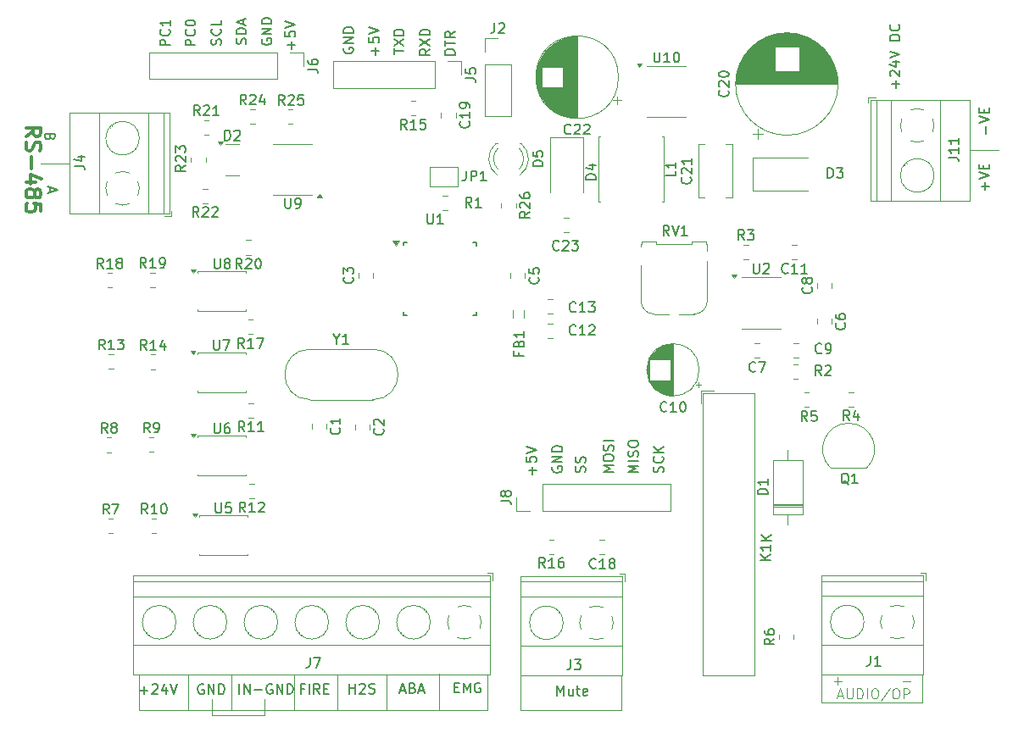
<source format=gbr>
%TF.GenerationSoftware,KiCad,Pcbnew,8.0.3*%
%TF.CreationDate,2025-02-22T15:06:50+05:30*%
%TF.ProjectId,messenger_Project,6d657373-656e-4676-9572-5f50726f6a65,rev?*%
%TF.SameCoordinates,Original*%
%TF.FileFunction,Legend,Top*%
%TF.FilePolarity,Positive*%
%FSLAX46Y46*%
G04 Gerber Fmt 4.6, Leading zero omitted, Abs format (unit mm)*
G04 Created by KiCad (PCBNEW 8.0.3) date 2025-02-22 15:06:50*
%MOMM*%
%LPD*%
G01*
G04 APERTURE LIST*
%ADD10C,0.300000*%
%ADD11C,0.200000*%
%ADD12C,0.100000*%
%ADD13C,0.150000*%
%ADD14C,0.120000*%
G04 APERTURE END LIST*
D10*
X94102971Y-68594653D02*
X94817257Y-68094653D01*
X94102971Y-67737510D02*
X95602971Y-67737510D01*
X95602971Y-67737510D02*
X95602971Y-68308939D01*
X95602971Y-68308939D02*
X95531542Y-68451796D01*
X95531542Y-68451796D02*
X95460114Y-68523225D01*
X95460114Y-68523225D02*
X95317257Y-68594653D01*
X95317257Y-68594653D02*
X95102971Y-68594653D01*
X95102971Y-68594653D02*
X94960114Y-68523225D01*
X94960114Y-68523225D02*
X94888685Y-68451796D01*
X94888685Y-68451796D02*
X94817257Y-68308939D01*
X94817257Y-68308939D02*
X94817257Y-67737510D01*
X94174400Y-69166082D02*
X94102971Y-69380368D01*
X94102971Y-69380368D02*
X94102971Y-69737510D01*
X94102971Y-69737510D02*
X94174400Y-69880368D01*
X94174400Y-69880368D02*
X94245828Y-69951796D01*
X94245828Y-69951796D02*
X94388685Y-70023225D01*
X94388685Y-70023225D02*
X94531542Y-70023225D01*
X94531542Y-70023225D02*
X94674400Y-69951796D01*
X94674400Y-69951796D02*
X94745828Y-69880368D01*
X94745828Y-69880368D02*
X94817257Y-69737510D01*
X94817257Y-69737510D02*
X94888685Y-69451796D01*
X94888685Y-69451796D02*
X94960114Y-69308939D01*
X94960114Y-69308939D02*
X95031542Y-69237510D01*
X95031542Y-69237510D02*
X95174400Y-69166082D01*
X95174400Y-69166082D02*
X95317257Y-69166082D01*
X95317257Y-69166082D02*
X95460114Y-69237510D01*
X95460114Y-69237510D02*
X95531542Y-69308939D01*
X95531542Y-69308939D02*
X95602971Y-69451796D01*
X95602971Y-69451796D02*
X95602971Y-69808939D01*
X95602971Y-69808939D02*
X95531542Y-70023225D01*
X94674400Y-70666081D02*
X94674400Y-71808939D01*
X95102971Y-73166082D02*
X94102971Y-73166082D01*
X95674400Y-72808939D02*
X94602971Y-72451796D01*
X94602971Y-72451796D02*
X94602971Y-73380367D01*
X94960114Y-74166081D02*
X95031542Y-74023224D01*
X95031542Y-74023224D02*
X95102971Y-73951795D01*
X95102971Y-73951795D02*
X95245828Y-73880367D01*
X95245828Y-73880367D02*
X95317257Y-73880367D01*
X95317257Y-73880367D02*
X95460114Y-73951795D01*
X95460114Y-73951795D02*
X95531542Y-74023224D01*
X95531542Y-74023224D02*
X95602971Y-74166081D01*
X95602971Y-74166081D02*
X95602971Y-74451795D01*
X95602971Y-74451795D02*
X95531542Y-74594653D01*
X95531542Y-74594653D02*
X95460114Y-74666081D01*
X95460114Y-74666081D02*
X95317257Y-74737510D01*
X95317257Y-74737510D02*
X95245828Y-74737510D01*
X95245828Y-74737510D02*
X95102971Y-74666081D01*
X95102971Y-74666081D02*
X95031542Y-74594653D01*
X95031542Y-74594653D02*
X94960114Y-74451795D01*
X94960114Y-74451795D02*
X94960114Y-74166081D01*
X94960114Y-74166081D02*
X94888685Y-74023224D01*
X94888685Y-74023224D02*
X94817257Y-73951795D01*
X94817257Y-73951795D02*
X94674400Y-73880367D01*
X94674400Y-73880367D02*
X94388685Y-73880367D01*
X94388685Y-73880367D02*
X94245828Y-73951795D01*
X94245828Y-73951795D02*
X94174400Y-74023224D01*
X94174400Y-74023224D02*
X94102971Y-74166081D01*
X94102971Y-74166081D02*
X94102971Y-74451795D01*
X94102971Y-74451795D02*
X94174400Y-74594653D01*
X94174400Y-74594653D02*
X94245828Y-74666081D01*
X94245828Y-74666081D02*
X94388685Y-74737510D01*
X94388685Y-74737510D02*
X94674400Y-74737510D01*
X94674400Y-74737510D02*
X94817257Y-74666081D01*
X94817257Y-74666081D02*
X94888685Y-74594653D01*
X94888685Y-74594653D02*
X94960114Y-74451795D01*
X95602971Y-76094652D02*
X95602971Y-75380366D01*
X95602971Y-75380366D02*
X94888685Y-75308938D01*
X94888685Y-75308938D02*
X94960114Y-75380366D01*
X94960114Y-75380366D02*
X95031542Y-75523224D01*
X95031542Y-75523224D02*
X95031542Y-75880366D01*
X95031542Y-75880366D02*
X94960114Y-76023224D01*
X94960114Y-76023224D02*
X94888685Y-76094652D01*
X94888685Y-76094652D02*
X94745828Y-76166081D01*
X94745828Y-76166081D02*
X94388685Y-76166081D01*
X94388685Y-76166081D02*
X94245828Y-76094652D01*
X94245828Y-76094652D02*
X94174400Y-76023224D01*
X94174400Y-76023224D02*
X94102971Y-75880366D01*
X94102971Y-75880366D02*
X94102971Y-75523224D01*
X94102971Y-75523224D02*
X94174400Y-75380366D01*
X94174400Y-75380366D02*
X94245828Y-75308938D01*
D11*
X96541590Y-68648006D02*
X96493971Y-68790863D01*
X96493971Y-68790863D02*
X96446352Y-68838482D01*
X96446352Y-68838482D02*
X96351114Y-68886101D01*
X96351114Y-68886101D02*
X96208257Y-68886101D01*
X96208257Y-68886101D02*
X96113019Y-68838482D01*
X96113019Y-68838482D02*
X96065400Y-68790863D01*
X96065400Y-68790863D02*
X96017780Y-68695625D01*
X96017780Y-68695625D02*
X96017780Y-68314673D01*
X96017780Y-68314673D02*
X97017780Y-68314673D01*
X97017780Y-68314673D02*
X97017780Y-68648006D01*
X97017780Y-68648006D02*
X96970161Y-68743244D01*
X96970161Y-68743244D02*
X96922542Y-68790863D01*
X96922542Y-68790863D02*
X96827304Y-68838482D01*
X96827304Y-68838482D02*
X96732066Y-68838482D01*
X96732066Y-68838482D02*
X96636828Y-68790863D01*
X96636828Y-68790863D02*
X96589209Y-68743244D01*
X96589209Y-68743244D02*
X96541590Y-68648006D01*
X96541590Y-68648006D02*
X96541590Y-68314673D01*
X96532095Y-73702654D02*
X96532095Y-74178844D01*
X96246380Y-73607416D02*
X97246380Y-73940749D01*
X97246380Y-73940749D02*
X96246380Y-74274082D01*
D12*
X98498000Y-71287000D02*
X95554800Y-71287000D01*
X174827284Y-123037066D02*
X175589189Y-123037066D01*
X175208236Y-123418019D02*
X175208236Y-122656114D01*
X181659884Y-123037066D02*
X182421789Y-123037066D01*
D11*
X189960866Y-68311926D02*
X189960866Y-67550022D01*
X189341819Y-67216688D02*
X190341819Y-66883355D01*
X190341819Y-66883355D02*
X189341819Y-66550022D01*
X189818009Y-66216688D02*
X189818009Y-65883355D01*
X190341819Y-65740498D02*
X190341819Y-66216688D01*
X190341819Y-66216688D02*
X189341819Y-66216688D01*
X189341819Y-66216688D02*
X189341819Y-65740498D01*
X189910066Y-73950726D02*
X189910066Y-73188822D01*
X190291019Y-73569774D02*
X189529114Y-73569774D01*
X189291019Y-72855488D02*
X190291019Y-72522155D01*
X190291019Y-72522155D02*
X189291019Y-72188822D01*
X189767209Y-71855488D02*
X189767209Y-71522155D01*
X190291019Y-71379298D02*
X190291019Y-71855488D01*
X190291019Y-71855488D02*
X189291019Y-71855488D01*
X189291019Y-71855488D02*
X189291019Y-71379298D01*
D12*
X188394800Y-70002400D02*
X191287400Y-70002400D01*
D11*
X180994666Y-63765326D02*
X180994666Y-63003422D01*
X181375619Y-63384374D02*
X180613714Y-63384374D01*
X180470857Y-62574850D02*
X180423238Y-62527231D01*
X180423238Y-62527231D02*
X180375619Y-62431993D01*
X180375619Y-62431993D02*
X180375619Y-62193898D01*
X180375619Y-62193898D02*
X180423238Y-62098660D01*
X180423238Y-62098660D02*
X180470857Y-62051041D01*
X180470857Y-62051041D02*
X180566095Y-62003422D01*
X180566095Y-62003422D02*
X180661333Y-62003422D01*
X180661333Y-62003422D02*
X180804190Y-62051041D01*
X180804190Y-62051041D02*
X181375619Y-62622469D01*
X181375619Y-62622469D02*
X181375619Y-62003422D01*
X180708952Y-61146279D02*
X181375619Y-61146279D01*
X180328000Y-61384374D02*
X181042285Y-61622469D01*
X181042285Y-61622469D02*
X181042285Y-61003422D01*
X180375619Y-60765326D02*
X181375619Y-60431993D01*
X181375619Y-60431993D02*
X180375619Y-60098660D01*
X181375619Y-59003421D02*
X180375619Y-59003421D01*
X180375619Y-59003421D02*
X180375619Y-58765326D01*
X180375619Y-58765326D02*
X180423238Y-58622469D01*
X180423238Y-58622469D02*
X180518476Y-58527231D01*
X180518476Y-58527231D02*
X180613714Y-58479612D01*
X180613714Y-58479612D02*
X180804190Y-58431993D01*
X180804190Y-58431993D02*
X180947047Y-58431993D01*
X180947047Y-58431993D02*
X181137523Y-58479612D01*
X181137523Y-58479612D02*
X181232761Y-58527231D01*
X181232761Y-58527231D02*
X181328000Y-58622469D01*
X181328000Y-58622469D02*
X181375619Y-58765326D01*
X181375619Y-58765326D02*
X181375619Y-59003421D01*
X181280380Y-57431993D02*
X181328000Y-57479612D01*
X181328000Y-57479612D02*
X181375619Y-57622469D01*
X181375619Y-57622469D02*
X181375619Y-57717707D01*
X181375619Y-57717707D02*
X181328000Y-57860564D01*
X181328000Y-57860564D02*
X181232761Y-57955802D01*
X181232761Y-57955802D02*
X181137523Y-58003421D01*
X181137523Y-58003421D02*
X180947047Y-58051040D01*
X180947047Y-58051040D02*
X180804190Y-58051040D01*
X180804190Y-58051040D02*
X180613714Y-58003421D01*
X180613714Y-58003421D02*
X180518476Y-57955802D01*
X180518476Y-57955802D02*
X180423238Y-57860564D01*
X180423238Y-57860564D02*
X180375619Y-57717707D01*
X180375619Y-57717707D02*
X180375619Y-57622469D01*
X180375619Y-57622469D02*
X180423238Y-57479612D01*
X180423238Y-57479612D02*
X180470857Y-57431993D01*
D12*
X175186065Y-124478504D02*
X175662255Y-124478504D01*
X175090827Y-124764219D02*
X175424160Y-123764219D01*
X175424160Y-123764219D02*
X175757493Y-124764219D01*
X176090827Y-123764219D02*
X176090827Y-124573742D01*
X176090827Y-124573742D02*
X176138446Y-124668980D01*
X176138446Y-124668980D02*
X176186065Y-124716600D01*
X176186065Y-124716600D02*
X176281303Y-124764219D01*
X176281303Y-124764219D02*
X176471779Y-124764219D01*
X176471779Y-124764219D02*
X176567017Y-124716600D01*
X176567017Y-124716600D02*
X176614636Y-124668980D01*
X176614636Y-124668980D02*
X176662255Y-124573742D01*
X176662255Y-124573742D02*
X176662255Y-123764219D01*
X177138446Y-124764219D02*
X177138446Y-123764219D01*
X177138446Y-123764219D02*
X177376541Y-123764219D01*
X177376541Y-123764219D02*
X177519398Y-123811838D01*
X177519398Y-123811838D02*
X177614636Y-123907076D01*
X177614636Y-123907076D02*
X177662255Y-124002314D01*
X177662255Y-124002314D02*
X177709874Y-124192790D01*
X177709874Y-124192790D02*
X177709874Y-124335647D01*
X177709874Y-124335647D02*
X177662255Y-124526123D01*
X177662255Y-124526123D02*
X177614636Y-124621361D01*
X177614636Y-124621361D02*
X177519398Y-124716600D01*
X177519398Y-124716600D02*
X177376541Y-124764219D01*
X177376541Y-124764219D02*
X177138446Y-124764219D01*
X178138446Y-124764219D02*
X178138446Y-123764219D01*
X178805112Y-123764219D02*
X178995588Y-123764219D01*
X178995588Y-123764219D02*
X179090826Y-123811838D01*
X179090826Y-123811838D02*
X179186064Y-123907076D01*
X179186064Y-123907076D02*
X179233683Y-124097552D01*
X179233683Y-124097552D02*
X179233683Y-124430885D01*
X179233683Y-124430885D02*
X179186064Y-124621361D01*
X179186064Y-124621361D02*
X179090826Y-124716600D01*
X179090826Y-124716600D02*
X178995588Y-124764219D01*
X178995588Y-124764219D02*
X178805112Y-124764219D01*
X178805112Y-124764219D02*
X178709874Y-124716600D01*
X178709874Y-124716600D02*
X178614636Y-124621361D01*
X178614636Y-124621361D02*
X178567017Y-124430885D01*
X178567017Y-124430885D02*
X178567017Y-124097552D01*
X178567017Y-124097552D02*
X178614636Y-123907076D01*
X178614636Y-123907076D02*
X178709874Y-123811838D01*
X178709874Y-123811838D02*
X178805112Y-123764219D01*
X180376540Y-123716600D02*
X179519398Y-125002314D01*
X180900350Y-123764219D02*
X181090826Y-123764219D01*
X181090826Y-123764219D02*
X181186064Y-123811838D01*
X181186064Y-123811838D02*
X181281302Y-123907076D01*
X181281302Y-123907076D02*
X181328921Y-124097552D01*
X181328921Y-124097552D02*
X181328921Y-124430885D01*
X181328921Y-124430885D02*
X181281302Y-124621361D01*
X181281302Y-124621361D02*
X181186064Y-124716600D01*
X181186064Y-124716600D02*
X181090826Y-124764219D01*
X181090826Y-124764219D02*
X180900350Y-124764219D01*
X180900350Y-124764219D02*
X180805112Y-124716600D01*
X180805112Y-124716600D02*
X180709874Y-124621361D01*
X180709874Y-124621361D02*
X180662255Y-124430885D01*
X180662255Y-124430885D02*
X180662255Y-124097552D01*
X180662255Y-124097552D02*
X180709874Y-123907076D01*
X180709874Y-123907076D02*
X180805112Y-123811838D01*
X180805112Y-123811838D02*
X180900350Y-123764219D01*
X181757493Y-124764219D02*
X181757493Y-123764219D01*
X181757493Y-123764219D02*
X182138445Y-123764219D01*
X182138445Y-123764219D02*
X182233683Y-123811838D01*
X182233683Y-123811838D02*
X182281302Y-123859457D01*
X182281302Y-123859457D02*
X182328921Y-123954695D01*
X182328921Y-123954695D02*
X182328921Y-124097552D01*
X182328921Y-124097552D02*
X182281302Y-124192790D01*
X182281302Y-124192790D02*
X182233683Y-124240409D01*
X182233683Y-124240409D02*
X182138445Y-124288028D01*
X182138445Y-124288028D02*
X181757493Y-124288028D01*
X183642000Y-125196600D02*
X183642000Y-122380200D01*
X173578200Y-125196600D02*
X183642000Y-125196600D01*
X173578200Y-122380200D02*
X173578200Y-125196600D01*
X117957600Y-126415800D02*
X117957600Y-124815600D01*
X112725200Y-126415800D02*
X117957600Y-126415800D01*
X112725200Y-124866400D02*
X112725200Y-126415800D01*
D11*
X147156273Y-124454219D02*
X147156273Y-123454219D01*
X147156273Y-123454219D02*
X147489606Y-124168504D01*
X147489606Y-124168504D02*
X147822939Y-123454219D01*
X147822939Y-123454219D02*
X147822939Y-124454219D01*
X148727701Y-123787552D02*
X148727701Y-124454219D01*
X148299130Y-123787552D02*
X148299130Y-124311361D01*
X148299130Y-124311361D02*
X148346749Y-124406600D01*
X148346749Y-124406600D02*
X148441987Y-124454219D01*
X148441987Y-124454219D02*
X148584844Y-124454219D01*
X148584844Y-124454219D02*
X148680082Y-124406600D01*
X148680082Y-124406600D02*
X148727701Y-124358980D01*
X149061035Y-123787552D02*
X149441987Y-123787552D01*
X149203892Y-123454219D02*
X149203892Y-124311361D01*
X149203892Y-124311361D02*
X149251511Y-124406600D01*
X149251511Y-124406600D02*
X149346749Y-124454219D01*
X149346749Y-124454219D02*
X149441987Y-124454219D01*
X150156273Y-124406600D02*
X150061035Y-124454219D01*
X150061035Y-124454219D02*
X149870559Y-124454219D01*
X149870559Y-124454219D02*
X149775321Y-124406600D01*
X149775321Y-124406600D02*
X149727702Y-124311361D01*
X149727702Y-124311361D02*
X149727702Y-123930409D01*
X149727702Y-123930409D02*
X149775321Y-123835171D01*
X149775321Y-123835171D02*
X149870559Y-123787552D01*
X149870559Y-123787552D02*
X150061035Y-123787552D01*
X150061035Y-123787552D02*
X150156273Y-123835171D01*
X150156273Y-123835171D02*
X150203892Y-123930409D01*
X150203892Y-123930409D02*
X150203892Y-124025647D01*
X150203892Y-124025647D02*
X149727702Y-124120885D01*
D12*
X153619200Y-125907800D02*
X153619200Y-122456400D01*
X143530000Y-125907800D02*
X153619200Y-125907800D01*
X143530000Y-122456400D02*
X143530000Y-125907800D01*
X140208000Y-124917200D02*
X140208000Y-122402600D01*
X135356600Y-122326400D02*
X135356600Y-125857000D01*
X130098800Y-122377200D02*
X130098800Y-125857000D01*
X125196600Y-122402600D02*
X125196600Y-125857000D01*
X120904000Y-122377200D02*
X120904000Y-125933200D01*
X105410000Y-124815600D02*
X105384600Y-124815600D01*
X105384600Y-124815600D02*
X105410000Y-124815600D01*
X105384600Y-122402600D02*
X105384600Y-124815600D01*
X110337600Y-122402600D02*
X110337600Y-122707400D01*
X114655600Y-122377200D02*
X114655600Y-125857000D01*
X110337600Y-122732800D02*
X110337600Y-125933200D01*
X140208000Y-125907800D02*
X140208000Y-124917200D01*
X105410000Y-125907800D02*
X140208000Y-125907800D01*
X105410000Y-124815600D02*
X105410000Y-125907800D01*
D11*
X136894673Y-123651009D02*
X137228006Y-123651009D01*
X137370863Y-124174819D02*
X136894673Y-124174819D01*
X136894673Y-124174819D02*
X136894673Y-123174819D01*
X136894673Y-123174819D02*
X137370863Y-123174819D01*
X137799435Y-124174819D02*
X137799435Y-123174819D01*
X137799435Y-123174819D02*
X138132768Y-123889104D01*
X138132768Y-123889104D02*
X138466101Y-123174819D01*
X138466101Y-123174819D02*
X138466101Y-124174819D01*
X139466101Y-123222438D02*
X139370863Y-123174819D01*
X139370863Y-123174819D02*
X139228006Y-123174819D01*
X139228006Y-123174819D02*
X139085149Y-123222438D01*
X139085149Y-123222438D02*
X138989911Y-123317676D01*
X138989911Y-123317676D02*
X138942292Y-123412914D01*
X138942292Y-123412914D02*
X138894673Y-123603390D01*
X138894673Y-123603390D02*
X138894673Y-123746247D01*
X138894673Y-123746247D02*
X138942292Y-123936723D01*
X138942292Y-123936723D02*
X138989911Y-124031961D01*
X138989911Y-124031961D02*
X139085149Y-124127200D01*
X139085149Y-124127200D02*
X139228006Y-124174819D01*
X139228006Y-124174819D02*
X139323244Y-124174819D01*
X139323244Y-124174819D02*
X139466101Y-124127200D01*
X139466101Y-124127200D02*
X139513720Y-124079580D01*
X139513720Y-124079580D02*
X139513720Y-123746247D01*
X139513720Y-123746247D02*
X139323244Y-123746247D01*
X126429873Y-124276419D02*
X126429873Y-123276419D01*
X126429873Y-123752609D02*
X127001301Y-123752609D01*
X127001301Y-124276419D02*
X127001301Y-123276419D01*
X127429873Y-123371657D02*
X127477492Y-123324038D01*
X127477492Y-123324038D02*
X127572730Y-123276419D01*
X127572730Y-123276419D02*
X127810825Y-123276419D01*
X127810825Y-123276419D02*
X127906063Y-123324038D01*
X127906063Y-123324038D02*
X127953682Y-123371657D01*
X127953682Y-123371657D02*
X128001301Y-123466895D01*
X128001301Y-123466895D02*
X128001301Y-123562133D01*
X128001301Y-123562133D02*
X127953682Y-123704990D01*
X127953682Y-123704990D02*
X127382254Y-124276419D01*
X127382254Y-124276419D02*
X128001301Y-124276419D01*
X128382254Y-124228800D02*
X128525111Y-124276419D01*
X128525111Y-124276419D02*
X128763206Y-124276419D01*
X128763206Y-124276419D02*
X128858444Y-124228800D01*
X128858444Y-124228800D02*
X128906063Y-124181180D01*
X128906063Y-124181180D02*
X128953682Y-124085942D01*
X128953682Y-124085942D02*
X128953682Y-123990704D01*
X128953682Y-123990704D02*
X128906063Y-123895466D01*
X128906063Y-123895466D02*
X128858444Y-123847847D01*
X128858444Y-123847847D02*
X128763206Y-123800228D01*
X128763206Y-123800228D02*
X128572730Y-123752609D01*
X128572730Y-123752609D02*
X128477492Y-123704990D01*
X128477492Y-123704990D02*
X128429873Y-123657371D01*
X128429873Y-123657371D02*
X128382254Y-123562133D01*
X128382254Y-123562133D02*
X128382254Y-123466895D01*
X128382254Y-123466895D02*
X128429873Y-123371657D01*
X128429873Y-123371657D02*
X128477492Y-123324038D01*
X128477492Y-123324038D02*
X128572730Y-123276419D01*
X128572730Y-123276419D02*
X128810825Y-123276419D01*
X128810825Y-123276419D02*
X128953682Y-123324038D01*
X131487654Y-123939904D02*
X131963844Y-123939904D01*
X131392416Y-124225619D02*
X131725749Y-123225619D01*
X131725749Y-123225619D02*
X132059082Y-124225619D01*
X132725749Y-123701809D02*
X132868606Y-123749428D01*
X132868606Y-123749428D02*
X132916225Y-123797047D01*
X132916225Y-123797047D02*
X132963844Y-123892285D01*
X132963844Y-123892285D02*
X132963844Y-124035142D01*
X132963844Y-124035142D02*
X132916225Y-124130380D01*
X132916225Y-124130380D02*
X132868606Y-124178000D01*
X132868606Y-124178000D02*
X132773368Y-124225619D01*
X132773368Y-124225619D02*
X132392416Y-124225619D01*
X132392416Y-124225619D02*
X132392416Y-123225619D01*
X132392416Y-123225619D02*
X132725749Y-123225619D01*
X132725749Y-123225619D02*
X132820987Y-123273238D01*
X132820987Y-123273238D02*
X132868606Y-123320857D01*
X132868606Y-123320857D02*
X132916225Y-123416095D01*
X132916225Y-123416095D02*
X132916225Y-123511333D01*
X132916225Y-123511333D02*
X132868606Y-123606571D01*
X132868606Y-123606571D02*
X132820987Y-123654190D01*
X132820987Y-123654190D02*
X132725749Y-123701809D01*
X132725749Y-123701809D02*
X132392416Y-123701809D01*
X133344797Y-123939904D02*
X133820987Y-123939904D01*
X133249559Y-124225619D02*
X133582892Y-123225619D01*
X133582892Y-123225619D02*
X133916225Y-124225619D01*
X121886406Y-123778009D02*
X121553073Y-123778009D01*
X121553073Y-124301819D02*
X121553073Y-123301819D01*
X121553073Y-123301819D02*
X122029263Y-123301819D01*
X122410216Y-124301819D02*
X122410216Y-123301819D01*
X123457834Y-124301819D02*
X123124501Y-123825628D01*
X122886406Y-124301819D02*
X122886406Y-123301819D01*
X122886406Y-123301819D02*
X123267358Y-123301819D01*
X123267358Y-123301819D02*
X123362596Y-123349438D01*
X123362596Y-123349438D02*
X123410215Y-123397057D01*
X123410215Y-123397057D02*
X123457834Y-123492295D01*
X123457834Y-123492295D02*
X123457834Y-123635152D01*
X123457834Y-123635152D02*
X123410215Y-123730390D01*
X123410215Y-123730390D02*
X123362596Y-123778009D01*
X123362596Y-123778009D02*
X123267358Y-123825628D01*
X123267358Y-123825628D02*
X122886406Y-123825628D01*
X123886406Y-123778009D02*
X124219739Y-123778009D01*
X124362596Y-124301819D02*
X123886406Y-124301819D01*
X123886406Y-124301819D02*
X123886406Y-123301819D01*
X123886406Y-123301819D02*
X124362596Y-123301819D01*
X115406273Y-124301819D02*
X115406273Y-123301819D01*
X115882463Y-124301819D02*
X115882463Y-123301819D01*
X115882463Y-123301819D02*
X116453891Y-124301819D01*
X116453891Y-124301819D02*
X116453891Y-123301819D01*
X116930082Y-123920866D02*
X117691987Y-123920866D01*
X118691986Y-123349438D02*
X118596748Y-123301819D01*
X118596748Y-123301819D02*
X118453891Y-123301819D01*
X118453891Y-123301819D02*
X118311034Y-123349438D01*
X118311034Y-123349438D02*
X118215796Y-123444676D01*
X118215796Y-123444676D02*
X118168177Y-123539914D01*
X118168177Y-123539914D02*
X118120558Y-123730390D01*
X118120558Y-123730390D02*
X118120558Y-123873247D01*
X118120558Y-123873247D02*
X118168177Y-124063723D01*
X118168177Y-124063723D02*
X118215796Y-124158961D01*
X118215796Y-124158961D02*
X118311034Y-124254200D01*
X118311034Y-124254200D02*
X118453891Y-124301819D01*
X118453891Y-124301819D02*
X118549129Y-124301819D01*
X118549129Y-124301819D02*
X118691986Y-124254200D01*
X118691986Y-124254200D02*
X118739605Y-124206580D01*
X118739605Y-124206580D02*
X118739605Y-123873247D01*
X118739605Y-123873247D02*
X118549129Y-123873247D01*
X119168177Y-124301819D02*
X119168177Y-123301819D01*
X119168177Y-123301819D02*
X119739605Y-124301819D01*
X119739605Y-124301819D02*
X119739605Y-123301819D01*
X120215796Y-124301819D02*
X120215796Y-123301819D01*
X120215796Y-123301819D02*
X120453891Y-123301819D01*
X120453891Y-123301819D02*
X120596748Y-123349438D01*
X120596748Y-123349438D02*
X120691986Y-123444676D01*
X120691986Y-123444676D02*
X120739605Y-123539914D01*
X120739605Y-123539914D02*
X120787224Y-123730390D01*
X120787224Y-123730390D02*
X120787224Y-123873247D01*
X120787224Y-123873247D02*
X120739605Y-124063723D01*
X120739605Y-124063723D02*
X120691986Y-124158961D01*
X120691986Y-124158961D02*
X120596748Y-124254200D01*
X120596748Y-124254200D02*
X120453891Y-124301819D01*
X120453891Y-124301819D02*
X120215796Y-124301819D01*
X111840682Y-123374838D02*
X111745444Y-123327219D01*
X111745444Y-123327219D02*
X111602587Y-123327219D01*
X111602587Y-123327219D02*
X111459730Y-123374838D01*
X111459730Y-123374838D02*
X111364492Y-123470076D01*
X111364492Y-123470076D02*
X111316873Y-123565314D01*
X111316873Y-123565314D02*
X111269254Y-123755790D01*
X111269254Y-123755790D02*
X111269254Y-123898647D01*
X111269254Y-123898647D02*
X111316873Y-124089123D01*
X111316873Y-124089123D02*
X111364492Y-124184361D01*
X111364492Y-124184361D02*
X111459730Y-124279600D01*
X111459730Y-124279600D02*
X111602587Y-124327219D01*
X111602587Y-124327219D02*
X111697825Y-124327219D01*
X111697825Y-124327219D02*
X111840682Y-124279600D01*
X111840682Y-124279600D02*
X111888301Y-124231980D01*
X111888301Y-124231980D02*
X111888301Y-123898647D01*
X111888301Y-123898647D02*
X111697825Y-123898647D01*
X112316873Y-124327219D02*
X112316873Y-123327219D01*
X112316873Y-123327219D02*
X112888301Y-124327219D01*
X112888301Y-124327219D02*
X112888301Y-123327219D01*
X113364492Y-124327219D02*
X113364492Y-123327219D01*
X113364492Y-123327219D02*
X113602587Y-123327219D01*
X113602587Y-123327219D02*
X113745444Y-123374838D01*
X113745444Y-123374838D02*
X113840682Y-123470076D01*
X113840682Y-123470076D02*
X113888301Y-123565314D01*
X113888301Y-123565314D02*
X113935920Y-123755790D01*
X113935920Y-123755790D02*
X113935920Y-123898647D01*
X113935920Y-123898647D02*
X113888301Y-124089123D01*
X113888301Y-124089123D02*
X113840682Y-124184361D01*
X113840682Y-124184361D02*
X113745444Y-124279600D01*
X113745444Y-124279600D02*
X113602587Y-124327219D01*
X113602587Y-124327219D02*
X113364492Y-124327219D01*
X105525673Y-123946266D02*
X106287578Y-123946266D01*
X105906625Y-124327219D02*
X105906625Y-123565314D01*
X106716149Y-123422457D02*
X106763768Y-123374838D01*
X106763768Y-123374838D02*
X106859006Y-123327219D01*
X106859006Y-123327219D02*
X107097101Y-123327219D01*
X107097101Y-123327219D02*
X107192339Y-123374838D01*
X107192339Y-123374838D02*
X107239958Y-123422457D01*
X107239958Y-123422457D02*
X107287577Y-123517695D01*
X107287577Y-123517695D02*
X107287577Y-123612933D01*
X107287577Y-123612933D02*
X107239958Y-123755790D01*
X107239958Y-123755790D02*
X106668530Y-124327219D01*
X106668530Y-124327219D02*
X107287577Y-124327219D01*
X108144720Y-123660552D02*
X108144720Y-124327219D01*
X107906625Y-123279600D02*
X107668530Y-123993885D01*
X107668530Y-123993885D02*
X108287577Y-123993885D01*
X108525673Y-123327219D02*
X108859006Y-124327219D01*
X108859006Y-124327219D02*
X109192339Y-123327219D01*
X144698066Y-102347926D02*
X144698066Y-101586022D01*
X145079019Y-101966974D02*
X144317114Y-101966974D01*
X144079019Y-100633641D02*
X144079019Y-101109831D01*
X144079019Y-101109831D02*
X144555209Y-101157450D01*
X144555209Y-101157450D02*
X144507590Y-101109831D01*
X144507590Y-101109831D02*
X144459971Y-101014593D01*
X144459971Y-101014593D02*
X144459971Y-100776498D01*
X144459971Y-100776498D02*
X144507590Y-100681260D01*
X144507590Y-100681260D02*
X144555209Y-100633641D01*
X144555209Y-100633641D02*
X144650447Y-100586022D01*
X144650447Y-100586022D02*
X144888542Y-100586022D01*
X144888542Y-100586022D02*
X144983780Y-100633641D01*
X144983780Y-100633641D02*
X145031400Y-100681260D01*
X145031400Y-100681260D02*
X145079019Y-100776498D01*
X145079019Y-100776498D02*
X145079019Y-101014593D01*
X145079019Y-101014593D02*
X145031400Y-101109831D01*
X145031400Y-101109831D02*
X144983780Y-101157450D01*
X144079019Y-100300307D02*
X145079019Y-99966974D01*
X145079019Y-99966974D02*
X144079019Y-99633641D01*
X146717438Y-101620917D02*
X146669819Y-101716155D01*
X146669819Y-101716155D02*
X146669819Y-101859012D01*
X146669819Y-101859012D02*
X146717438Y-102001869D01*
X146717438Y-102001869D02*
X146812676Y-102097107D01*
X146812676Y-102097107D02*
X146907914Y-102144726D01*
X146907914Y-102144726D02*
X147098390Y-102192345D01*
X147098390Y-102192345D02*
X147241247Y-102192345D01*
X147241247Y-102192345D02*
X147431723Y-102144726D01*
X147431723Y-102144726D02*
X147526961Y-102097107D01*
X147526961Y-102097107D02*
X147622200Y-102001869D01*
X147622200Y-102001869D02*
X147669819Y-101859012D01*
X147669819Y-101859012D02*
X147669819Y-101763774D01*
X147669819Y-101763774D02*
X147622200Y-101620917D01*
X147622200Y-101620917D02*
X147574580Y-101573298D01*
X147574580Y-101573298D02*
X147241247Y-101573298D01*
X147241247Y-101573298D02*
X147241247Y-101763774D01*
X147669819Y-101144726D02*
X146669819Y-101144726D01*
X146669819Y-101144726D02*
X147669819Y-100573298D01*
X147669819Y-100573298D02*
X146669819Y-100573298D01*
X147669819Y-100097107D02*
X146669819Y-100097107D01*
X146669819Y-100097107D02*
X146669819Y-99859012D01*
X146669819Y-99859012D02*
X146717438Y-99716155D01*
X146717438Y-99716155D02*
X146812676Y-99620917D01*
X146812676Y-99620917D02*
X146907914Y-99573298D01*
X146907914Y-99573298D02*
X147098390Y-99525679D01*
X147098390Y-99525679D02*
X147241247Y-99525679D01*
X147241247Y-99525679D02*
X147431723Y-99573298D01*
X147431723Y-99573298D02*
X147526961Y-99620917D01*
X147526961Y-99620917D02*
X147622200Y-99716155D01*
X147622200Y-99716155D02*
X147669819Y-99859012D01*
X147669819Y-99859012D02*
X147669819Y-100097107D01*
X149933600Y-102141545D02*
X149981219Y-101998688D01*
X149981219Y-101998688D02*
X149981219Y-101760593D01*
X149981219Y-101760593D02*
X149933600Y-101665355D01*
X149933600Y-101665355D02*
X149885980Y-101617736D01*
X149885980Y-101617736D02*
X149790742Y-101570117D01*
X149790742Y-101570117D02*
X149695504Y-101570117D01*
X149695504Y-101570117D02*
X149600266Y-101617736D01*
X149600266Y-101617736D02*
X149552647Y-101665355D01*
X149552647Y-101665355D02*
X149505028Y-101760593D01*
X149505028Y-101760593D02*
X149457409Y-101951069D01*
X149457409Y-101951069D02*
X149409790Y-102046307D01*
X149409790Y-102046307D02*
X149362171Y-102093926D01*
X149362171Y-102093926D02*
X149266933Y-102141545D01*
X149266933Y-102141545D02*
X149171695Y-102141545D01*
X149171695Y-102141545D02*
X149076457Y-102093926D01*
X149076457Y-102093926D02*
X149028838Y-102046307D01*
X149028838Y-102046307D02*
X148981219Y-101951069D01*
X148981219Y-101951069D02*
X148981219Y-101712974D01*
X148981219Y-101712974D02*
X149028838Y-101570117D01*
X149933600Y-101189164D02*
X149981219Y-101046307D01*
X149981219Y-101046307D02*
X149981219Y-100808212D01*
X149981219Y-100808212D02*
X149933600Y-100712974D01*
X149933600Y-100712974D02*
X149885980Y-100665355D01*
X149885980Y-100665355D02*
X149790742Y-100617736D01*
X149790742Y-100617736D02*
X149695504Y-100617736D01*
X149695504Y-100617736D02*
X149600266Y-100665355D01*
X149600266Y-100665355D02*
X149552647Y-100712974D01*
X149552647Y-100712974D02*
X149505028Y-100808212D01*
X149505028Y-100808212D02*
X149457409Y-100998688D01*
X149457409Y-100998688D02*
X149409790Y-101093926D01*
X149409790Y-101093926D02*
X149362171Y-101141545D01*
X149362171Y-101141545D02*
X149266933Y-101189164D01*
X149266933Y-101189164D02*
X149171695Y-101189164D01*
X149171695Y-101189164D02*
X149076457Y-101141545D01*
X149076457Y-101141545D02*
X149028838Y-101093926D01*
X149028838Y-101093926D02*
X148981219Y-100998688D01*
X148981219Y-100998688D02*
X148981219Y-100760593D01*
X148981219Y-100760593D02*
X149028838Y-100617736D01*
X152775219Y-102144726D02*
X151775219Y-102144726D01*
X151775219Y-102144726D02*
X152489504Y-101811393D01*
X152489504Y-101811393D02*
X151775219Y-101478060D01*
X151775219Y-101478060D02*
X152775219Y-101478060D01*
X151775219Y-100811393D02*
X151775219Y-100620917D01*
X151775219Y-100620917D02*
X151822838Y-100525679D01*
X151822838Y-100525679D02*
X151918076Y-100430441D01*
X151918076Y-100430441D02*
X152108552Y-100382822D01*
X152108552Y-100382822D02*
X152441885Y-100382822D01*
X152441885Y-100382822D02*
X152632361Y-100430441D01*
X152632361Y-100430441D02*
X152727600Y-100525679D01*
X152727600Y-100525679D02*
X152775219Y-100620917D01*
X152775219Y-100620917D02*
X152775219Y-100811393D01*
X152775219Y-100811393D02*
X152727600Y-100906631D01*
X152727600Y-100906631D02*
X152632361Y-101001869D01*
X152632361Y-101001869D02*
X152441885Y-101049488D01*
X152441885Y-101049488D02*
X152108552Y-101049488D01*
X152108552Y-101049488D02*
X151918076Y-101001869D01*
X151918076Y-101001869D02*
X151822838Y-100906631D01*
X151822838Y-100906631D02*
X151775219Y-100811393D01*
X152727600Y-100001869D02*
X152775219Y-99859012D01*
X152775219Y-99859012D02*
X152775219Y-99620917D01*
X152775219Y-99620917D02*
X152727600Y-99525679D01*
X152727600Y-99525679D02*
X152679980Y-99478060D01*
X152679980Y-99478060D02*
X152584742Y-99430441D01*
X152584742Y-99430441D02*
X152489504Y-99430441D01*
X152489504Y-99430441D02*
X152394266Y-99478060D01*
X152394266Y-99478060D02*
X152346647Y-99525679D01*
X152346647Y-99525679D02*
X152299028Y-99620917D01*
X152299028Y-99620917D02*
X152251409Y-99811393D01*
X152251409Y-99811393D02*
X152203790Y-99906631D01*
X152203790Y-99906631D02*
X152156171Y-99954250D01*
X152156171Y-99954250D02*
X152060933Y-100001869D01*
X152060933Y-100001869D02*
X151965695Y-100001869D01*
X151965695Y-100001869D02*
X151870457Y-99954250D01*
X151870457Y-99954250D02*
X151822838Y-99906631D01*
X151822838Y-99906631D02*
X151775219Y-99811393D01*
X151775219Y-99811393D02*
X151775219Y-99573298D01*
X151775219Y-99573298D02*
X151822838Y-99430441D01*
X152775219Y-99001869D02*
X151775219Y-99001869D01*
X155264419Y-102170126D02*
X154264419Y-102170126D01*
X154264419Y-102170126D02*
X154978704Y-101836793D01*
X154978704Y-101836793D02*
X154264419Y-101503460D01*
X154264419Y-101503460D02*
X155264419Y-101503460D01*
X155264419Y-101027269D02*
X154264419Y-101027269D01*
X155216800Y-100598698D02*
X155264419Y-100455841D01*
X155264419Y-100455841D02*
X155264419Y-100217746D01*
X155264419Y-100217746D02*
X155216800Y-100122508D01*
X155216800Y-100122508D02*
X155169180Y-100074889D01*
X155169180Y-100074889D02*
X155073942Y-100027270D01*
X155073942Y-100027270D02*
X154978704Y-100027270D01*
X154978704Y-100027270D02*
X154883466Y-100074889D01*
X154883466Y-100074889D02*
X154835847Y-100122508D01*
X154835847Y-100122508D02*
X154788228Y-100217746D01*
X154788228Y-100217746D02*
X154740609Y-100408222D01*
X154740609Y-100408222D02*
X154692990Y-100503460D01*
X154692990Y-100503460D02*
X154645371Y-100551079D01*
X154645371Y-100551079D02*
X154550133Y-100598698D01*
X154550133Y-100598698D02*
X154454895Y-100598698D01*
X154454895Y-100598698D02*
X154359657Y-100551079D01*
X154359657Y-100551079D02*
X154312038Y-100503460D01*
X154312038Y-100503460D02*
X154264419Y-100408222D01*
X154264419Y-100408222D02*
X154264419Y-100170127D01*
X154264419Y-100170127D02*
X154312038Y-100027270D01*
X154264419Y-99408222D02*
X154264419Y-99217746D01*
X154264419Y-99217746D02*
X154312038Y-99122508D01*
X154312038Y-99122508D02*
X154407276Y-99027270D01*
X154407276Y-99027270D02*
X154597752Y-98979651D01*
X154597752Y-98979651D02*
X154931085Y-98979651D01*
X154931085Y-98979651D02*
X155121561Y-99027270D01*
X155121561Y-99027270D02*
X155216800Y-99122508D01*
X155216800Y-99122508D02*
X155264419Y-99217746D01*
X155264419Y-99217746D02*
X155264419Y-99408222D01*
X155264419Y-99408222D02*
X155216800Y-99503460D01*
X155216800Y-99503460D02*
X155121561Y-99598698D01*
X155121561Y-99598698D02*
X154931085Y-99646317D01*
X154931085Y-99646317D02*
X154597752Y-99646317D01*
X154597752Y-99646317D02*
X154407276Y-99598698D01*
X154407276Y-99598698D02*
X154312038Y-99503460D01*
X154312038Y-99503460D02*
X154264419Y-99408222D01*
X157731400Y-102166945D02*
X157779019Y-102024088D01*
X157779019Y-102024088D02*
X157779019Y-101785993D01*
X157779019Y-101785993D02*
X157731400Y-101690755D01*
X157731400Y-101690755D02*
X157683780Y-101643136D01*
X157683780Y-101643136D02*
X157588542Y-101595517D01*
X157588542Y-101595517D02*
X157493304Y-101595517D01*
X157493304Y-101595517D02*
X157398066Y-101643136D01*
X157398066Y-101643136D02*
X157350447Y-101690755D01*
X157350447Y-101690755D02*
X157302828Y-101785993D01*
X157302828Y-101785993D02*
X157255209Y-101976469D01*
X157255209Y-101976469D02*
X157207590Y-102071707D01*
X157207590Y-102071707D02*
X157159971Y-102119326D01*
X157159971Y-102119326D02*
X157064733Y-102166945D01*
X157064733Y-102166945D02*
X156969495Y-102166945D01*
X156969495Y-102166945D02*
X156874257Y-102119326D01*
X156874257Y-102119326D02*
X156826638Y-102071707D01*
X156826638Y-102071707D02*
X156779019Y-101976469D01*
X156779019Y-101976469D02*
X156779019Y-101738374D01*
X156779019Y-101738374D02*
X156826638Y-101595517D01*
X157683780Y-100595517D02*
X157731400Y-100643136D01*
X157731400Y-100643136D02*
X157779019Y-100785993D01*
X157779019Y-100785993D02*
X157779019Y-100881231D01*
X157779019Y-100881231D02*
X157731400Y-101024088D01*
X157731400Y-101024088D02*
X157636161Y-101119326D01*
X157636161Y-101119326D02*
X157540923Y-101166945D01*
X157540923Y-101166945D02*
X157350447Y-101214564D01*
X157350447Y-101214564D02*
X157207590Y-101214564D01*
X157207590Y-101214564D02*
X157017114Y-101166945D01*
X157017114Y-101166945D02*
X156921876Y-101119326D01*
X156921876Y-101119326D02*
X156826638Y-101024088D01*
X156826638Y-101024088D02*
X156779019Y-100881231D01*
X156779019Y-100881231D02*
X156779019Y-100785993D01*
X156779019Y-100785993D02*
X156826638Y-100643136D01*
X156826638Y-100643136D02*
X156874257Y-100595517D01*
X157779019Y-100166945D02*
X156779019Y-100166945D01*
X157779019Y-99595517D02*
X157207590Y-100024088D01*
X156779019Y-99595517D02*
X157350447Y-100166945D01*
X125864038Y-59761717D02*
X125816419Y-59856955D01*
X125816419Y-59856955D02*
X125816419Y-59999812D01*
X125816419Y-59999812D02*
X125864038Y-60142669D01*
X125864038Y-60142669D02*
X125959276Y-60237907D01*
X125959276Y-60237907D02*
X126054514Y-60285526D01*
X126054514Y-60285526D02*
X126244990Y-60333145D01*
X126244990Y-60333145D02*
X126387847Y-60333145D01*
X126387847Y-60333145D02*
X126578323Y-60285526D01*
X126578323Y-60285526D02*
X126673561Y-60237907D01*
X126673561Y-60237907D02*
X126768800Y-60142669D01*
X126768800Y-60142669D02*
X126816419Y-59999812D01*
X126816419Y-59999812D02*
X126816419Y-59904574D01*
X126816419Y-59904574D02*
X126768800Y-59761717D01*
X126768800Y-59761717D02*
X126721180Y-59714098D01*
X126721180Y-59714098D02*
X126387847Y-59714098D01*
X126387847Y-59714098D02*
X126387847Y-59904574D01*
X126816419Y-59285526D02*
X125816419Y-59285526D01*
X125816419Y-59285526D02*
X126816419Y-58714098D01*
X126816419Y-58714098D02*
X125816419Y-58714098D01*
X126816419Y-58237907D02*
X125816419Y-58237907D01*
X125816419Y-58237907D02*
X125816419Y-57999812D01*
X125816419Y-57999812D02*
X125864038Y-57856955D01*
X125864038Y-57856955D02*
X125959276Y-57761717D01*
X125959276Y-57761717D02*
X126054514Y-57714098D01*
X126054514Y-57714098D02*
X126244990Y-57666479D01*
X126244990Y-57666479D02*
X126387847Y-57666479D01*
X126387847Y-57666479D02*
X126578323Y-57714098D01*
X126578323Y-57714098D02*
X126673561Y-57761717D01*
X126673561Y-57761717D02*
X126768800Y-57856955D01*
X126768800Y-57856955D02*
X126816419Y-57999812D01*
X126816419Y-57999812D02*
X126816419Y-58237907D01*
X129000866Y-60437926D02*
X129000866Y-59676022D01*
X129381819Y-60056974D02*
X128619914Y-60056974D01*
X128381819Y-58723641D02*
X128381819Y-59199831D01*
X128381819Y-59199831D02*
X128858009Y-59247450D01*
X128858009Y-59247450D02*
X128810390Y-59199831D01*
X128810390Y-59199831D02*
X128762771Y-59104593D01*
X128762771Y-59104593D02*
X128762771Y-58866498D01*
X128762771Y-58866498D02*
X128810390Y-58771260D01*
X128810390Y-58771260D02*
X128858009Y-58723641D01*
X128858009Y-58723641D02*
X128953247Y-58676022D01*
X128953247Y-58676022D02*
X129191342Y-58676022D01*
X129191342Y-58676022D02*
X129286580Y-58723641D01*
X129286580Y-58723641D02*
X129334200Y-58771260D01*
X129334200Y-58771260D02*
X129381819Y-58866498D01*
X129381819Y-58866498D02*
X129381819Y-59104593D01*
X129381819Y-59104593D02*
X129334200Y-59199831D01*
X129334200Y-59199831D02*
X129286580Y-59247450D01*
X128381819Y-58390307D02*
X129381819Y-58056974D01*
X129381819Y-58056974D02*
X128381819Y-57723641D01*
X130845619Y-60352183D02*
X130845619Y-59780755D01*
X131845619Y-60066469D02*
X130845619Y-60066469D01*
X130845619Y-59542659D02*
X131845619Y-58875993D01*
X130845619Y-58875993D02*
X131845619Y-59542659D01*
X131845619Y-58495040D02*
X130845619Y-58495040D01*
X130845619Y-58495040D02*
X130845619Y-58256945D01*
X130845619Y-58256945D02*
X130893238Y-58114088D01*
X130893238Y-58114088D02*
X130988476Y-58018850D01*
X130988476Y-58018850D02*
X131083714Y-57971231D01*
X131083714Y-57971231D02*
X131274190Y-57923612D01*
X131274190Y-57923612D02*
X131417047Y-57923612D01*
X131417047Y-57923612D02*
X131607523Y-57971231D01*
X131607523Y-57971231D02*
X131702761Y-58018850D01*
X131702761Y-58018850D02*
X131798000Y-58114088D01*
X131798000Y-58114088D02*
X131845619Y-58256945D01*
X131845619Y-58256945D02*
X131845619Y-58495040D01*
X136951019Y-60437926D02*
X135951019Y-60437926D01*
X135951019Y-60437926D02*
X135951019Y-60199831D01*
X135951019Y-60199831D02*
X135998638Y-60056974D01*
X135998638Y-60056974D02*
X136093876Y-59961736D01*
X136093876Y-59961736D02*
X136189114Y-59914117D01*
X136189114Y-59914117D02*
X136379590Y-59866498D01*
X136379590Y-59866498D02*
X136522447Y-59866498D01*
X136522447Y-59866498D02*
X136712923Y-59914117D01*
X136712923Y-59914117D02*
X136808161Y-59961736D01*
X136808161Y-59961736D02*
X136903400Y-60056974D01*
X136903400Y-60056974D02*
X136951019Y-60199831D01*
X136951019Y-60199831D02*
X136951019Y-60437926D01*
X135951019Y-59580783D02*
X135951019Y-59009355D01*
X136951019Y-59295069D02*
X135951019Y-59295069D01*
X136951019Y-58104593D02*
X136474828Y-58437926D01*
X136951019Y-58676021D02*
X135951019Y-58676021D01*
X135951019Y-58676021D02*
X135951019Y-58295069D01*
X135951019Y-58295069D02*
X135998638Y-58199831D01*
X135998638Y-58199831D02*
X136046257Y-58152212D01*
X136046257Y-58152212D02*
X136141495Y-58104593D01*
X136141495Y-58104593D02*
X136284352Y-58104593D01*
X136284352Y-58104593D02*
X136379590Y-58152212D01*
X136379590Y-58152212D02*
X136427209Y-58199831D01*
X136427209Y-58199831D02*
X136474828Y-58295069D01*
X136474828Y-58295069D02*
X136474828Y-58676021D01*
X134461819Y-59866498D02*
X133985628Y-60199831D01*
X134461819Y-60437926D02*
X133461819Y-60437926D01*
X133461819Y-60437926D02*
X133461819Y-60056974D01*
X133461819Y-60056974D02*
X133509438Y-59961736D01*
X133509438Y-59961736D02*
X133557057Y-59914117D01*
X133557057Y-59914117D02*
X133652295Y-59866498D01*
X133652295Y-59866498D02*
X133795152Y-59866498D01*
X133795152Y-59866498D02*
X133890390Y-59914117D01*
X133890390Y-59914117D02*
X133938009Y-59961736D01*
X133938009Y-59961736D02*
X133985628Y-60056974D01*
X133985628Y-60056974D02*
X133985628Y-60437926D01*
X133461819Y-59533164D02*
X134461819Y-58866498D01*
X133461819Y-58866498D02*
X134461819Y-59533164D01*
X134461819Y-58485545D02*
X133461819Y-58485545D01*
X133461819Y-58485545D02*
X133461819Y-58247450D01*
X133461819Y-58247450D02*
X133509438Y-58104593D01*
X133509438Y-58104593D02*
X133604676Y-58009355D01*
X133604676Y-58009355D02*
X133699914Y-57961736D01*
X133699914Y-57961736D02*
X133890390Y-57914117D01*
X133890390Y-57914117D02*
X134033247Y-57914117D01*
X134033247Y-57914117D02*
X134223723Y-57961736D01*
X134223723Y-57961736D02*
X134318961Y-58009355D01*
X134318961Y-58009355D02*
X134414200Y-58104593D01*
X134414200Y-58104593D02*
X134461819Y-58247450D01*
X134461819Y-58247450D02*
X134461819Y-58485545D01*
X108503019Y-59498126D02*
X107503019Y-59498126D01*
X107503019Y-59498126D02*
X107503019Y-59117174D01*
X107503019Y-59117174D02*
X107550638Y-59021936D01*
X107550638Y-59021936D02*
X107598257Y-58974317D01*
X107598257Y-58974317D02*
X107693495Y-58926698D01*
X107693495Y-58926698D02*
X107836352Y-58926698D01*
X107836352Y-58926698D02*
X107931590Y-58974317D01*
X107931590Y-58974317D02*
X107979209Y-59021936D01*
X107979209Y-59021936D02*
X108026828Y-59117174D01*
X108026828Y-59117174D02*
X108026828Y-59498126D01*
X108407780Y-57926698D02*
X108455400Y-57974317D01*
X108455400Y-57974317D02*
X108503019Y-58117174D01*
X108503019Y-58117174D02*
X108503019Y-58212412D01*
X108503019Y-58212412D02*
X108455400Y-58355269D01*
X108455400Y-58355269D02*
X108360161Y-58450507D01*
X108360161Y-58450507D02*
X108264923Y-58498126D01*
X108264923Y-58498126D02*
X108074447Y-58545745D01*
X108074447Y-58545745D02*
X107931590Y-58545745D01*
X107931590Y-58545745D02*
X107741114Y-58498126D01*
X107741114Y-58498126D02*
X107645876Y-58450507D01*
X107645876Y-58450507D02*
X107550638Y-58355269D01*
X107550638Y-58355269D02*
X107503019Y-58212412D01*
X107503019Y-58212412D02*
X107503019Y-58117174D01*
X107503019Y-58117174D02*
X107550638Y-57974317D01*
X107550638Y-57974317D02*
X107598257Y-57926698D01*
X108503019Y-56974317D02*
X108503019Y-57545745D01*
X108503019Y-57260031D02*
X107503019Y-57260031D01*
X107503019Y-57260031D02*
X107645876Y-57355269D01*
X107645876Y-57355269D02*
X107741114Y-57450507D01*
X107741114Y-57450507D02*
X107788733Y-57545745D01*
X111017619Y-59498126D02*
X110017619Y-59498126D01*
X110017619Y-59498126D02*
X110017619Y-59117174D01*
X110017619Y-59117174D02*
X110065238Y-59021936D01*
X110065238Y-59021936D02*
X110112857Y-58974317D01*
X110112857Y-58974317D02*
X110208095Y-58926698D01*
X110208095Y-58926698D02*
X110350952Y-58926698D01*
X110350952Y-58926698D02*
X110446190Y-58974317D01*
X110446190Y-58974317D02*
X110493809Y-59021936D01*
X110493809Y-59021936D02*
X110541428Y-59117174D01*
X110541428Y-59117174D02*
X110541428Y-59498126D01*
X110922380Y-57926698D02*
X110970000Y-57974317D01*
X110970000Y-57974317D02*
X111017619Y-58117174D01*
X111017619Y-58117174D02*
X111017619Y-58212412D01*
X111017619Y-58212412D02*
X110970000Y-58355269D01*
X110970000Y-58355269D02*
X110874761Y-58450507D01*
X110874761Y-58450507D02*
X110779523Y-58498126D01*
X110779523Y-58498126D02*
X110589047Y-58545745D01*
X110589047Y-58545745D02*
X110446190Y-58545745D01*
X110446190Y-58545745D02*
X110255714Y-58498126D01*
X110255714Y-58498126D02*
X110160476Y-58450507D01*
X110160476Y-58450507D02*
X110065238Y-58355269D01*
X110065238Y-58355269D02*
X110017619Y-58212412D01*
X110017619Y-58212412D02*
X110017619Y-58117174D01*
X110017619Y-58117174D02*
X110065238Y-57974317D01*
X110065238Y-57974317D02*
X110112857Y-57926698D01*
X110017619Y-57307650D02*
X110017619Y-57212412D01*
X110017619Y-57212412D02*
X110065238Y-57117174D01*
X110065238Y-57117174D02*
X110112857Y-57069555D01*
X110112857Y-57069555D02*
X110208095Y-57021936D01*
X110208095Y-57021936D02*
X110398571Y-56974317D01*
X110398571Y-56974317D02*
X110636666Y-56974317D01*
X110636666Y-56974317D02*
X110827142Y-57021936D01*
X110827142Y-57021936D02*
X110922380Y-57069555D01*
X110922380Y-57069555D02*
X110970000Y-57117174D01*
X110970000Y-57117174D02*
X111017619Y-57212412D01*
X111017619Y-57212412D02*
X111017619Y-57307650D01*
X111017619Y-57307650D02*
X110970000Y-57402888D01*
X110970000Y-57402888D02*
X110922380Y-57450507D01*
X110922380Y-57450507D02*
X110827142Y-57498126D01*
X110827142Y-57498126D02*
X110636666Y-57545745D01*
X110636666Y-57545745D02*
X110398571Y-57545745D01*
X110398571Y-57545745D02*
X110208095Y-57498126D01*
X110208095Y-57498126D02*
X110112857Y-57450507D01*
X110112857Y-57450507D02*
X110065238Y-57402888D01*
X110065238Y-57402888D02*
X110017619Y-57307650D01*
X113560800Y-59444145D02*
X113608419Y-59301288D01*
X113608419Y-59301288D02*
X113608419Y-59063193D01*
X113608419Y-59063193D02*
X113560800Y-58967955D01*
X113560800Y-58967955D02*
X113513180Y-58920336D01*
X113513180Y-58920336D02*
X113417942Y-58872717D01*
X113417942Y-58872717D02*
X113322704Y-58872717D01*
X113322704Y-58872717D02*
X113227466Y-58920336D01*
X113227466Y-58920336D02*
X113179847Y-58967955D01*
X113179847Y-58967955D02*
X113132228Y-59063193D01*
X113132228Y-59063193D02*
X113084609Y-59253669D01*
X113084609Y-59253669D02*
X113036990Y-59348907D01*
X113036990Y-59348907D02*
X112989371Y-59396526D01*
X112989371Y-59396526D02*
X112894133Y-59444145D01*
X112894133Y-59444145D02*
X112798895Y-59444145D01*
X112798895Y-59444145D02*
X112703657Y-59396526D01*
X112703657Y-59396526D02*
X112656038Y-59348907D01*
X112656038Y-59348907D02*
X112608419Y-59253669D01*
X112608419Y-59253669D02*
X112608419Y-59015574D01*
X112608419Y-59015574D02*
X112656038Y-58872717D01*
X113513180Y-57872717D02*
X113560800Y-57920336D01*
X113560800Y-57920336D02*
X113608419Y-58063193D01*
X113608419Y-58063193D02*
X113608419Y-58158431D01*
X113608419Y-58158431D02*
X113560800Y-58301288D01*
X113560800Y-58301288D02*
X113465561Y-58396526D01*
X113465561Y-58396526D02*
X113370323Y-58444145D01*
X113370323Y-58444145D02*
X113179847Y-58491764D01*
X113179847Y-58491764D02*
X113036990Y-58491764D01*
X113036990Y-58491764D02*
X112846514Y-58444145D01*
X112846514Y-58444145D02*
X112751276Y-58396526D01*
X112751276Y-58396526D02*
X112656038Y-58301288D01*
X112656038Y-58301288D02*
X112608419Y-58158431D01*
X112608419Y-58158431D02*
X112608419Y-58063193D01*
X112608419Y-58063193D02*
X112656038Y-57920336D01*
X112656038Y-57920336D02*
X112703657Y-57872717D01*
X113608419Y-56967955D02*
X113608419Y-57444145D01*
X113608419Y-57444145D02*
X112608419Y-57444145D01*
X116050000Y-59367945D02*
X116097619Y-59225088D01*
X116097619Y-59225088D02*
X116097619Y-58986993D01*
X116097619Y-58986993D02*
X116050000Y-58891755D01*
X116050000Y-58891755D02*
X116002380Y-58844136D01*
X116002380Y-58844136D02*
X115907142Y-58796517D01*
X115907142Y-58796517D02*
X115811904Y-58796517D01*
X115811904Y-58796517D02*
X115716666Y-58844136D01*
X115716666Y-58844136D02*
X115669047Y-58891755D01*
X115669047Y-58891755D02*
X115621428Y-58986993D01*
X115621428Y-58986993D02*
X115573809Y-59177469D01*
X115573809Y-59177469D02*
X115526190Y-59272707D01*
X115526190Y-59272707D02*
X115478571Y-59320326D01*
X115478571Y-59320326D02*
X115383333Y-59367945D01*
X115383333Y-59367945D02*
X115288095Y-59367945D01*
X115288095Y-59367945D02*
X115192857Y-59320326D01*
X115192857Y-59320326D02*
X115145238Y-59272707D01*
X115145238Y-59272707D02*
X115097619Y-59177469D01*
X115097619Y-59177469D02*
X115097619Y-58939374D01*
X115097619Y-58939374D02*
X115145238Y-58796517D01*
X116097619Y-58367945D02*
X115097619Y-58367945D01*
X115097619Y-58367945D02*
X115097619Y-58129850D01*
X115097619Y-58129850D02*
X115145238Y-57986993D01*
X115145238Y-57986993D02*
X115240476Y-57891755D01*
X115240476Y-57891755D02*
X115335714Y-57844136D01*
X115335714Y-57844136D02*
X115526190Y-57796517D01*
X115526190Y-57796517D02*
X115669047Y-57796517D01*
X115669047Y-57796517D02*
X115859523Y-57844136D01*
X115859523Y-57844136D02*
X115954761Y-57891755D01*
X115954761Y-57891755D02*
X116050000Y-57986993D01*
X116050000Y-57986993D02*
X116097619Y-58129850D01*
X116097619Y-58129850D02*
X116097619Y-58367945D01*
X115811904Y-57415564D02*
X115811904Y-56939374D01*
X116097619Y-57510802D02*
X115097619Y-57177469D01*
X115097619Y-57177469D02*
X116097619Y-56844136D01*
X117685238Y-58872717D02*
X117637619Y-58967955D01*
X117637619Y-58967955D02*
X117637619Y-59110812D01*
X117637619Y-59110812D02*
X117685238Y-59253669D01*
X117685238Y-59253669D02*
X117780476Y-59348907D01*
X117780476Y-59348907D02*
X117875714Y-59396526D01*
X117875714Y-59396526D02*
X118066190Y-59444145D01*
X118066190Y-59444145D02*
X118209047Y-59444145D01*
X118209047Y-59444145D02*
X118399523Y-59396526D01*
X118399523Y-59396526D02*
X118494761Y-59348907D01*
X118494761Y-59348907D02*
X118590000Y-59253669D01*
X118590000Y-59253669D02*
X118637619Y-59110812D01*
X118637619Y-59110812D02*
X118637619Y-59015574D01*
X118637619Y-59015574D02*
X118590000Y-58872717D01*
X118590000Y-58872717D02*
X118542380Y-58825098D01*
X118542380Y-58825098D02*
X118209047Y-58825098D01*
X118209047Y-58825098D02*
X118209047Y-59015574D01*
X118637619Y-58396526D02*
X117637619Y-58396526D01*
X117637619Y-58396526D02*
X118637619Y-57825098D01*
X118637619Y-57825098D02*
X117637619Y-57825098D01*
X118637619Y-57348907D02*
X117637619Y-57348907D01*
X117637619Y-57348907D02*
X117637619Y-57110812D01*
X117637619Y-57110812D02*
X117685238Y-56967955D01*
X117685238Y-56967955D02*
X117780476Y-56872717D01*
X117780476Y-56872717D02*
X117875714Y-56825098D01*
X117875714Y-56825098D02*
X118066190Y-56777479D01*
X118066190Y-56777479D02*
X118209047Y-56777479D01*
X118209047Y-56777479D02*
X118399523Y-56825098D01*
X118399523Y-56825098D02*
X118494761Y-56872717D01*
X118494761Y-56872717D02*
X118590000Y-56967955D01*
X118590000Y-56967955D02*
X118637619Y-57110812D01*
X118637619Y-57110812D02*
X118637619Y-57348907D01*
X120623466Y-59844526D02*
X120623466Y-59082622D01*
X121004419Y-59463574D02*
X120242514Y-59463574D01*
X120004419Y-58130241D02*
X120004419Y-58606431D01*
X120004419Y-58606431D02*
X120480609Y-58654050D01*
X120480609Y-58654050D02*
X120432990Y-58606431D01*
X120432990Y-58606431D02*
X120385371Y-58511193D01*
X120385371Y-58511193D02*
X120385371Y-58273098D01*
X120385371Y-58273098D02*
X120432990Y-58177860D01*
X120432990Y-58177860D02*
X120480609Y-58130241D01*
X120480609Y-58130241D02*
X120575847Y-58082622D01*
X120575847Y-58082622D02*
X120813942Y-58082622D01*
X120813942Y-58082622D02*
X120909180Y-58130241D01*
X120909180Y-58130241D02*
X120956800Y-58177860D01*
X120956800Y-58177860D02*
X121004419Y-58273098D01*
X121004419Y-58273098D02*
X121004419Y-58511193D01*
X121004419Y-58511193D02*
X120956800Y-58606431D01*
X120956800Y-58606431D02*
X120909180Y-58654050D01*
X120004419Y-57796907D02*
X121004419Y-57463574D01*
X121004419Y-57463574D02*
X120004419Y-57130241D01*
D13*
X149024142Y-86059180D02*
X148976523Y-86106800D01*
X148976523Y-86106800D02*
X148833666Y-86154419D01*
X148833666Y-86154419D02*
X148738428Y-86154419D01*
X148738428Y-86154419D02*
X148595571Y-86106800D01*
X148595571Y-86106800D02*
X148500333Y-86011561D01*
X148500333Y-86011561D02*
X148452714Y-85916323D01*
X148452714Y-85916323D02*
X148405095Y-85725847D01*
X148405095Y-85725847D02*
X148405095Y-85582990D01*
X148405095Y-85582990D02*
X148452714Y-85392514D01*
X148452714Y-85392514D02*
X148500333Y-85297276D01*
X148500333Y-85297276D02*
X148595571Y-85202038D01*
X148595571Y-85202038D02*
X148738428Y-85154419D01*
X148738428Y-85154419D02*
X148833666Y-85154419D01*
X148833666Y-85154419D02*
X148976523Y-85202038D01*
X148976523Y-85202038D02*
X149024142Y-85249657D01*
X149976523Y-86154419D02*
X149405095Y-86154419D01*
X149690809Y-86154419D02*
X149690809Y-85154419D01*
X149690809Y-85154419D02*
X149595571Y-85297276D01*
X149595571Y-85297276D02*
X149500333Y-85392514D01*
X149500333Y-85392514D02*
X149405095Y-85440133D01*
X150309857Y-85154419D02*
X150928904Y-85154419D01*
X150928904Y-85154419D02*
X150595571Y-85535371D01*
X150595571Y-85535371D02*
X150738428Y-85535371D01*
X150738428Y-85535371D02*
X150833666Y-85582990D01*
X150833666Y-85582990D02*
X150881285Y-85630609D01*
X150881285Y-85630609D02*
X150928904Y-85725847D01*
X150928904Y-85725847D02*
X150928904Y-85963942D01*
X150928904Y-85963942D02*
X150881285Y-86059180D01*
X150881285Y-86059180D02*
X150833666Y-86106800D01*
X150833666Y-86106800D02*
X150738428Y-86154419D01*
X150738428Y-86154419D02*
X150452714Y-86154419D01*
X150452714Y-86154419D02*
X150357476Y-86106800D01*
X150357476Y-86106800D02*
X150309857Y-86059180D01*
X112922395Y-97262619D02*
X112922395Y-98072142D01*
X112922395Y-98072142D02*
X112970014Y-98167380D01*
X112970014Y-98167380D02*
X113017633Y-98215000D01*
X113017633Y-98215000D02*
X113112871Y-98262619D01*
X113112871Y-98262619D02*
X113303347Y-98262619D01*
X113303347Y-98262619D02*
X113398585Y-98215000D01*
X113398585Y-98215000D02*
X113446204Y-98167380D01*
X113446204Y-98167380D02*
X113493823Y-98072142D01*
X113493823Y-98072142D02*
X113493823Y-97262619D01*
X114398585Y-97262619D02*
X114208109Y-97262619D01*
X114208109Y-97262619D02*
X114112871Y-97310238D01*
X114112871Y-97310238D02*
X114065252Y-97357857D01*
X114065252Y-97357857D02*
X113970014Y-97500714D01*
X113970014Y-97500714D02*
X113922395Y-97691190D01*
X113922395Y-97691190D02*
X113922395Y-98072142D01*
X113922395Y-98072142D02*
X113970014Y-98167380D01*
X113970014Y-98167380D02*
X114017633Y-98215000D01*
X114017633Y-98215000D02*
X114112871Y-98262619D01*
X114112871Y-98262619D02*
X114303347Y-98262619D01*
X114303347Y-98262619D02*
X114398585Y-98215000D01*
X114398585Y-98215000D02*
X114446204Y-98167380D01*
X114446204Y-98167380D02*
X114493823Y-98072142D01*
X114493823Y-98072142D02*
X114493823Y-97834047D01*
X114493823Y-97834047D02*
X114446204Y-97738809D01*
X114446204Y-97738809D02*
X114398585Y-97691190D01*
X114398585Y-97691190D02*
X114303347Y-97643571D01*
X114303347Y-97643571D02*
X114112871Y-97643571D01*
X114112871Y-97643571D02*
X114017633Y-97691190D01*
X114017633Y-97691190D02*
X113970014Y-97738809D01*
X113970014Y-97738809D02*
X113922395Y-97834047D01*
X168190219Y-104370094D02*
X167190219Y-104370094D01*
X167190219Y-104370094D02*
X167190219Y-104131999D01*
X167190219Y-104131999D02*
X167237838Y-103989142D01*
X167237838Y-103989142D02*
X167333076Y-103893904D01*
X167333076Y-103893904D02*
X167428314Y-103846285D01*
X167428314Y-103846285D02*
X167618790Y-103798666D01*
X167618790Y-103798666D02*
X167761647Y-103798666D01*
X167761647Y-103798666D02*
X167952123Y-103846285D01*
X167952123Y-103846285D02*
X168047361Y-103893904D01*
X168047361Y-103893904D02*
X168142600Y-103989142D01*
X168142600Y-103989142D02*
X168190219Y-104131999D01*
X168190219Y-104131999D02*
X168190219Y-104370094D01*
X168190219Y-102846285D02*
X168190219Y-103417713D01*
X168190219Y-103131999D02*
X167190219Y-103131999D01*
X167190219Y-103131999D02*
X167333076Y-103227237D01*
X167333076Y-103227237D02*
X167428314Y-103322475D01*
X167428314Y-103322475D02*
X167475933Y-103417713D01*
X168560219Y-108973904D02*
X167560219Y-108973904D01*
X168560219Y-108402476D02*
X167988790Y-108831047D01*
X167560219Y-108402476D02*
X168131647Y-108973904D01*
X129750780Y-97804266D02*
X129798400Y-97851885D01*
X129798400Y-97851885D02*
X129846019Y-97994742D01*
X129846019Y-97994742D02*
X129846019Y-98089980D01*
X129846019Y-98089980D02*
X129798400Y-98232837D01*
X129798400Y-98232837D02*
X129703161Y-98328075D01*
X129703161Y-98328075D02*
X129607923Y-98375694D01*
X129607923Y-98375694D02*
X129417447Y-98423313D01*
X129417447Y-98423313D02*
X129274590Y-98423313D01*
X129274590Y-98423313D02*
X129084114Y-98375694D01*
X129084114Y-98375694D02*
X128988876Y-98328075D01*
X128988876Y-98328075D02*
X128893638Y-98232837D01*
X128893638Y-98232837D02*
X128846019Y-98089980D01*
X128846019Y-98089980D02*
X128846019Y-97994742D01*
X128846019Y-97994742D02*
X128893638Y-97851885D01*
X128893638Y-97851885D02*
X128941257Y-97804266D01*
X128941257Y-97423313D02*
X128893638Y-97375694D01*
X128893638Y-97375694D02*
X128846019Y-97280456D01*
X128846019Y-97280456D02*
X128846019Y-97042361D01*
X128846019Y-97042361D02*
X128893638Y-96947123D01*
X128893638Y-96947123D02*
X128941257Y-96899504D01*
X128941257Y-96899504D02*
X129036495Y-96851885D01*
X129036495Y-96851885D02*
X129131733Y-96851885D01*
X129131733Y-96851885D02*
X129274590Y-96899504D01*
X129274590Y-96899504D02*
X129846019Y-97470932D01*
X129846019Y-97470932D02*
X129846019Y-96851885D01*
X113053595Y-105212819D02*
X113053595Y-106022342D01*
X113053595Y-106022342D02*
X113101214Y-106117580D01*
X113101214Y-106117580D02*
X113148833Y-106165200D01*
X113148833Y-106165200D02*
X113244071Y-106212819D01*
X113244071Y-106212819D02*
X113434547Y-106212819D01*
X113434547Y-106212819D02*
X113529785Y-106165200D01*
X113529785Y-106165200D02*
X113577404Y-106117580D01*
X113577404Y-106117580D02*
X113625023Y-106022342D01*
X113625023Y-106022342D02*
X113625023Y-105212819D01*
X114577404Y-105212819D02*
X114101214Y-105212819D01*
X114101214Y-105212819D02*
X114053595Y-105689009D01*
X114053595Y-105689009D02*
X114101214Y-105641390D01*
X114101214Y-105641390D02*
X114196452Y-105593771D01*
X114196452Y-105593771D02*
X114434547Y-105593771D01*
X114434547Y-105593771D02*
X114529785Y-105641390D01*
X114529785Y-105641390D02*
X114577404Y-105689009D01*
X114577404Y-105689009D02*
X114625023Y-105784247D01*
X114625023Y-105784247D02*
X114625023Y-106022342D01*
X114625023Y-106022342D02*
X114577404Y-106117580D01*
X114577404Y-106117580D02*
X114529785Y-106165200D01*
X114529785Y-106165200D02*
X114434547Y-106212819D01*
X114434547Y-106212819D02*
X114196452Y-106212819D01*
X114196452Y-106212819D02*
X114101214Y-106165200D01*
X114101214Y-106165200D02*
X114053595Y-106117580D01*
X134213695Y-76340619D02*
X134213695Y-77150142D01*
X134213695Y-77150142D02*
X134261314Y-77245380D01*
X134261314Y-77245380D02*
X134308933Y-77293000D01*
X134308933Y-77293000D02*
X134404171Y-77340619D01*
X134404171Y-77340619D02*
X134594647Y-77340619D01*
X134594647Y-77340619D02*
X134689885Y-77293000D01*
X134689885Y-77293000D02*
X134737504Y-77245380D01*
X134737504Y-77245380D02*
X134785123Y-77150142D01*
X134785123Y-77150142D02*
X134785123Y-76340619D01*
X135785123Y-77340619D02*
X135213695Y-77340619D01*
X135499409Y-77340619D02*
X135499409Y-76340619D01*
X135499409Y-76340619D02*
X135404171Y-76483476D01*
X135404171Y-76483476D02*
X135308933Y-76578714D01*
X135308933Y-76578714D02*
X135213695Y-76626333D01*
X119989695Y-74773419D02*
X119989695Y-75582942D01*
X119989695Y-75582942D02*
X120037314Y-75678180D01*
X120037314Y-75678180D02*
X120084933Y-75725800D01*
X120084933Y-75725800D02*
X120180171Y-75773419D01*
X120180171Y-75773419D02*
X120370647Y-75773419D01*
X120370647Y-75773419D02*
X120465885Y-75725800D01*
X120465885Y-75725800D02*
X120513504Y-75678180D01*
X120513504Y-75678180D02*
X120561123Y-75582942D01*
X120561123Y-75582942D02*
X120561123Y-74773419D01*
X121084933Y-75773419D02*
X121275409Y-75773419D01*
X121275409Y-75773419D02*
X121370647Y-75725800D01*
X121370647Y-75725800D02*
X121418266Y-75678180D01*
X121418266Y-75678180D02*
X121513504Y-75535323D01*
X121513504Y-75535323D02*
X121561123Y-75344847D01*
X121561123Y-75344847D02*
X121561123Y-74963895D01*
X121561123Y-74963895D02*
X121513504Y-74868657D01*
X121513504Y-74868657D02*
X121465885Y-74821038D01*
X121465885Y-74821038D02*
X121370647Y-74773419D01*
X121370647Y-74773419D02*
X121180171Y-74773419D01*
X121180171Y-74773419D02*
X121084933Y-74821038D01*
X121084933Y-74821038D02*
X121037314Y-74868657D01*
X121037314Y-74868657D02*
X120989695Y-74963895D01*
X120989695Y-74963895D02*
X120989695Y-75201990D01*
X120989695Y-75201990D02*
X121037314Y-75297228D01*
X121037314Y-75297228D02*
X121084933Y-75344847D01*
X121084933Y-75344847D02*
X121180171Y-75392466D01*
X121180171Y-75392466D02*
X121370647Y-75392466D01*
X121370647Y-75392466D02*
X121465885Y-75344847D01*
X121465885Y-75344847D02*
X121513504Y-75297228D01*
X121513504Y-75297228D02*
X121561123Y-75201990D01*
X138335980Y-67114657D02*
X138383600Y-67162276D01*
X138383600Y-67162276D02*
X138431219Y-67305133D01*
X138431219Y-67305133D02*
X138431219Y-67400371D01*
X138431219Y-67400371D02*
X138383600Y-67543228D01*
X138383600Y-67543228D02*
X138288361Y-67638466D01*
X138288361Y-67638466D02*
X138193123Y-67686085D01*
X138193123Y-67686085D02*
X138002647Y-67733704D01*
X138002647Y-67733704D02*
X137859790Y-67733704D01*
X137859790Y-67733704D02*
X137669314Y-67686085D01*
X137669314Y-67686085D02*
X137574076Y-67638466D01*
X137574076Y-67638466D02*
X137478838Y-67543228D01*
X137478838Y-67543228D02*
X137431219Y-67400371D01*
X137431219Y-67400371D02*
X137431219Y-67305133D01*
X137431219Y-67305133D02*
X137478838Y-67162276D01*
X137478838Y-67162276D02*
X137526457Y-67114657D01*
X138431219Y-66162276D02*
X138431219Y-66733704D01*
X138431219Y-66447990D02*
X137431219Y-66447990D01*
X137431219Y-66447990D02*
X137574076Y-66543228D01*
X137574076Y-66543228D02*
X137669314Y-66638466D01*
X137669314Y-66638466D02*
X137716933Y-66733704D01*
X138431219Y-65686085D02*
X138431219Y-65495609D01*
X138431219Y-65495609D02*
X138383600Y-65400371D01*
X138383600Y-65400371D02*
X138335980Y-65352752D01*
X138335980Y-65352752D02*
X138193123Y-65257514D01*
X138193123Y-65257514D02*
X138002647Y-65209895D01*
X138002647Y-65209895D02*
X137621695Y-65209895D01*
X137621695Y-65209895D02*
X137526457Y-65257514D01*
X137526457Y-65257514D02*
X137478838Y-65305133D01*
X137478838Y-65305133D02*
X137431219Y-65400371D01*
X137431219Y-65400371D02*
X137431219Y-65590847D01*
X137431219Y-65590847D02*
X137478838Y-65686085D01*
X137478838Y-65686085D02*
X137526457Y-65733704D01*
X137526457Y-65733704D02*
X137621695Y-65781323D01*
X137621695Y-65781323D02*
X137859790Y-65781323D01*
X137859790Y-65781323D02*
X137955028Y-65733704D01*
X137955028Y-65733704D02*
X138002647Y-65686085D01*
X138002647Y-65686085D02*
X138050266Y-65590847D01*
X138050266Y-65590847D02*
X138050266Y-65400371D01*
X138050266Y-65400371D02*
X138002647Y-65305133D01*
X138002647Y-65305133D02*
X137955028Y-65257514D01*
X137955028Y-65257514D02*
X137859790Y-65209895D01*
X102246133Y-98220419D02*
X101912800Y-97744228D01*
X101674705Y-98220419D02*
X101674705Y-97220419D01*
X101674705Y-97220419D02*
X102055657Y-97220419D01*
X102055657Y-97220419D02*
X102150895Y-97268038D01*
X102150895Y-97268038D02*
X102198514Y-97315657D01*
X102198514Y-97315657D02*
X102246133Y-97410895D01*
X102246133Y-97410895D02*
X102246133Y-97553752D01*
X102246133Y-97553752D02*
X102198514Y-97648990D01*
X102198514Y-97648990D02*
X102150895Y-97696609D01*
X102150895Y-97696609D02*
X102055657Y-97744228D01*
X102055657Y-97744228D02*
X101674705Y-97744228D01*
X102817562Y-97648990D02*
X102722324Y-97601371D01*
X102722324Y-97601371D02*
X102674705Y-97553752D01*
X102674705Y-97553752D02*
X102627086Y-97458514D01*
X102627086Y-97458514D02*
X102627086Y-97410895D01*
X102627086Y-97410895D02*
X102674705Y-97315657D01*
X102674705Y-97315657D02*
X102722324Y-97268038D01*
X102722324Y-97268038D02*
X102817562Y-97220419D01*
X102817562Y-97220419D02*
X103008038Y-97220419D01*
X103008038Y-97220419D02*
X103103276Y-97268038D01*
X103103276Y-97268038D02*
X103150895Y-97315657D01*
X103150895Y-97315657D02*
X103198514Y-97410895D01*
X103198514Y-97410895D02*
X103198514Y-97458514D01*
X103198514Y-97458514D02*
X103150895Y-97553752D01*
X103150895Y-97553752D02*
X103103276Y-97601371D01*
X103103276Y-97601371D02*
X103008038Y-97648990D01*
X103008038Y-97648990D02*
X102817562Y-97648990D01*
X102817562Y-97648990D02*
X102722324Y-97696609D01*
X102722324Y-97696609D02*
X102674705Y-97744228D01*
X102674705Y-97744228D02*
X102627086Y-97839466D01*
X102627086Y-97839466D02*
X102627086Y-98029942D01*
X102627086Y-98029942D02*
X102674705Y-98125180D01*
X102674705Y-98125180D02*
X102722324Y-98172800D01*
X102722324Y-98172800D02*
X102817562Y-98220419D01*
X102817562Y-98220419D02*
X103008038Y-98220419D01*
X103008038Y-98220419D02*
X103103276Y-98172800D01*
X103103276Y-98172800D02*
X103150895Y-98125180D01*
X103150895Y-98125180D02*
X103198514Y-98029942D01*
X103198514Y-98029942D02*
X103198514Y-97839466D01*
X103198514Y-97839466D02*
X103150895Y-97744228D01*
X103150895Y-97744228D02*
X103103276Y-97696609D01*
X103103276Y-97696609D02*
X103008038Y-97648990D01*
X115677192Y-81798469D02*
X115343859Y-81322278D01*
X115105764Y-81798469D02*
X115105764Y-80798469D01*
X115105764Y-80798469D02*
X115486716Y-80798469D01*
X115486716Y-80798469D02*
X115581954Y-80846088D01*
X115581954Y-80846088D02*
X115629573Y-80893707D01*
X115629573Y-80893707D02*
X115677192Y-80988945D01*
X115677192Y-80988945D02*
X115677192Y-81131802D01*
X115677192Y-81131802D02*
X115629573Y-81227040D01*
X115629573Y-81227040D02*
X115581954Y-81274659D01*
X115581954Y-81274659D02*
X115486716Y-81322278D01*
X115486716Y-81322278D02*
X115105764Y-81322278D01*
X116058145Y-80893707D02*
X116105764Y-80846088D01*
X116105764Y-80846088D02*
X116201002Y-80798469D01*
X116201002Y-80798469D02*
X116439097Y-80798469D01*
X116439097Y-80798469D02*
X116534335Y-80846088D01*
X116534335Y-80846088D02*
X116581954Y-80893707D01*
X116581954Y-80893707D02*
X116629573Y-80988945D01*
X116629573Y-80988945D02*
X116629573Y-81084183D01*
X116629573Y-81084183D02*
X116581954Y-81227040D01*
X116581954Y-81227040D02*
X116010526Y-81798469D01*
X116010526Y-81798469D02*
X116629573Y-81798469D01*
X117248621Y-80798469D02*
X117343859Y-80798469D01*
X117343859Y-80798469D02*
X117439097Y-80846088D01*
X117439097Y-80846088D02*
X117486716Y-80893707D01*
X117486716Y-80893707D02*
X117534335Y-80988945D01*
X117534335Y-80988945D02*
X117581954Y-81179421D01*
X117581954Y-81179421D02*
X117581954Y-81417516D01*
X117581954Y-81417516D02*
X117534335Y-81607992D01*
X117534335Y-81607992D02*
X117486716Y-81703230D01*
X117486716Y-81703230D02*
X117439097Y-81750850D01*
X117439097Y-81750850D02*
X117343859Y-81798469D01*
X117343859Y-81798469D02*
X117248621Y-81798469D01*
X117248621Y-81798469D02*
X117153383Y-81750850D01*
X117153383Y-81750850D02*
X117105764Y-81703230D01*
X117105764Y-81703230D02*
X117058145Y-81607992D01*
X117058145Y-81607992D02*
X117010526Y-81417516D01*
X117010526Y-81417516D02*
X117010526Y-81179421D01*
X117010526Y-81179421D02*
X117058145Y-80988945D01*
X117058145Y-80988945D02*
X117105764Y-80893707D01*
X117105764Y-80893707D02*
X117153383Y-80846088D01*
X117153383Y-80846088D02*
X117248621Y-80798469D01*
X176363333Y-96973819D02*
X176030000Y-96497628D01*
X175791905Y-96973819D02*
X175791905Y-95973819D01*
X175791905Y-95973819D02*
X176172857Y-95973819D01*
X176172857Y-95973819D02*
X176268095Y-96021438D01*
X176268095Y-96021438D02*
X176315714Y-96069057D01*
X176315714Y-96069057D02*
X176363333Y-96164295D01*
X176363333Y-96164295D02*
X176363333Y-96307152D01*
X176363333Y-96307152D02*
X176315714Y-96402390D01*
X176315714Y-96402390D02*
X176268095Y-96450009D01*
X176268095Y-96450009D02*
X176172857Y-96497628D01*
X176172857Y-96497628D02*
X175791905Y-96497628D01*
X177220476Y-96307152D02*
X177220476Y-96973819D01*
X176982381Y-95926200D02*
X176744286Y-96640485D01*
X176744286Y-96640485D02*
X177363333Y-96640485D01*
X148516793Y-68296780D02*
X148469174Y-68344400D01*
X148469174Y-68344400D02*
X148326317Y-68392019D01*
X148326317Y-68392019D02*
X148231079Y-68392019D01*
X148231079Y-68392019D02*
X148088222Y-68344400D01*
X148088222Y-68344400D02*
X147992984Y-68249161D01*
X147992984Y-68249161D02*
X147945365Y-68153923D01*
X147945365Y-68153923D02*
X147897746Y-67963447D01*
X147897746Y-67963447D02*
X147897746Y-67820590D01*
X147897746Y-67820590D02*
X147945365Y-67630114D01*
X147945365Y-67630114D02*
X147992984Y-67534876D01*
X147992984Y-67534876D02*
X148088222Y-67439638D01*
X148088222Y-67439638D02*
X148231079Y-67392019D01*
X148231079Y-67392019D02*
X148326317Y-67392019D01*
X148326317Y-67392019D02*
X148469174Y-67439638D01*
X148469174Y-67439638D02*
X148516793Y-67487257D01*
X148897746Y-67487257D02*
X148945365Y-67439638D01*
X148945365Y-67439638D02*
X149040603Y-67392019D01*
X149040603Y-67392019D02*
X149278698Y-67392019D01*
X149278698Y-67392019D02*
X149373936Y-67439638D01*
X149373936Y-67439638D02*
X149421555Y-67487257D01*
X149421555Y-67487257D02*
X149469174Y-67582495D01*
X149469174Y-67582495D02*
X149469174Y-67677733D01*
X149469174Y-67677733D02*
X149421555Y-67820590D01*
X149421555Y-67820590D02*
X148850127Y-68392019D01*
X148850127Y-68392019D02*
X149469174Y-68392019D01*
X149850127Y-67487257D02*
X149897746Y-67439638D01*
X149897746Y-67439638D02*
X149992984Y-67392019D01*
X149992984Y-67392019D02*
X150231079Y-67392019D01*
X150231079Y-67392019D02*
X150326317Y-67439638D01*
X150326317Y-67439638D02*
X150373936Y-67487257D01*
X150373936Y-67487257D02*
X150421555Y-67582495D01*
X150421555Y-67582495D02*
X150421555Y-67677733D01*
X150421555Y-67677733D02*
X150373936Y-67820590D01*
X150373936Y-67820590D02*
X149802508Y-68392019D01*
X149802508Y-68392019D02*
X150421555Y-68392019D01*
X166965333Y-92031780D02*
X166917714Y-92079400D01*
X166917714Y-92079400D02*
X166774857Y-92127019D01*
X166774857Y-92127019D02*
X166679619Y-92127019D01*
X166679619Y-92127019D02*
X166536762Y-92079400D01*
X166536762Y-92079400D02*
X166441524Y-91984161D01*
X166441524Y-91984161D02*
X166393905Y-91888923D01*
X166393905Y-91888923D02*
X166346286Y-91698447D01*
X166346286Y-91698447D02*
X166346286Y-91555590D01*
X166346286Y-91555590D02*
X166393905Y-91365114D01*
X166393905Y-91365114D02*
X166441524Y-91269876D01*
X166441524Y-91269876D02*
X166536762Y-91174638D01*
X166536762Y-91174638D02*
X166679619Y-91127019D01*
X166679619Y-91127019D02*
X166774857Y-91127019D01*
X166774857Y-91127019D02*
X166917714Y-91174638D01*
X166917714Y-91174638D02*
X166965333Y-91222257D01*
X167298667Y-91127019D02*
X167965333Y-91127019D01*
X167965333Y-91127019D02*
X167536762Y-92127019D01*
X174191705Y-72743219D02*
X174191705Y-71743219D01*
X174191705Y-71743219D02*
X174429800Y-71743219D01*
X174429800Y-71743219D02*
X174572657Y-71790838D01*
X174572657Y-71790838D02*
X174667895Y-71886076D01*
X174667895Y-71886076D02*
X174715514Y-71981314D01*
X174715514Y-71981314D02*
X174763133Y-72171790D01*
X174763133Y-72171790D02*
X174763133Y-72314647D01*
X174763133Y-72314647D02*
X174715514Y-72505123D01*
X174715514Y-72505123D02*
X174667895Y-72600361D01*
X174667895Y-72600361D02*
X174572657Y-72695600D01*
X174572657Y-72695600D02*
X174429800Y-72743219D01*
X174429800Y-72743219D02*
X174191705Y-72743219D01*
X175096467Y-71743219D02*
X175715514Y-71743219D01*
X175715514Y-71743219D02*
X175382181Y-72124171D01*
X175382181Y-72124171D02*
X175525038Y-72124171D01*
X175525038Y-72124171D02*
X175620276Y-72171790D01*
X175620276Y-72171790D02*
X175667895Y-72219409D01*
X175667895Y-72219409D02*
X175715514Y-72314647D01*
X175715514Y-72314647D02*
X175715514Y-72552742D01*
X175715514Y-72552742D02*
X175667895Y-72647980D01*
X175667895Y-72647980D02*
X175620276Y-72695600D01*
X175620276Y-72695600D02*
X175525038Y-72743219D01*
X175525038Y-72743219D02*
X175239324Y-72743219D01*
X175239324Y-72743219D02*
X175144086Y-72695600D01*
X175144086Y-72695600D02*
X175096467Y-72647980D01*
X126720980Y-82676066D02*
X126768600Y-82723685D01*
X126768600Y-82723685D02*
X126816219Y-82866542D01*
X126816219Y-82866542D02*
X126816219Y-82961780D01*
X126816219Y-82961780D02*
X126768600Y-83104637D01*
X126768600Y-83104637D02*
X126673361Y-83199875D01*
X126673361Y-83199875D02*
X126578123Y-83247494D01*
X126578123Y-83247494D02*
X126387647Y-83295113D01*
X126387647Y-83295113D02*
X126244790Y-83295113D01*
X126244790Y-83295113D02*
X126054314Y-83247494D01*
X126054314Y-83247494D02*
X125959076Y-83199875D01*
X125959076Y-83199875D02*
X125863838Y-83104637D01*
X125863838Y-83104637D02*
X125816219Y-82961780D01*
X125816219Y-82961780D02*
X125816219Y-82866542D01*
X125816219Y-82866542D02*
X125863838Y-82723685D01*
X125863838Y-82723685D02*
X125911457Y-82676066D01*
X125816219Y-82342732D02*
X125816219Y-81723685D01*
X125816219Y-81723685D02*
X126197171Y-82057018D01*
X126197171Y-82057018D02*
X126197171Y-81914161D01*
X126197171Y-81914161D02*
X126244790Y-81818923D01*
X126244790Y-81818923D02*
X126292409Y-81771304D01*
X126292409Y-81771304D02*
X126387647Y-81723685D01*
X126387647Y-81723685D02*
X126625742Y-81723685D01*
X126625742Y-81723685D02*
X126720980Y-81771304D01*
X126720980Y-81771304D02*
X126768600Y-81818923D01*
X126768600Y-81818923D02*
X126816219Y-81914161D01*
X126816219Y-81914161D02*
X126816219Y-82199875D01*
X126816219Y-82199875D02*
X126768600Y-82295113D01*
X126768600Y-82295113D02*
X126720980Y-82342732D01*
X164213380Y-64010534D02*
X164261000Y-64058153D01*
X164261000Y-64058153D02*
X164308619Y-64201010D01*
X164308619Y-64201010D02*
X164308619Y-64296248D01*
X164308619Y-64296248D02*
X164261000Y-64439105D01*
X164261000Y-64439105D02*
X164165761Y-64534343D01*
X164165761Y-64534343D02*
X164070523Y-64581962D01*
X164070523Y-64581962D02*
X163880047Y-64629581D01*
X163880047Y-64629581D02*
X163737190Y-64629581D01*
X163737190Y-64629581D02*
X163546714Y-64581962D01*
X163546714Y-64581962D02*
X163451476Y-64534343D01*
X163451476Y-64534343D02*
X163356238Y-64439105D01*
X163356238Y-64439105D02*
X163308619Y-64296248D01*
X163308619Y-64296248D02*
X163308619Y-64201010D01*
X163308619Y-64201010D02*
X163356238Y-64058153D01*
X163356238Y-64058153D02*
X163403857Y-64010534D01*
X163403857Y-63629581D02*
X163356238Y-63581962D01*
X163356238Y-63581962D02*
X163308619Y-63486724D01*
X163308619Y-63486724D02*
X163308619Y-63248629D01*
X163308619Y-63248629D02*
X163356238Y-63153391D01*
X163356238Y-63153391D02*
X163403857Y-63105772D01*
X163403857Y-63105772D02*
X163499095Y-63058153D01*
X163499095Y-63058153D02*
X163594333Y-63058153D01*
X163594333Y-63058153D02*
X163737190Y-63105772D01*
X163737190Y-63105772D02*
X164308619Y-63677200D01*
X164308619Y-63677200D02*
X164308619Y-63058153D01*
X163308619Y-62439105D02*
X163308619Y-62343867D01*
X163308619Y-62343867D02*
X163356238Y-62248629D01*
X163356238Y-62248629D02*
X163403857Y-62201010D01*
X163403857Y-62201010D02*
X163499095Y-62153391D01*
X163499095Y-62153391D02*
X163689571Y-62105772D01*
X163689571Y-62105772D02*
X163927666Y-62105772D01*
X163927666Y-62105772D02*
X164118142Y-62153391D01*
X164118142Y-62153391D02*
X164213380Y-62201010D01*
X164213380Y-62201010D02*
X164261000Y-62248629D01*
X164261000Y-62248629D02*
X164308619Y-62343867D01*
X164308619Y-62343867D02*
X164308619Y-62439105D01*
X164308619Y-62439105D02*
X164261000Y-62534343D01*
X164261000Y-62534343D02*
X164213380Y-62581962D01*
X164213380Y-62581962D02*
X164118142Y-62629581D01*
X164118142Y-62629581D02*
X163927666Y-62677200D01*
X163927666Y-62677200D02*
X163689571Y-62677200D01*
X163689571Y-62677200D02*
X163499095Y-62629581D01*
X163499095Y-62629581D02*
X163403857Y-62581962D01*
X163403857Y-62581962D02*
X163356238Y-62534343D01*
X163356238Y-62534343D02*
X163308619Y-62439105D01*
X98972019Y-71529533D02*
X99686304Y-71529533D01*
X99686304Y-71529533D02*
X99829161Y-71577152D01*
X99829161Y-71577152D02*
X99924400Y-71672390D01*
X99924400Y-71672390D02*
X99972019Y-71815247D01*
X99972019Y-71815247D02*
X99972019Y-71910485D01*
X99305352Y-70624771D02*
X99972019Y-70624771D01*
X98924400Y-70862866D02*
X99638685Y-71100961D01*
X99638685Y-71100961D02*
X99638685Y-70481914D01*
X132148342Y-67890819D02*
X131815009Y-67414628D01*
X131576914Y-67890819D02*
X131576914Y-66890819D01*
X131576914Y-66890819D02*
X131957866Y-66890819D01*
X131957866Y-66890819D02*
X132053104Y-66938438D01*
X132053104Y-66938438D02*
X132100723Y-66986057D01*
X132100723Y-66986057D02*
X132148342Y-67081295D01*
X132148342Y-67081295D02*
X132148342Y-67224152D01*
X132148342Y-67224152D02*
X132100723Y-67319390D01*
X132100723Y-67319390D02*
X132053104Y-67367009D01*
X132053104Y-67367009D02*
X131957866Y-67414628D01*
X131957866Y-67414628D02*
X131576914Y-67414628D01*
X133100723Y-67890819D02*
X132529295Y-67890819D01*
X132815009Y-67890819D02*
X132815009Y-66890819D01*
X132815009Y-66890819D02*
X132719771Y-67033676D01*
X132719771Y-67033676D02*
X132624533Y-67128914D01*
X132624533Y-67128914D02*
X132529295Y-67176533D01*
X134005485Y-66890819D02*
X133529295Y-66890819D01*
X133529295Y-66890819D02*
X133481676Y-67367009D01*
X133481676Y-67367009D02*
X133529295Y-67319390D01*
X133529295Y-67319390D02*
X133624533Y-67271771D01*
X133624533Y-67271771D02*
X133862628Y-67271771D01*
X133862628Y-67271771D02*
X133957866Y-67319390D01*
X133957866Y-67319390D02*
X134005485Y-67367009D01*
X134005485Y-67367009D02*
X134053104Y-67462247D01*
X134053104Y-67462247D02*
X134053104Y-67700342D01*
X134053104Y-67700342D02*
X134005485Y-67795580D01*
X134005485Y-67795580D02*
X133957866Y-67843200D01*
X133957866Y-67843200D02*
X133862628Y-67890819D01*
X133862628Y-67890819D02*
X133624533Y-67890819D01*
X133624533Y-67890819D02*
X133529295Y-67843200D01*
X133529295Y-67843200D02*
X133481676Y-67795580D01*
X173569333Y-90199380D02*
X173521714Y-90247000D01*
X173521714Y-90247000D02*
X173378857Y-90294619D01*
X173378857Y-90294619D02*
X173283619Y-90294619D01*
X173283619Y-90294619D02*
X173140762Y-90247000D01*
X173140762Y-90247000D02*
X173045524Y-90151761D01*
X173045524Y-90151761D02*
X172997905Y-90056523D01*
X172997905Y-90056523D02*
X172950286Y-89866047D01*
X172950286Y-89866047D02*
X172950286Y-89723190D01*
X172950286Y-89723190D02*
X172997905Y-89532714D01*
X172997905Y-89532714D02*
X173045524Y-89437476D01*
X173045524Y-89437476D02*
X173140762Y-89342238D01*
X173140762Y-89342238D02*
X173283619Y-89294619D01*
X173283619Y-89294619D02*
X173378857Y-89294619D01*
X173378857Y-89294619D02*
X173521714Y-89342238D01*
X173521714Y-89342238D02*
X173569333Y-89389857D01*
X174045524Y-90294619D02*
X174236000Y-90294619D01*
X174236000Y-90294619D02*
X174331238Y-90247000D01*
X174331238Y-90247000D02*
X174378857Y-90199380D01*
X174378857Y-90199380D02*
X174474095Y-90056523D01*
X174474095Y-90056523D02*
X174521714Y-89866047D01*
X174521714Y-89866047D02*
X174521714Y-89485095D01*
X174521714Y-89485095D02*
X174474095Y-89389857D01*
X174474095Y-89389857D02*
X174426476Y-89342238D01*
X174426476Y-89342238D02*
X174331238Y-89294619D01*
X174331238Y-89294619D02*
X174140762Y-89294619D01*
X174140762Y-89294619D02*
X174045524Y-89342238D01*
X174045524Y-89342238D02*
X173997905Y-89389857D01*
X173997905Y-89389857D02*
X173950286Y-89485095D01*
X173950286Y-89485095D02*
X173950286Y-89723190D01*
X173950286Y-89723190D02*
X173997905Y-89818428D01*
X173997905Y-89818428D02*
X174045524Y-89866047D01*
X174045524Y-89866047D02*
X174140762Y-89913666D01*
X174140762Y-89913666D02*
X174331238Y-89913666D01*
X174331238Y-89913666D02*
X174426476Y-89866047D01*
X174426476Y-89866047D02*
X174474095Y-89818428D01*
X174474095Y-89818428D02*
X174521714Y-89723190D01*
X145940542Y-111705819D02*
X145607209Y-111229628D01*
X145369114Y-111705819D02*
X145369114Y-110705819D01*
X145369114Y-110705819D02*
X145750066Y-110705819D01*
X145750066Y-110705819D02*
X145845304Y-110753438D01*
X145845304Y-110753438D02*
X145892923Y-110801057D01*
X145892923Y-110801057D02*
X145940542Y-110896295D01*
X145940542Y-110896295D02*
X145940542Y-111039152D01*
X145940542Y-111039152D02*
X145892923Y-111134390D01*
X145892923Y-111134390D02*
X145845304Y-111182009D01*
X145845304Y-111182009D02*
X145750066Y-111229628D01*
X145750066Y-111229628D02*
X145369114Y-111229628D01*
X146892923Y-111705819D02*
X146321495Y-111705819D01*
X146607209Y-111705819D02*
X146607209Y-110705819D01*
X146607209Y-110705819D02*
X146511971Y-110848676D01*
X146511971Y-110848676D02*
X146416733Y-110943914D01*
X146416733Y-110943914D02*
X146321495Y-110991533D01*
X147750066Y-110705819D02*
X147559590Y-110705819D01*
X147559590Y-110705819D02*
X147464352Y-110753438D01*
X147464352Y-110753438D02*
X147416733Y-110801057D01*
X147416733Y-110801057D02*
X147321495Y-110943914D01*
X147321495Y-110943914D02*
X147273876Y-111134390D01*
X147273876Y-111134390D02*
X147273876Y-111515342D01*
X147273876Y-111515342D02*
X147321495Y-111610580D01*
X147321495Y-111610580D02*
X147369114Y-111658200D01*
X147369114Y-111658200D02*
X147464352Y-111705819D01*
X147464352Y-111705819D02*
X147654828Y-111705819D01*
X147654828Y-111705819D02*
X147750066Y-111658200D01*
X147750066Y-111658200D02*
X147797685Y-111610580D01*
X147797685Y-111610580D02*
X147845304Y-111515342D01*
X147845304Y-111515342D02*
X147845304Y-111277247D01*
X147845304Y-111277247D02*
X147797685Y-111182009D01*
X147797685Y-111182009D02*
X147750066Y-111134390D01*
X147750066Y-111134390D02*
X147654828Y-111086771D01*
X147654828Y-111086771D02*
X147464352Y-111086771D01*
X147464352Y-111086771D02*
X147369114Y-111134390D01*
X147369114Y-111134390D02*
X147321495Y-111182009D01*
X147321495Y-111182009D02*
X147273876Y-111277247D01*
X106164142Y-89940019D02*
X105830809Y-89463828D01*
X105592714Y-89940019D02*
X105592714Y-88940019D01*
X105592714Y-88940019D02*
X105973666Y-88940019D01*
X105973666Y-88940019D02*
X106068904Y-88987638D01*
X106068904Y-88987638D02*
X106116523Y-89035257D01*
X106116523Y-89035257D02*
X106164142Y-89130495D01*
X106164142Y-89130495D02*
X106164142Y-89273352D01*
X106164142Y-89273352D02*
X106116523Y-89368590D01*
X106116523Y-89368590D02*
X106068904Y-89416209D01*
X106068904Y-89416209D02*
X105973666Y-89463828D01*
X105973666Y-89463828D02*
X105592714Y-89463828D01*
X107116523Y-89940019D02*
X106545095Y-89940019D01*
X106830809Y-89940019D02*
X106830809Y-88940019D01*
X106830809Y-88940019D02*
X106735571Y-89082876D01*
X106735571Y-89082876D02*
X106640333Y-89178114D01*
X106640333Y-89178114D02*
X106545095Y-89225733D01*
X107973666Y-89273352D02*
X107973666Y-89940019D01*
X107735571Y-88892400D02*
X107497476Y-89606685D01*
X107497476Y-89606685D02*
X108116523Y-89606685D01*
X172542580Y-83681866D02*
X172590200Y-83729485D01*
X172590200Y-83729485D02*
X172637819Y-83872342D01*
X172637819Y-83872342D02*
X172637819Y-83967580D01*
X172637819Y-83967580D02*
X172590200Y-84110437D01*
X172590200Y-84110437D02*
X172494961Y-84205675D01*
X172494961Y-84205675D02*
X172399723Y-84253294D01*
X172399723Y-84253294D02*
X172209247Y-84300913D01*
X172209247Y-84300913D02*
X172066390Y-84300913D01*
X172066390Y-84300913D02*
X171875914Y-84253294D01*
X171875914Y-84253294D02*
X171780676Y-84205675D01*
X171780676Y-84205675D02*
X171685438Y-84110437D01*
X171685438Y-84110437D02*
X171637819Y-83967580D01*
X171637819Y-83967580D02*
X171637819Y-83872342D01*
X171637819Y-83872342D02*
X171685438Y-83729485D01*
X171685438Y-83729485D02*
X171733057Y-83681866D01*
X172066390Y-83110437D02*
X172018771Y-83205675D01*
X172018771Y-83205675D02*
X171971152Y-83253294D01*
X171971152Y-83253294D02*
X171875914Y-83300913D01*
X171875914Y-83300913D02*
X171828295Y-83300913D01*
X171828295Y-83300913D02*
X171733057Y-83253294D01*
X171733057Y-83253294D02*
X171685438Y-83205675D01*
X171685438Y-83205675D02*
X171637819Y-83110437D01*
X171637819Y-83110437D02*
X171637819Y-82919961D01*
X171637819Y-82919961D02*
X171685438Y-82824723D01*
X171685438Y-82824723D02*
X171733057Y-82777104D01*
X171733057Y-82777104D02*
X171828295Y-82729485D01*
X171828295Y-82729485D02*
X171875914Y-82729485D01*
X171875914Y-82729485D02*
X171971152Y-82777104D01*
X171971152Y-82777104D02*
X172018771Y-82824723D01*
X172018771Y-82824723D02*
X172066390Y-82919961D01*
X172066390Y-82919961D02*
X172066390Y-83110437D01*
X172066390Y-83110437D02*
X172114009Y-83205675D01*
X172114009Y-83205675D02*
X172161628Y-83253294D01*
X172161628Y-83253294D02*
X172256866Y-83300913D01*
X172256866Y-83300913D02*
X172447342Y-83300913D01*
X172447342Y-83300913D02*
X172542580Y-83253294D01*
X172542580Y-83253294D02*
X172590200Y-83205675D01*
X172590200Y-83205675D02*
X172637819Y-83110437D01*
X172637819Y-83110437D02*
X172637819Y-82919961D01*
X172637819Y-82919961D02*
X172590200Y-82824723D01*
X172590200Y-82824723D02*
X172542580Y-82777104D01*
X172542580Y-82777104D02*
X172447342Y-82729485D01*
X172447342Y-82729485D02*
X172256866Y-82729485D01*
X172256866Y-82729485D02*
X172161628Y-82777104D01*
X172161628Y-82777104D02*
X172114009Y-82824723D01*
X172114009Y-82824723D02*
X172066390Y-82919961D01*
X138030419Y-62766533D02*
X138744704Y-62766533D01*
X138744704Y-62766533D02*
X138887561Y-62814152D01*
X138887561Y-62814152D02*
X138982800Y-62909390D01*
X138982800Y-62909390D02*
X139030419Y-63052247D01*
X139030419Y-63052247D02*
X139030419Y-63147485D01*
X138030419Y-61814152D02*
X138030419Y-62290342D01*
X138030419Y-62290342D02*
X138506609Y-62337961D01*
X138506609Y-62337961D02*
X138458990Y-62290342D01*
X138458990Y-62290342D02*
X138411371Y-62195104D01*
X138411371Y-62195104D02*
X138411371Y-61957009D01*
X138411371Y-61957009D02*
X138458990Y-61861771D01*
X138458990Y-61861771D02*
X138506609Y-61814152D01*
X138506609Y-61814152D02*
X138601847Y-61766533D01*
X138601847Y-61766533D02*
X138839942Y-61766533D01*
X138839942Y-61766533D02*
X138935180Y-61814152D01*
X138935180Y-61814152D02*
X138982800Y-61861771D01*
X138982800Y-61861771D02*
X139030419Y-61957009D01*
X139030419Y-61957009D02*
X139030419Y-62195104D01*
X139030419Y-62195104D02*
X138982800Y-62290342D01*
X138982800Y-62290342D02*
X138935180Y-62337961D01*
X111371142Y-76653819D02*
X111037809Y-76177628D01*
X110799714Y-76653819D02*
X110799714Y-75653819D01*
X110799714Y-75653819D02*
X111180666Y-75653819D01*
X111180666Y-75653819D02*
X111275904Y-75701438D01*
X111275904Y-75701438D02*
X111323523Y-75749057D01*
X111323523Y-75749057D02*
X111371142Y-75844295D01*
X111371142Y-75844295D02*
X111371142Y-75987152D01*
X111371142Y-75987152D02*
X111323523Y-76082390D01*
X111323523Y-76082390D02*
X111275904Y-76130009D01*
X111275904Y-76130009D02*
X111180666Y-76177628D01*
X111180666Y-76177628D02*
X110799714Y-76177628D01*
X111752095Y-75749057D02*
X111799714Y-75701438D01*
X111799714Y-75701438D02*
X111894952Y-75653819D01*
X111894952Y-75653819D02*
X112133047Y-75653819D01*
X112133047Y-75653819D02*
X112228285Y-75701438D01*
X112228285Y-75701438D02*
X112275904Y-75749057D01*
X112275904Y-75749057D02*
X112323523Y-75844295D01*
X112323523Y-75844295D02*
X112323523Y-75939533D01*
X112323523Y-75939533D02*
X112275904Y-76082390D01*
X112275904Y-76082390D02*
X111704476Y-76653819D01*
X111704476Y-76653819D02*
X112323523Y-76653819D01*
X112704476Y-75749057D02*
X112752095Y-75701438D01*
X112752095Y-75701438D02*
X112847333Y-75653819D01*
X112847333Y-75653819D02*
X113085428Y-75653819D01*
X113085428Y-75653819D02*
X113180666Y-75701438D01*
X113180666Y-75701438D02*
X113228285Y-75749057D01*
X113228285Y-75749057D02*
X113275904Y-75844295D01*
X113275904Y-75844295D02*
X113275904Y-75939533D01*
X113275904Y-75939533D02*
X113228285Y-76082390D01*
X113228285Y-76082390D02*
X112656857Y-76653819D01*
X112656857Y-76653819D02*
X113275904Y-76653819D01*
X116095542Y-65429019D02*
X115762209Y-64952828D01*
X115524114Y-65429019D02*
X115524114Y-64429019D01*
X115524114Y-64429019D02*
X115905066Y-64429019D01*
X115905066Y-64429019D02*
X116000304Y-64476638D01*
X116000304Y-64476638D02*
X116047923Y-64524257D01*
X116047923Y-64524257D02*
X116095542Y-64619495D01*
X116095542Y-64619495D02*
X116095542Y-64762352D01*
X116095542Y-64762352D02*
X116047923Y-64857590D01*
X116047923Y-64857590D02*
X116000304Y-64905209D01*
X116000304Y-64905209D02*
X115905066Y-64952828D01*
X115905066Y-64952828D02*
X115524114Y-64952828D01*
X116476495Y-64524257D02*
X116524114Y-64476638D01*
X116524114Y-64476638D02*
X116619352Y-64429019D01*
X116619352Y-64429019D02*
X116857447Y-64429019D01*
X116857447Y-64429019D02*
X116952685Y-64476638D01*
X116952685Y-64476638D02*
X117000304Y-64524257D01*
X117000304Y-64524257D02*
X117047923Y-64619495D01*
X117047923Y-64619495D02*
X117047923Y-64714733D01*
X117047923Y-64714733D02*
X117000304Y-64857590D01*
X117000304Y-64857590D02*
X116428876Y-65429019D01*
X116428876Y-65429019D02*
X117047923Y-65429019D01*
X117905066Y-64762352D02*
X117905066Y-65429019D01*
X117666971Y-64381400D02*
X117428876Y-65095685D01*
X117428876Y-65095685D02*
X118047923Y-65095685D01*
X116017442Y-106143219D02*
X115684109Y-105667028D01*
X115446014Y-106143219D02*
X115446014Y-105143219D01*
X115446014Y-105143219D02*
X115826966Y-105143219D01*
X115826966Y-105143219D02*
X115922204Y-105190838D01*
X115922204Y-105190838D02*
X115969823Y-105238457D01*
X115969823Y-105238457D02*
X116017442Y-105333695D01*
X116017442Y-105333695D02*
X116017442Y-105476552D01*
X116017442Y-105476552D02*
X115969823Y-105571790D01*
X115969823Y-105571790D02*
X115922204Y-105619409D01*
X115922204Y-105619409D02*
X115826966Y-105667028D01*
X115826966Y-105667028D02*
X115446014Y-105667028D01*
X116969823Y-106143219D02*
X116398395Y-106143219D01*
X116684109Y-106143219D02*
X116684109Y-105143219D01*
X116684109Y-105143219D02*
X116588871Y-105286076D01*
X116588871Y-105286076D02*
X116493633Y-105381314D01*
X116493633Y-105381314D02*
X116398395Y-105428933D01*
X117350776Y-105238457D02*
X117398395Y-105190838D01*
X117398395Y-105190838D02*
X117493633Y-105143219D01*
X117493633Y-105143219D02*
X117731728Y-105143219D01*
X117731728Y-105143219D02*
X117826966Y-105190838D01*
X117826966Y-105190838D02*
X117874585Y-105238457D01*
X117874585Y-105238457D02*
X117922204Y-105333695D01*
X117922204Y-105333695D02*
X117922204Y-105428933D01*
X117922204Y-105428933D02*
X117874585Y-105571790D01*
X117874585Y-105571790D02*
X117303157Y-106143219D01*
X117303157Y-106143219D02*
X117922204Y-106143219D01*
X143339409Y-90165133D02*
X143339409Y-90498466D01*
X143863219Y-90498466D02*
X142863219Y-90498466D01*
X142863219Y-90498466D02*
X142863219Y-90022276D01*
X143339409Y-89307990D02*
X143387028Y-89165133D01*
X143387028Y-89165133D02*
X143434647Y-89117514D01*
X143434647Y-89117514D02*
X143529885Y-89069895D01*
X143529885Y-89069895D02*
X143672742Y-89069895D01*
X143672742Y-89069895D02*
X143767980Y-89117514D01*
X143767980Y-89117514D02*
X143815600Y-89165133D01*
X143815600Y-89165133D02*
X143863219Y-89260371D01*
X143863219Y-89260371D02*
X143863219Y-89641323D01*
X143863219Y-89641323D02*
X142863219Y-89641323D01*
X142863219Y-89641323D02*
X142863219Y-89307990D01*
X142863219Y-89307990D02*
X142910838Y-89212752D01*
X142910838Y-89212752D02*
X142958457Y-89165133D01*
X142958457Y-89165133D02*
X143053695Y-89117514D01*
X143053695Y-89117514D02*
X143148933Y-89117514D01*
X143148933Y-89117514D02*
X143244171Y-89165133D01*
X143244171Y-89165133D02*
X143291790Y-89212752D01*
X143291790Y-89212752D02*
X143339409Y-89307990D01*
X143339409Y-89307990D02*
X143339409Y-89641323D01*
X143863219Y-88117514D02*
X143863219Y-88688942D01*
X143863219Y-88403228D02*
X142863219Y-88403228D01*
X142863219Y-88403228D02*
X143006076Y-88498466D01*
X143006076Y-88498466D02*
X143101314Y-88593704D01*
X143101314Y-88593704D02*
X143148933Y-88688942D01*
X115884742Y-89734819D02*
X115551409Y-89258628D01*
X115313314Y-89734819D02*
X115313314Y-88734819D01*
X115313314Y-88734819D02*
X115694266Y-88734819D01*
X115694266Y-88734819D02*
X115789504Y-88782438D01*
X115789504Y-88782438D02*
X115837123Y-88830057D01*
X115837123Y-88830057D02*
X115884742Y-88925295D01*
X115884742Y-88925295D02*
X115884742Y-89068152D01*
X115884742Y-89068152D02*
X115837123Y-89163390D01*
X115837123Y-89163390D02*
X115789504Y-89211009D01*
X115789504Y-89211009D02*
X115694266Y-89258628D01*
X115694266Y-89258628D02*
X115313314Y-89258628D01*
X116837123Y-89734819D02*
X116265695Y-89734819D01*
X116551409Y-89734819D02*
X116551409Y-88734819D01*
X116551409Y-88734819D02*
X116456171Y-88877676D01*
X116456171Y-88877676D02*
X116360933Y-88972914D01*
X116360933Y-88972914D02*
X116265695Y-89020533D01*
X117170457Y-88734819D02*
X117837123Y-88734819D01*
X117837123Y-88734819D02*
X117408552Y-89734819D01*
X168450419Y-110948694D02*
X167450419Y-110948694D01*
X168450419Y-110377266D02*
X167878990Y-110805837D01*
X167450419Y-110377266D02*
X168021847Y-110948694D01*
X168450419Y-109424885D02*
X168450419Y-109996313D01*
X168450419Y-109710599D02*
X167450419Y-109710599D01*
X167450419Y-109710599D02*
X167593276Y-109805837D01*
X167593276Y-109805837D02*
X167688514Y-109901075D01*
X167688514Y-109901075D02*
X167736133Y-109996313D01*
X102400433Y-106323019D02*
X102067100Y-105846828D01*
X101829005Y-106323019D02*
X101829005Y-105323019D01*
X101829005Y-105323019D02*
X102209957Y-105323019D01*
X102209957Y-105323019D02*
X102305195Y-105370638D01*
X102305195Y-105370638D02*
X102352814Y-105418257D01*
X102352814Y-105418257D02*
X102400433Y-105513495D01*
X102400433Y-105513495D02*
X102400433Y-105656352D01*
X102400433Y-105656352D02*
X102352814Y-105751590D01*
X102352814Y-105751590D02*
X102305195Y-105799209D01*
X102305195Y-105799209D02*
X102209957Y-105846828D01*
X102209957Y-105846828D02*
X101829005Y-105846828D01*
X102733767Y-105323019D02*
X103400433Y-105323019D01*
X103400433Y-105323019D02*
X102971862Y-106323019D01*
X106263842Y-106297619D02*
X105930509Y-105821428D01*
X105692414Y-106297619D02*
X105692414Y-105297619D01*
X105692414Y-105297619D02*
X106073366Y-105297619D01*
X106073366Y-105297619D02*
X106168604Y-105345238D01*
X106168604Y-105345238D02*
X106216223Y-105392857D01*
X106216223Y-105392857D02*
X106263842Y-105488095D01*
X106263842Y-105488095D02*
X106263842Y-105630952D01*
X106263842Y-105630952D02*
X106216223Y-105726190D01*
X106216223Y-105726190D02*
X106168604Y-105773809D01*
X106168604Y-105773809D02*
X106073366Y-105821428D01*
X106073366Y-105821428D02*
X105692414Y-105821428D01*
X107216223Y-106297619D02*
X106644795Y-106297619D01*
X106930509Y-106297619D02*
X106930509Y-105297619D01*
X106930509Y-105297619D02*
X106835271Y-105440476D01*
X106835271Y-105440476D02*
X106740033Y-105535714D01*
X106740033Y-105535714D02*
X106644795Y-105583333D01*
X107835271Y-105297619D02*
X107930509Y-105297619D01*
X107930509Y-105297619D02*
X108025747Y-105345238D01*
X108025747Y-105345238D02*
X108073366Y-105392857D01*
X108073366Y-105392857D02*
X108120985Y-105488095D01*
X108120985Y-105488095D02*
X108168604Y-105678571D01*
X108168604Y-105678571D02*
X108168604Y-105916666D01*
X108168604Y-105916666D02*
X108120985Y-106107142D01*
X108120985Y-106107142D02*
X108073366Y-106202380D01*
X108073366Y-106202380D02*
X108025747Y-106250000D01*
X108025747Y-106250000D02*
X107930509Y-106297619D01*
X107930509Y-106297619D02*
X107835271Y-106297619D01*
X107835271Y-106297619D02*
X107740033Y-106250000D01*
X107740033Y-106250000D02*
X107692414Y-106202380D01*
X107692414Y-106202380D02*
X107644795Y-106107142D01*
X107644795Y-106107142D02*
X107597176Y-105916666D01*
X107597176Y-105916666D02*
X107597176Y-105678571D01*
X107597176Y-105678571D02*
X107644795Y-105488095D01*
X107644795Y-105488095D02*
X107692414Y-105392857D01*
X107692414Y-105392857D02*
X107740033Y-105345238D01*
X107740033Y-105345238D02*
X107835271Y-105297619D01*
X140916066Y-57272019D02*
X140916066Y-57986304D01*
X140916066Y-57986304D02*
X140868447Y-58129161D01*
X140868447Y-58129161D02*
X140773209Y-58224400D01*
X140773209Y-58224400D02*
X140630352Y-58272019D01*
X140630352Y-58272019D02*
X140535114Y-58272019D01*
X141344638Y-57367257D02*
X141392257Y-57319638D01*
X141392257Y-57319638D02*
X141487495Y-57272019D01*
X141487495Y-57272019D02*
X141725590Y-57272019D01*
X141725590Y-57272019D02*
X141820828Y-57319638D01*
X141820828Y-57319638D02*
X141868447Y-57367257D01*
X141868447Y-57367257D02*
X141916066Y-57462495D01*
X141916066Y-57462495D02*
X141916066Y-57557733D01*
X141916066Y-57557733D02*
X141868447Y-57700590D01*
X141868447Y-57700590D02*
X141297019Y-58272019D01*
X141297019Y-58272019D02*
X141916066Y-58272019D01*
X112920895Y-80803419D02*
X112920895Y-81612942D01*
X112920895Y-81612942D02*
X112968514Y-81708180D01*
X112968514Y-81708180D02*
X113016133Y-81755800D01*
X113016133Y-81755800D02*
X113111371Y-81803419D01*
X113111371Y-81803419D02*
X113301847Y-81803419D01*
X113301847Y-81803419D02*
X113397085Y-81755800D01*
X113397085Y-81755800D02*
X113444704Y-81708180D01*
X113444704Y-81708180D02*
X113492323Y-81612942D01*
X113492323Y-81612942D02*
X113492323Y-80803419D01*
X114111371Y-81231990D02*
X114016133Y-81184371D01*
X114016133Y-81184371D02*
X113968514Y-81136752D01*
X113968514Y-81136752D02*
X113920895Y-81041514D01*
X113920895Y-81041514D02*
X113920895Y-80993895D01*
X113920895Y-80993895D02*
X113968514Y-80898657D01*
X113968514Y-80898657D02*
X114016133Y-80851038D01*
X114016133Y-80851038D02*
X114111371Y-80803419D01*
X114111371Y-80803419D02*
X114301847Y-80803419D01*
X114301847Y-80803419D02*
X114397085Y-80851038D01*
X114397085Y-80851038D02*
X114444704Y-80898657D01*
X114444704Y-80898657D02*
X114492323Y-80993895D01*
X114492323Y-80993895D02*
X114492323Y-81041514D01*
X114492323Y-81041514D02*
X114444704Y-81136752D01*
X114444704Y-81136752D02*
X114397085Y-81184371D01*
X114397085Y-81184371D02*
X114301847Y-81231990D01*
X114301847Y-81231990D02*
X114111371Y-81231990D01*
X114111371Y-81231990D02*
X114016133Y-81279609D01*
X114016133Y-81279609D02*
X113968514Y-81327228D01*
X113968514Y-81327228D02*
X113920895Y-81422466D01*
X113920895Y-81422466D02*
X113920895Y-81612942D01*
X113920895Y-81612942D02*
X113968514Y-81708180D01*
X113968514Y-81708180D02*
X114016133Y-81755800D01*
X114016133Y-81755800D02*
X114111371Y-81803419D01*
X114111371Y-81803419D02*
X114301847Y-81803419D01*
X114301847Y-81803419D02*
X114397085Y-81755800D01*
X114397085Y-81755800D02*
X114444704Y-81708180D01*
X114444704Y-81708180D02*
X114492323Y-81612942D01*
X114492323Y-81612942D02*
X114492323Y-81422466D01*
X114492323Y-81422466D02*
X114444704Y-81327228D01*
X114444704Y-81327228D02*
X114397085Y-81279609D01*
X114397085Y-81279609D02*
X114301847Y-81231990D01*
X145270180Y-82691266D02*
X145317800Y-82738885D01*
X145317800Y-82738885D02*
X145365419Y-82881742D01*
X145365419Y-82881742D02*
X145365419Y-82976980D01*
X145365419Y-82976980D02*
X145317800Y-83119837D01*
X145317800Y-83119837D02*
X145222561Y-83215075D01*
X145222561Y-83215075D02*
X145127323Y-83262694D01*
X145127323Y-83262694D02*
X144936847Y-83310313D01*
X144936847Y-83310313D02*
X144793990Y-83310313D01*
X144793990Y-83310313D02*
X144603514Y-83262694D01*
X144603514Y-83262694D02*
X144508276Y-83215075D01*
X144508276Y-83215075D02*
X144413038Y-83119837D01*
X144413038Y-83119837D02*
X144365419Y-82976980D01*
X144365419Y-82976980D02*
X144365419Y-82881742D01*
X144365419Y-82881742D02*
X144413038Y-82738885D01*
X144413038Y-82738885D02*
X144460657Y-82691266D01*
X144365419Y-81786504D02*
X144365419Y-82262694D01*
X144365419Y-82262694D02*
X144841609Y-82310313D01*
X144841609Y-82310313D02*
X144793990Y-82262694D01*
X144793990Y-82262694D02*
X144746371Y-82167456D01*
X144746371Y-82167456D02*
X144746371Y-81929361D01*
X144746371Y-81929361D02*
X144793990Y-81834123D01*
X144793990Y-81834123D02*
X144841609Y-81786504D01*
X144841609Y-81786504D02*
X144936847Y-81738885D01*
X144936847Y-81738885D02*
X145174942Y-81738885D01*
X145174942Y-81738885D02*
X145270180Y-81786504D01*
X145270180Y-81786504D02*
X145317800Y-81834123D01*
X145317800Y-81834123D02*
X145365419Y-81929361D01*
X145365419Y-81929361D02*
X145365419Y-82167456D01*
X145365419Y-82167456D02*
X145317800Y-82262694D01*
X145317800Y-82262694D02*
X145270180Y-82310313D01*
X148510666Y-120866819D02*
X148510666Y-121581104D01*
X148510666Y-121581104D02*
X148463047Y-121723961D01*
X148463047Y-121723961D02*
X148367809Y-121819200D01*
X148367809Y-121819200D02*
X148224952Y-121866819D01*
X148224952Y-121866819D02*
X148129714Y-121866819D01*
X148891619Y-120866819D02*
X149510666Y-120866819D01*
X149510666Y-120866819D02*
X149177333Y-121247771D01*
X149177333Y-121247771D02*
X149320190Y-121247771D01*
X149320190Y-121247771D02*
X149415428Y-121295390D01*
X149415428Y-121295390D02*
X149463047Y-121343009D01*
X149463047Y-121343009D02*
X149510666Y-121438247D01*
X149510666Y-121438247D02*
X149510666Y-121676342D01*
X149510666Y-121676342D02*
X149463047Y-121771580D01*
X149463047Y-121771580D02*
X149415428Y-121819200D01*
X149415428Y-121819200D02*
X149320190Y-121866819D01*
X149320190Y-121866819D02*
X149034476Y-121866819D01*
X149034476Y-121866819D02*
X148939238Y-121819200D01*
X148939238Y-121819200D02*
X148891619Y-121771580D01*
X173567433Y-92479019D02*
X173234100Y-92002828D01*
X172996005Y-92479019D02*
X172996005Y-91479019D01*
X172996005Y-91479019D02*
X173376957Y-91479019D01*
X173376957Y-91479019D02*
X173472195Y-91526638D01*
X173472195Y-91526638D02*
X173519814Y-91574257D01*
X173519814Y-91574257D02*
X173567433Y-91669495D01*
X173567433Y-91669495D02*
X173567433Y-91812352D01*
X173567433Y-91812352D02*
X173519814Y-91907590D01*
X173519814Y-91907590D02*
X173472195Y-91955209D01*
X173472195Y-91955209D02*
X173376957Y-92002828D01*
X173376957Y-92002828D02*
X172996005Y-92002828D01*
X173948386Y-91574257D02*
X173996005Y-91526638D01*
X173996005Y-91526638D02*
X174091243Y-91479019D01*
X174091243Y-91479019D02*
X174329338Y-91479019D01*
X174329338Y-91479019D02*
X174424576Y-91526638D01*
X174424576Y-91526638D02*
X174472195Y-91574257D01*
X174472195Y-91574257D02*
X174519814Y-91669495D01*
X174519814Y-91669495D02*
X174519814Y-91764733D01*
X174519814Y-91764733D02*
X174472195Y-91907590D01*
X174472195Y-91907590D02*
X173900767Y-92479019D01*
X173900767Y-92479019D02*
X174519814Y-92479019D01*
X159020419Y-72048666D02*
X159020419Y-72524856D01*
X159020419Y-72524856D02*
X158020419Y-72524856D01*
X159020419Y-71191523D02*
X159020419Y-71762951D01*
X159020419Y-71477237D02*
X158020419Y-71477237D01*
X158020419Y-71477237D02*
X158163276Y-71572475D01*
X158163276Y-71572475D02*
X158258514Y-71667713D01*
X158258514Y-71667713D02*
X158306133Y-71762951D01*
X125407380Y-97728066D02*
X125455000Y-97775685D01*
X125455000Y-97775685D02*
X125502619Y-97918542D01*
X125502619Y-97918542D02*
X125502619Y-98013780D01*
X125502619Y-98013780D02*
X125455000Y-98156637D01*
X125455000Y-98156637D02*
X125359761Y-98251875D01*
X125359761Y-98251875D02*
X125264523Y-98299494D01*
X125264523Y-98299494D02*
X125074047Y-98347113D01*
X125074047Y-98347113D02*
X124931190Y-98347113D01*
X124931190Y-98347113D02*
X124740714Y-98299494D01*
X124740714Y-98299494D02*
X124645476Y-98251875D01*
X124645476Y-98251875D02*
X124550238Y-98156637D01*
X124550238Y-98156637D02*
X124502619Y-98013780D01*
X124502619Y-98013780D02*
X124502619Y-97918542D01*
X124502619Y-97918542D02*
X124550238Y-97775685D01*
X124550238Y-97775685D02*
X124597857Y-97728066D01*
X125502619Y-96775685D02*
X125502619Y-97347113D01*
X125502619Y-97061399D02*
X124502619Y-97061399D01*
X124502619Y-97061399D02*
X124645476Y-97156637D01*
X124645476Y-97156637D02*
X124740714Y-97251875D01*
X124740714Y-97251875D02*
X124788333Y-97347113D01*
X106111442Y-81735819D02*
X105778109Y-81259628D01*
X105540014Y-81735819D02*
X105540014Y-80735819D01*
X105540014Y-80735819D02*
X105920966Y-80735819D01*
X105920966Y-80735819D02*
X106016204Y-80783438D01*
X106016204Y-80783438D02*
X106063823Y-80831057D01*
X106063823Y-80831057D02*
X106111442Y-80926295D01*
X106111442Y-80926295D02*
X106111442Y-81069152D01*
X106111442Y-81069152D02*
X106063823Y-81164390D01*
X106063823Y-81164390D02*
X106016204Y-81212009D01*
X106016204Y-81212009D02*
X105920966Y-81259628D01*
X105920966Y-81259628D02*
X105540014Y-81259628D01*
X107063823Y-81735819D02*
X106492395Y-81735819D01*
X106778109Y-81735819D02*
X106778109Y-80735819D01*
X106778109Y-80735819D02*
X106682871Y-80878676D01*
X106682871Y-80878676D02*
X106587633Y-80973914D01*
X106587633Y-80973914D02*
X106492395Y-81021533D01*
X107540014Y-81735819D02*
X107730490Y-81735819D01*
X107730490Y-81735819D02*
X107825728Y-81688200D01*
X107825728Y-81688200D02*
X107873347Y-81640580D01*
X107873347Y-81640580D02*
X107968585Y-81497723D01*
X107968585Y-81497723D02*
X108016204Y-81307247D01*
X108016204Y-81307247D02*
X108016204Y-80926295D01*
X108016204Y-80926295D02*
X107968585Y-80831057D01*
X107968585Y-80831057D02*
X107920966Y-80783438D01*
X107920966Y-80783438D02*
X107825728Y-80735819D01*
X107825728Y-80735819D02*
X107635252Y-80735819D01*
X107635252Y-80735819D02*
X107540014Y-80783438D01*
X107540014Y-80783438D02*
X107492395Y-80831057D01*
X107492395Y-80831057D02*
X107444776Y-80926295D01*
X107444776Y-80926295D02*
X107444776Y-81164390D01*
X107444776Y-81164390D02*
X107492395Y-81259628D01*
X107492395Y-81259628D02*
X107540014Y-81307247D01*
X107540014Y-81307247D02*
X107635252Y-81354866D01*
X107635252Y-81354866D02*
X107825728Y-81354866D01*
X107825728Y-81354866D02*
X107920966Y-81307247D01*
X107920966Y-81307247D02*
X107968585Y-81259628D01*
X107968585Y-81259628D02*
X108016204Y-81164390D01*
X168857819Y-118782766D02*
X168381628Y-119116099D01*
X168857819Y-119354194D02*
X167857819Y-119354194D01*
X167857819Y-119354194D02*
X167857819Y-118973242D01*
X167857819Y-118973242D02*
X167905438Y-118878004D01*
X167905438Y-118878004D02*
X167953057Y-118830385D01*
X167953057Y-118830385D02*
X168048295Y-118782766D01*
X168048295Y-118782766D02*
X168191152Y-118782766D01*
X168191152Y-118782766D02*
X168286390Y-118830385D01*
X168286390Y-118830385D02*
X168334009Y-118878004D01*
X168334009Y-118878004D02*
X168381628Y-118973242D01*
X168381628Y-118973242D02*
X168381628Y-119354194D01*
X167857819Y-117925623D02*
X167857819Y-118116099D01*
X167857819Y-118116099D02*
X167905438Y-118211337D01*
X167905438Y-118211337D02*
X167953057Y-118258956D01*
X167953057Y-118258956D02*
X168095914Y-118354194D01*
X168095914Y-118354194D02*
X168286390Y-118401813D01*
X168286390Y-118401813D02*
X168667342Y-118401813D01*
X168667342Y-118401813D02*
X168762580Y-118354194D01*
X168762580Y-118354194D02*
X168810200Y-118306575D01*
X168810200Y-118306575D02*
X168857819Y-118211337D01*
X168857819Y-118211337D02*
X168857819Y-118020861D01*
X168857819Y-118020861D02*
X168810200Y-117925623D01*
X168810200Y-117925623D02*
X168762580Y-117878004D01*
X168762580Y-117878004D02*
X168667342Y-117830385D01*
X168667342Y-117830385D02*
X168429247Y-117830385D01*
X168429247Y-117830385D02*
X168334009Y-117878004D01*
X168334009Y-117878004D02*
X168286390Y-117925623D01*
X168286390Y-117925623D02*
X168238771Y-118020861D01*
X168238771Y-118020861D02*
X168238771Y-118211337D01*
X168238771Y-118211337D02*
X168286390Y-118306575D01*
X168286390Y-118306575D02*
X168334009Y-118354194D01*
X168334009Y-118354194D02*
X168429247Y-118401813D01*
X160475980Y-72702657D02*
X160523600Y-72750276D01*
X160523600Y-72750276D02*
X160571219Y-72893133D01*
X160571219Y-72893133D02*
X160571219Y-72988371D01*
X160571219Y-72988371D02*
X160523600Y-73131228D01*
X160523600Y-73131228D02*
X160428361Y-73226466D01*
X160428361Y-73226466D02*
X160333123Y-73274085D01*
X160333123Y-73274085D02*
X160142647Y-73321704D01*
X160142647Y-73321704D02*
X159999790Y-73321704D01*
X159999790Y-73321704D02*
X159809314Y-73274085D01*
X159809314Y-73274085D02*
X159714076Y-73226466D01*
X159714076Y-73226466D02*
X159618838Y-73131228D01*
X159618838Y-73131228D02*
X159571219Y-72988371D01*
X159571219Y-72988371D02*
X159571219Y-72893133D01*
X159571219Y-72893133D02*
X159618838Y-72750276D01*
X159618838Y-72750276D02*
X159666457Y-72702657D01*
X159666457Y-72321704D02*
X159618838Y-72274085D01*
X159618838Y-72274085D02*
X159571219Y-72178847D01*
X159571219Y-72178847D02*
X159571219Y-71940752D01*
X159571219Y-71940752D02*
X159618838Y-71845514D01*
X159618838Y-71845514D02*
X159666457Y-71797895D01*
X159666457Y-71797895D02*
X159761695Y-71750276D01*
X159761695Y-71750276D02*
X159856933Y-71750276D01*
X159856933Y-71750276D02*
X159999790Y-71797895D01*
X159999790Y-71797895D02*
X160571219Y-72369323D01*
X160571219Y-72369323D02*
X160571219Y-71750276D01*
X160571219Y-70797895D02*
X160571219Y-71369323D01*
X160571219Y-71083609D02*
X159571219Y-71083609D01*
X159571219Y-71083609D02*
X159714076Y-71178847D01*
X159714076Y-71178847D02*
X159809314Y-71274085D01*
X159809314Y-71274085D02*
X159856933Y-71369323D01*
X151043419Y-72899494D02*
X150043419Y-72899494D01*
X150043419Y-72899494D02*
X150043419Y-72661399D01*
X150043419Y-72661399D02*
X150091038Y-72518542D01*
X150091038Y-72518542D02*
X150186276Y-72423304D01*
X150186276Y-72423304D02*
X150281514Y-72375685D01*
X150281514Y-72375685D02*
X150471990Y-72328066D01*
X150471990Y-72328066D02*
X150614847Y-72328066D01*
X150614847Y-72328066D02*
X150805323Y-72375685D01*
X150805323Y-72375685D02*
X150900561Y-72423304D01*
X150900561Y-72423304D02*
X150995800Y-72518542D01*
X150995800Y-72518542D02*
X151043419Y-72661399D01*
X151043419Y-72661399D02*
X151043419Y-72899494D01*
X150376752Y-71470923D02*
X151043419Y-71470923D01*
X149995800Y-71709018D02*
X150710085Y-71947113D01*
X150710085Y-71947113D02*
X150710085Y-71328066D01*
X186246419Y-70710323D02*
X186960704Y-70710323D01*
X186960704Y-70710323D02*
X187103561Y-70757942D01*
X187103561Y-70757942D02*
X187198800Y-70853180D01*
X187198800Y-70853180D02*
X187246419Y-70996037D01*
X187246419Y-70996037D02*
X187246419Y-71091275D01*
X187246419Y-69710323D02*
X187246419Y-70281751D01*
X187246419Y-69996037D02*
X186246419Y-69996037D01*
X186246419Y-69996037D02*
X186389276Y-70091275D01*
X186389276Y-70091275D02*
X186484514Y-70186513D01*
X186484514Y-70186513D02*
X186532133Y-70281751D01*
X187246419Y-68757942D02*
X187246419Y-69329370D01*
X187246419Y-69043656D02*
X186246419Y-69043656D01*
X186246419Y-69043656D02*
X186389276Y-69138894D01*
X186389276Y-69138894D02*
X186484514Y-69234132D01*
X186484514Y-69234132D02*
X186532133Y-69329370D01*
X158356361Y-78493419D02*
X158023028Y-78017228D01*
X157784933Y-78493419D02*
X157784933Y-77493419D01*
X157784933Y-77493419D02*
X158165885Y-77493419D01*
X158165885Y-77493419D02*
X158261123Y-77541038D01*
X158261123Y-77541038D02*
X158308742Y-77588657D01*
X158308742Y-77588657D02*
X158356361Y-77683895D01*
X158356361Y-77683895D02*
X158356361Y-77826752D01*
X158356361Y-77826752D02*
X158308742Y-77921990D01*
X158308742Y-77921990D02*
X158261123Y-77969609D01*
X158261123Y-77969609D02*
X158165885Y-78017228D01*
X158165885Y-78017228D02*
X157784933Y-78017228D01*
X158642076Y-77493419D02*
X158975409Y-78493419D01*
X158975409Y-78493419D02*
X159308742Y-77493419D01*
X160165885Y-78493419D02*
X159594457Y-78493419D01*
X159880171Y-78493419D02*
X159880171Y-77493419D01*
X159880171Y-77493419D02*
X159784933Y-77636276D01*
X159784933Y-77636276D02*
X159689695Y-77731514D01*
X159689695Y-77731514D02*
X159594457Y-77779133D01*
X141549219Y-105006733D02*
X142263504Y-105006733D01*
X142263504Y-105006733D02*
X142406361Y-105054352D01*
X142406361Y-105054352D02*
X142501600Y-105149590D01*
X142501600Y-105149590D02*
X142549219Y-105292447D01*
X142549219Y-105292447D02*
X142549219Y-105387685D01*
X141977790Y-104387685D02*
X141930171Y-104482923D01*
X141930171Y-104482923D02*
X141882552Y-104530542D01*
X141882552Y-104530542D02*
X141787314Y-104578161D01*
X141787314Y-104578161D02*
X141739695Y-104578161D01*
X141739695Y-104578161D02*
X141644457Y-104530542D01*
X141644457Y-104530542D02*
X141596838Y-104482923D01*
X141596838Y-104482923D02*
X141549219Y-104387685D01*
X141549219Y-104387685D02*
X141549219Y-104197209D01*
X141549219Y-104197209D02*
X141596838Y-104101971D01*
X141596838Y-104101971D02*
X141644457Y-104054352D01*
X141644457Y-104054352D02*
X141739695Y-104006733D01*
X141739695Y-104006733D02*
X141787314Y-104006733D01*
X141787314Y-104006733D02*
X141882552Y-104054352D01*
X141882552Y-104054352D02*
X141930171Y-104101971D01*
X141930171Y-104101971D02*
X141977790Y-104197209D01*
X141977790Y-104197209D02*
X141977790Y-104387685D01*
X141977790Y-104387685D02*
X142025409Y-104482923D01*
X142025409Y-104482923D02*
X142073028Y-104530542D01*
X142073028Y-104530542D02*
X142168266Y-104578161D01*
X142168266Y-104578161D02*
X142358742Y-104578161D01*
X142358742Y-104578161D02*
X142453980Y-104530542D01*
X142453980Y-104530542D02*
X142501600Y-104482923D01*
X142501600Y-104482923D02*
X142549219Y-104387685D01*
X142549219Y-104387685D02*
X142549219Y-104197209D01*
X142549219Y-104197209D02*
X142501600Y-104101971D01*
X142501600Y-104101971D02*
X142453980Y-104054352D01*
X142453980Y-104054352D02*
X142358742Y-104006733D01*
X142358742Y-104006733D02*
X142168266Y-104006733D01*
X142168266Y-104006733D02*
X142073028Y-104054352D01*
X142073028Y-104054352D02*
X142025409Y-104101971D01*
X142025409Y-104101971D02*
X141977790Y-104197209D01*
X147343542Y-79907780D02*
X147295923Y-79955400D01*
X147295923Y-79955400D02*
X147153066Y-80003019D01*
X147153066Y-80003019D02*
X147057828Y-80003019D01*
X147057828Y-80003019D02*
X146914971Y-79955400D01*
X146914971Y-79955400D02*
X146819733Y-79860161D01*
X146819733Y-79860161D02*
X146772114Y-79764923D01*
X146772114Y-79764923D02*
X146724495Y-79574447D01*
X146724495Y-79574447D02*
X146724495Y-79431590D01*
X146724495Y-79431590D02*
X146772114Y-79241114D01*
X146772114Y-79241114D02*
X146819733Y-79145876D01*
X146819733Y-79145876D02*
X146914971Y-79050638D01*
X146914971Y-79050638D02*
X147057828Y-79003019D01*
X147057828Y-79003019D02*
X147153066Y-79003019D01*
X147153066Y-79003019D02*
X147295923Y-79050638D01*
X147295923Y-79050638D02*
X147343542Y-79098257D01*
X147724495Y-79098257D02*
X147772114Y-79050638D01*
X147772114Y-79050638D02*
X147867352Y-79003019D01*
X147867352Y-79003019D02*
X148105447Y-79003019D01*
X148105447Y-79003019D02*
X148200685Y-79050638D01*
X148200685Y-79050638D02*
X148248304Y-79098257D01*
X148248304Y-79098257D02*
X148295923Y-79193495D01*
X148295923Y-79193495D02*
X148295923Y-79288733D01*
X148295923Y-79288733D02*
X148248304Y-79431590D01*
X148248304Y-79431590D02*
X147676876Y-80003019D01*
X147676876Y-80003019D02*
X148295923Y-80003019D01*
X148629257Y-79003019D02*
X149248304Y-79003019D01*
X149248304Y-79003019D02*
X148914971Y-79383971D01*
X148914971Y-79383971D02*
X149057828Y-79383971D01*
X149057828Y-79383971D02*
X149153066Y-79431590D01*
X149153066Y-79431590D02*
X149200685Y-79479209D01*
X149200685Y-79479209D02*
X149248304Y-79574447D01*
X149248304Y-79574447D02*
X149248304Y-79812542D01*
X149248304Y-79812542D02*
X149200685Y-79907780D01*
X149200685Y-79907780D02*
X149153066Y-79955400D01*
X149153066Y-79955400D02*
X149057828Y-80003019D01*
X149057828Y-80003019D02*
X148772114Y-80003019D01*
X148772114Y-80003019D02*
X148676876Y-79955400D01*
X148676876Y-79955400D02*
X148629257Y-79907780D01*
X175877180Y-87263266D02*
X175924800Y-87310885D01*
X175924800Y-87310885D02*
X175972419Y-87453742D01*
X175972419Y-87453742D02*
X175972419Y-87548980D01*
X175972419Y-87548980D02*
X175924800Y-87691837D01*
X175924800Y-87691837D02*
X175829561Y-87787075D01*
X175829561Y-87787075D02*
X175734323Y-87834694D01*
X175734323Y-87834694D02*
X175543847Y-87882313D01*
X175543847Y-87882313D02*
X175400990Y-87882313D01*
X175400990Y-87882313D02*
X175210514Y-87834694D01*
X175210514Y-87834694D02*
X175115276Y-87787075D01*
X175115276Y-87787075D02*
X175020038Y-87691837D01*
X175020038Y-87691837D02*
X174972419Y-87548980D01*
X174972419Y-87548980D02*
X174972419Y-87453742D01*
X174972419Y-87453742D02*
X175020038Y-87310885D01*
X175020038Y-87310885D02*
X175067657Y-87263266D01*
X174972419Y-86406123D02*
X174972419Y-86596599D01*
X174972419Y-86596599D02*
X175020038Y-86691837D01*
X175020038Y-86691837D02*
X175067657Y-86739456D01*
X175067657Y-86739456D02*
X175210514Y-86834694D01*
X175210514Y-86834694D02*
X175400990Y-86882313D01*
X175400990Y-86882313D02*
X175781942Y-86882313D01*
X175781942Y-86882313D02*
X175877180Y-86834694D01*
X175877180Y-86834694D02*
X175924800Y-86787075D01*
X175924800Y-86787075D02*
X175972419Y-86691837D01*
X175972419Y-86691837D02*
X175972419Y-86501361D01*
X175972419Y-86501361D02*
X175924800Y-86406123D01*
X175924800Y-86406123D02*
X175877180Y-86358504D01*
X175877180Y-86358504D02*
X175781942Y-86310885D01*
X175781942Y-86310885D02*
X175543847Y-86310885D01*
X175543847Y-86310885D02*
X175448609Y-86358504D01*
X175448609Y-86358504D02*
X175400990Y-86406123D01*
X175400990Y-86406123D02*
X175353371Y-86501361D01*
X175353371Y-86501361D02*
X175353371Y-86691837D01*
X175353371Y-86691837D02*
X175400990Y-86787075D01*
X175400990Y-86787075D02*
X175448609Y-86834694D01*
X175448609Y-86834694D02*
X175543847Y-86882313D01*
X149024142Y-88345180D02*
X148976523Y-88392800D01*
X148976523Y-88392800D02*
X148833666Y-88440419D01*
X148833666Y-88440419D02*
X148738428Y-88440419D01*
X148738428Y-88440419D02*
X148595571Y-88392800D01*
X148595571Y-88392800D02*
X148500333Y-88297561D01*
X148500333Y-88297561D02*
X148452714Y-88202323D01*
X148452714Y-88202323D02*
X148405095Y-88011847D01*
X148405095Y-88011847D02*
X148405095Y-87868990D01*
X148405095Y-87868990D02*
X148452714Y-87678514D01*
X148452714Y-87678514D02*
X148500333Y-87583276D01*
X148500333Y-87583276D02*
X148595571Y-87488038D01*
X148595571Y-87488038D02*
X148738428Y-87440419D01*
X148738428Y-87440419D02*
X148833666Y-87440419D01*
X148833666Y-87440419D02*
X148976523Y-87488038D01*
X148976523Y-87488038D02*
X149024142Y-87535657D01*
X149976523Y-88440419D02*
X149405095Y-88440419D01*
X149690809Y-88440419D02*
X149690809Y-87440419D01*
X149690809Y-87440419D02*
X149595571Y-87583276D01*
X149595571Y-87583276D02*
X149500333Y-87678514D01*
X149500333Y-87678514D02*
X149405095Y-87726133D01*
X150357476Y-87535657D02*
X150405095Y-87488038D01*
X150405095Y-87488038D02*
X150500333Y-87440419D01*
X150500333Y-87440419D02*
X150738428Y-87440419D01*
X150738428Y-87440419D02*
X150833666Y-87488038D01*
X150833666Y-87488038D02*
X150881285Y-87535657D01*
X150881285Y-87535657D02*
X150928904Y-87630895D01*
X150928904Y-87630895D02*
X150928904Y-87726133D01*
X150928904Y-87726133D02*
X150881285Y-87868990D01*
X150881285Y-87868990D02*
X150309857Y-88440419D01*
X150309857Y-88440419D02*
X150928904Y-88440419D01*
X115939342Y-98091419D02*
X115606009Y-97615228D01*
X115367914Y-98091419D02*
X115367914Y-97091419D01*
X115367914Y-97091419D02*
X115748866Y-97091419D01*
X115748866Y-97091419D02*
X115844104Y-97139038D01*
X115844104Y-97139038D02*
X115891723Y-97186657D01*
X115891723Y-97186657D02*
X115939342Y-97281895D01*
X115939342Y-97281895D02*
X115939342Y-97424752D01*
X115939342Y-97424752D02*
X115891723Y-97519990D01*
X115891723Y-97519990D02*
X115844104Y-97567609D01*
X115844104Y-97567609D02*
X115748866Y-97615228D01*
X115748866Y-97615228D02*
X115367914Y-97615228D01*
X116891723Y-98091419D02*
X116320295Y-98091419D01*
X116606009Y-98091419D02*
X116606009Y-97091419D01*
X116606009Y-97091419D02*
X116510771Y-97234276D01*
X116510771Y-97234276D02*
X116415533Y-97329514D01*
X116415533Y-97329514D02*
X116320295Y-97377133D01*
X117844104Y-98091419D02*
X117272676Y-98091419D01*
X117558390Y-98091419D02*
X117558390Y-97091419D01*
X117558390Y-97091419D02*
X117463152Y-97234276D01*
X117463152Y-97234276D02*
X117367914Y-97329514D01*
X117367914Y-97329514D02*
X117272676Y-97377133D01*
X172148833Y-97051019D02*
X171815500Y-96574828D01*
X171577405Y-97051019D02*
X171577405Y-96051019D01*
X171577405Y-96051019D02*
X171958357Y-96051019D01*
X171958357Y-96051019D02*
X172053595Y-96098638D01*
X172053595Y-96098638D02*
X172101214Y-96146257D01*
X172101214Y-96146257D02*
X172148833Y-96241495D01*
X172148833Y-96241495D02*
X172148833Y-96384352D01*
X172148833Y-96384352D02*
X172101214Y-96479590D01*
X172101214Y-96479590D02*
X172053595Y-96527209D01*
X172053595Y-96527209D02*
X171958357Y-96574828D01*
X171958357Y-96574828D02*
X171577405Y-96574828D01*
X173053595Y-96051019D02*
X172577405Y-96051019D01*
X172577405Y-96051019D02*
X172529786Y-96527209D01*
X172529786Y-96527209D02*
X172577405Y-96479590D01*
X172577405Y-96479590D02*
X172672643Y-96431971D01*
X172672643Y-96431971D02*
X172910738Y-96431971D01*
X172910738Y-96431971D02*
X173005976Y-96479590D01*
X173005976Y-96479590D02*
X173053595Y-96527209D01*
X173053595Y-96527209D02*
X173101214Y-96622447D01*
X173101214Y-96622447D02*
X173101214Y-96860542D01*
X173101214Y-96860542D02*
X173053595Y-96955780D01*
X173053595Y-96955780D02*
X173005976Y-97003400D01*
X173005976Y-97003400D02*
X172910738Y-97051019D01*
X172910738Y-97051019D02*
X172672643Y-97051019D01*
X172672643Y-97051019D02*
X172577405Y-97003400D01*
X172577405Y-97003400D02*
X172529786Y-96955780D01*
X122257019Y-61877533D02*
X122971304Y-61877533D01*
X122971304Y-61877533D02*
X123114161Y-61925152D01*
X123114161Y-61925152D02*
X123209400Y-62020390D01*
X123209400Y-62020390D02*
X123257019Y-62163247D01*
X123257019Y-62163247D02*
X123257019Y-62258485D01*
X122257019Y-60972771D02*
X122257019Y-61163247D01*
X122257019Y-61163247D02*
X122304638Y-61258485D01*
X122304638Y-61258485D02*
X122352257Y-61306104D01*
X122352257Y-61306104D02*
X122495114Y-61401342D01*
X122495114Y-61401342D02*
X122685590Y-61448961D01*
X122685590Y-61448961D02*
X123066542Y-61448961D01*
X123066542Y-61448961D02*
X123161780Y-61401342D01*
X123161780Y-61401342D02*
X123209400Y-61353723D01*
X123209400Y-61353723D02*
X123257019Y-61258485D01*
X123257019Y-61258485D02*
X123257019Y-61068009D01*
X123257019Y-61068009D02*
X123209400Y-60972771D01*
X123209400Y-60972771D02*
X123161780Y-60925152D01*
X123161780Y-60925152D02*
X123066542Y-60877533D01*
X123066542Y-60877533D02*
X122828447Y-60877533D01*
X122828447Y-60877533D02*
X122733209Y-60925152D01*
X122733209Y-60925152D02*
X122685590Y-60972771D01*
X122685590Y-60972771D02*
X122637971Y-61068009D01*
X122637971Y-61068009D02*
X122637971Y-61258485D01*
X122637971Y-61258485D02*
X122685590Y-61353723D01*
X122685590Y-61353723D02*
X122733209Y-61401342D01*
X122733209Y-61401342D02*
X122828447Y-61448961D01*
X138618933Y-75689619D02*
X138285600Y-75213428D01*
X138047505Y-75689619D02*
X138047505Y-74689619D01*
X138047505Y-74689619D02*
X138428457Y-74689619D01*
X138428457Y-74689619D02*
X138523695Y-74737238D01*
X138523695Y-74737238D02*
X138571314Y-74784857D01*
X138571314Y-74784857D02*
X138618933Y-74880095D01*
X138618933Y-74880095D02*
X138618933Y-75022952D01*
X138618933Y-75022952D02*
X138571314Y-75118190D01*
X138571314Y-75118190D02*
X138523695Y-75165809D01*
X138523695Y-75165809D02*
X138428457Y-75213428D01*
X138428457Y-75213428D02*
X138047505Y-75213428D01*
X139571314Y-75689619D02*
X138999886Y-75689619D01*
X139285600Y-75689619D02*
X139285600Y-74689619D01*
X139285600Y-74689619D02*
X139190362Y-74832476D01*
X139190362Y-74832476D02*
X139095124Y-74927714D01*
X139095124Y-74927714D02*
X138999886Y-74975333D01*
X113968305Y-68997019D02*
X113968305Y-67997019D01*
X113968305Y-67997019D02*
X114206400Y-67997019D01*
X114206400Y-67997019D02*
X114349257Y-68044638D01*
X114349257Y-68044638D02*
X114444495Y-68139876D01*
X114444495Y-68139876D02*
X114492114Y-68235114D01*
X114492114Y-68235114D02*
X114539733Y-68425590D01*
X114539733Y-68425590D02*
X114539733Y-68568447D01*
X114539733Y-68568447D02*
X114492114Y-68758923D01*
X114492114Y-68758923D02*
X114444495Y-68854161D01*
X114444495Y-68854161D02*
X114349257Y-68949400D01*
X114349257Y-68949400D02*
X114206400Y-68997019D01*
X114206400Y-68997019D02*
X113968305Y-68997019D01*
X114920686Y-68092257D02*
X114968305Y-68044638D01*
X114968305Y-68044638D02*
X115063543Y-67997019D01*
X115063543Y-67997019D02*
X115301638Y-67997019D01*
X115301638Y-67997019D02*
X115396876Y-68044638D01*
X115396876Y-68044638D02*
X115444495Y-68092257D01*
X115444495Y-68092257D02*
X115492114Y-68187495D01*
X115492114Y-68187495D02*
X115492114Y-68282733D01*
X115492114Y-68282733D02*
X115444495Y-68425590D01*
X115444495Y-68425590D02*
X114873067Y-68997019D01*
X114873067Y-68997019D02*
X115492114Y-68997019D01*
X112870095Y-88931419D02*
X112870095Y-89740942D01*
X112870095Y-89740942D02*
X112917714Y-89836180D01*
X112917714Y-89836180D02*
X112965333Y-89883800D01*
X112965333Y-89883800D02*
X113060571Y-89931419D01*
X113060571Y-89931419D02*
X113251047Y-89931419D01*
X113251047Y-89931419D02*
X113346285Y-89883800D01*
X113346285Y-89883800D02*
X113393904Y-89836180D01*
X113393904Y-89836180D02*
X113441523Y-89740942D01*
X113441523Y-89740942D02*
X113441523Y-88931419D01*
X113822476Y-88931419D02*
X114489142Y-88931419D01*
X114489142Y-88931419D02*
X114060571Y-89931419D01*
X125142209Y-88833428D02*
X125142209Y-89309619D01*
X124808876Y-88309619D02*
X125142209Y-88833428D01*
X125142209Y-88833428D02*
X125475542Y-88309619D01*
X126332685Y-89309619D02*
X125761257Y-89309619D01*
X126046971Y-89309619D02*
X126046971Y-88309619D01*
X126046971Y-88309619D02*
X125951733Y-88452476D01*
X125951733Y-88452476D02*
X125856495Y-88547714D01*
X125856495Y-88547714D02*
X125761257Y-88595333D01*
X101822642Y-81786619D02*
X101489309Y-81310428D01*
X101251214Y-81786619D02*
X101251214Y-80786619D01*
X101251214Y-80786619D02*
X101632166Y-80786619D01*
X101632166Y-80786619D02*
X101727404Y-80834238D01*
X101727404Y-80834238D02*
X101775023Y-80881857D01*
X101775023Y-80881857D02*
X101822642Y-80977095D01*
X101822642Y-80977095D02*
X101822642Y-81119952D01*
X101822642Y-81119952D02*
X101775023Y-81215190D01*
X101775023Y-81215190D02*
X101727404Y-81262809D01*
X101727404Y-81262809D02*
X101632166Y-81310428D01*
X101632166Y-81310428D02*
X101251214Y-81310428D01*
X102775023Y-81786619D02*
X102203595Y-81786619D01*
X102489309Y-81786619D02*
X102489309Y-80786619D01*
X102489309Y-80786619D02*
X102394071Y-80929476D01*
X102394071Y-80929476D02*
X102298833Y-81024714D01*
X102298833Y-81024714D02*
X102203595Y-81072333D01*
X103346452Y-81215190D02*
X103251214Y-81167571D01*
X103251214Y-81167571D02*
X103203595Y-81119952D01*
X103203595Y-81119952D02*
X103155976Y-81024714D01*
X103155976Y-81024714D02*
X103155976Y-80977095D01*
X103155976Y-80977095D02*
X103203595Y-80881857D01*
X103203595Y-80881857D02*
X103251214Y-80834238D01*
X103251214Y-80834238D02*
X103346452Y-80786619D01*
X103346452Y-80786619D02*
X103536928Y-80786619D01*
X103536928Y-80786619D02*
X103632166Y-80834238D01*
X103632166Y-80834238D02*
X103679785Y-80881857D01*
X103679785Y-80881857D02*
X103727404Y-80977095D01*
X103727404Y-80977095D02*
X103727404Y-81024714D01*
X103727404Y-81024714D02*
X103679785Y-81119952D01*
X103679785Y-81119952D02*
X103632166Y-81167571D01*
X103632166Y-81167571D02*
X103536928Y-81215190D01*
X103536928Y-81215190D02*
X103346452Y-81215190D01*
X103346452Y-81215190D02*
X103251214Y-81262809D01*
X103251214Y-81262809D02*
X103203595Y-81310428D01*
X103203595Y-81310428D02*
X103155976Y-81405666D01*
X103155976Y-81405666D02*
X103155976Y-81596142D01*
X103155976Y-81596142D02*
X103203595Y-81691380D01*
X103203595Y-81691380D02*
X103251214Y-81739000D01*
X103251214Y-81739000D02*
X103346452Y-81786619D01*
X103346452Y-81786619D02*
X103536928Y-81786619D01*
X103536928Y-81786619D02*
X103632166Y-81739000D01*
X103632166Y-81739000D02*
X103679785Y-81691380D01*
X103679785Y-81691380D02*
X103727404Y-81596142D01*
X103727404Y-81596142D02*
X103727404Y-81405666D01*
X103727404Y-81405666D02*
X103679785Y-81310428D01*
X103679785Y-81310428D02*
X103632166Y-81262809D01*
X103632166Y-81262809D02*
X103536928Y-81215190D01*
X119930942Y-65453419D02*
X119597609Y-64977228D01*
X119359514Y-65453419D02*
X119359514Y-64453419D01*
X119359514Y-64453419D02*
X119740466Y-64453419D01*
X119740466Y-64453419D02*
X119835704Y-64501038D01*
X119835704Y-64501038D02*
X119883323Y-64548657D01*
X119883323Y-64548657D02*
X119930942Y-64643895D01*
X119930942Y-64643895D02*
X119930942Y-64786752D01*
X119930942Y-64786752D02*
X119883323Y-64881990D01*
X119883323Y-64881990D02*
X119835704Y-64929609D01*
X119835704Y-64929609D02*
X119740466Y-64977228D01*
X119740466Y-64977228D02*
X119359514Y-64977228D01*
X120311895Y-64548657D02*
X120359514Y-64501038D01*
X120359514Y-64501038D02*
X120454752Y-64453419D01*
X120454752Y-64453419D02*
X120692847Y-64453419D01*
X120692847Y-64453419D02*
X120788085Y-64501038D01*
X120788085Y-64501038D02*
X120835704Y-64548657D01*
X120835704Y-64548657D02*
X120883323Y-64643895D01*
X120883323Y-64643895D02*
X120883323Y-64739133D01*
X120883323Y-64739133D02*
X120835704Y-64881990D01*
X120835704Y-64881990D02*
X120264276Y-65453419D01*
X120264276Y-65453419D02*
X120883323Y-65453419D01*
X121788085Y-64453419D02*
X121311895Y-64453419D01*
X121311895Y-64453419D02*
X121264276Y-64929609D01*
X121264276Y-64929609D02*
X121311895Y-64881990D01*
X121311895Y-64881990D02*
X121407133Y-64834371D01*
X121407133Y-64834371D02*
X121645228Y-64834371D01*
X121645228Y-64834371D02*
X121740466Y-64881990D01*
X121740466Y-64881990D02*
X121788085Y-64929609D01*
X121788085Y-64929609D02*
X121835704Y-65024847D01*
X121835704Y-65024847D02*
X121835704Y-65262942D01*
X121835704Y-65262942D02*
X121788085Y-65358180D01*
X121788085Y-65358180D02*
X121740466Y-65405800D01*
X121740466Y-65405800D02*
X121645228Y-65453419D01*
X121645228Y-65453419D02*
X121407133Y-65453419D01*
X121407133Y-65453419D02*
X121311895Y-65405800D01*
X121311895Y-65405800D02*
X121264276Y-65358180D01*
X166776495Y-81297219D02*
X166776495Y-82106742D01*
X166776495Y-82106742D02*
X166824114Y-82201980D01*
X166824114Y-82201980D02*
X166871733Y-82249600D01*
X166871733Y-82249600D02*
X166966971Y-82297219D01*
X166966971Y-82297219D02*
X167157447Y-82297219D01*
X167157447Y-82297219D02*
X167252685Y-82249600D01*
X167252685Y-82249600D02*
X167300304Y-82201980D01*
X167300304Y-82201980D02*
X167347923Y-82106742D01*
X167347923Y-82106742D02*
X167347923Y-81297219D01*
X167776495Y-81392457D02*
X167824114Y-81344838D01*
X167824114Y-81344838D02*
X167919352Y-81297219D01*
X167919352Y-81297219D02*
X168157447Y-81297219D01*
X168157447Y-81297219D02*
X168252685Y-81344838D01*
X168252685Y-81344838D02*
X168300304Y-81392457D01*
X168300304Y-81392457D02*
X168347923Y-81487695D01*
X168347923Y-81487695D02*
X168347923Y-81582933D01*
X168347923Y-81582933D02*
X168300304Y-81725790D01*
X168300304Y-81725790D02*
X167728876Y-82297219D01*
X167728876Y-82297219D02*
X168347923Y-82297219D01*
X178457266Y-120511219D02*
X178457266Y-121225504D01*
X178457266Y-121225504D02*
X178409647Y-121368361D01*
X178409647Y-121368361D02*
X178314409Y-121463600D01*
X178314409Y-121463600D02*
X178171552Y-121511219D01*
X178171552Y-121511219D02*
X178076314Y-121511219D01*
X179457266Y-121511219D02*
X178885838Y-121511219D01*
X179171552Y-121511219D02*
X179171552Y-120511219D01*
X179171552Y-120511219D02*
X179076314Y-120654076D01*
X179076314Y-120654076D02*
X178981076Y-120749314D01*
X178981076Y-120749314D02*
X178885838Y-120796933D01*
X156846905Y-60189819D02*
X156846905Y-60999342D01*
X156846905Y-60999342D02*
X156894524Y-61094580D01*
X156894524Y-61094580D02*
X156942143Y-61142200D01*
X156942143Y-61142200D02*
X157037381Y-61189819D01*
X157037381Y-61189819D02*
X157227857Y-61189819D01*
X157227857Y-61189819D02*
X157323095Y-61142200D01*
X157323095Y-61142200D02*
X157370714Y-61094580D01*
X157370714Y-61094580D02*
X157418333Y-60999342D01*
X157418333Y-60999342D02*
X157418333Y-60189819D01*
X158418333Y-61189819D02*
X157846905Y-61189819D01*
X158132619Y-61189819D02*
X158132619Y-60189819D01*
X158132619Y-60189819D02*
X158037381Y-60332676D01*
X158037381Y-60332676D02*
X157942143Y-60427914D01*
X157942143Y-60427914D02*
X157846905Y-60475533D01*
X159037381Y-60189819D02*
X159132619Y-60189819D01*
X159132619Y-60189819D02*
X159227857Y-60237438D01*
X159227857Y-60237438D02*
X159275476Y-60285057D01*
X159275476Y-60285057D02*
X159323095Y-60380295D01*
X159323095Y-60380295D02*
X159370714Y-60570771D01*
X159370714Y-60570771D02*
X159370714Y-60808866D01*
X159370714Y-60808866D02*
X159323095Y-60999342D01*
X159323095Y-60999342D02*
X159275476Y-61094580D01*
X159275476Y-61094580D02*
X159227857Y-61142200D01*
X159227857Y-61142200D02*
X159132619Y-61189819D01*
X159132619Y-61189819D02*
X159037381Y-61189819D01*
X159037381Y-61189819D02*
X158942143Y-61142200D01*
X158942143Y-61142200D02*
X158894524Y-61094580D01*
X158894524Y-61094580D02*
X158846905Y-60999342D01*
X158846905Y-60999342D02*
X158799286Y-60808866D01*
X158799286Y-60808866D02*
X158799286Y-60570771D01*
X158799286Y-60570771D02*
X158846905Y-60380295D01*
X158846905Y-60380295D02*
X158894524Y-60285057D01*
X158894524Y-60285057D02*
X158942143Y-60237438D01*
X158942143Y-60237438D02*
X159037381Y-60189819D01*
X170222942Y-82201980D02*
X170175323Y-82249600D01*
X170175323Y-82249600D02*
X170032466Y-82297219D01*
X170032466Y-82297219D02*
X169937228Y-82297219D01*
X169937228Y-82297219D02*
X169794371Y-82249600D01*
X169794371Y-82249600D02*
X169699133Y-82154361D01*
X169699133Y-82154361D02*
X169651514Y-82059123D01*
X169651514Y-82059123D02*
X169603895Y-81868647D01*
X169603895Y-81868647D02*
X169603895Y-81725790D01*
X169603895Y-81725790D02*
X169651514Y-81535314D01*
X169651514Y-81535314D02*
X169699133Y-81440076D01*
X169699133Y-81440076D02*
X169794371Y-81344838D01*
X169794371Y-81344838D02*
X169937228Y-81297219D01*
X169937228Y-81297219D02*
X170032466Y-81297219D01*
X170032466Y-81297219D02*
X170175323Y-81344838D01*
X170175323Y-81344838D02*
X170222942Y-81392457D01*
X171175323Y-82297219D02*
X170603895Y-82297219D01*
X170889609Y-82297219D02*
X170889609Y-81297219D01*
X170889609Y-81297219D02*
X170794371Y-81440076D01*
X170794371Y-81440076D02*
X170699133Y-81535314D01*
X170699133Y-81535314D02*
X170603895Y-81582933D01*
X172127704Y-82297219D02*
X171556276Y-82297219D01*
X171841990Y-82297219D02*
X171841990Y-81297219D01*
X171841990Y-81297219D02*
X171746752Y-81440076D01*
X171746752Y-81440076D02*
X171651514Y-81535314D01*
X171651514Y-81535314D02*
X171556276Y-81582933D01*
X111472742Y-66495819D02*
X111139409Y-66019628D01*
X110901314Y-66495819D02*
X110901314Y-65495819D01*
X110901314Y-65495819D02*
X111282266Y-65495819D01*
X111282266Y-65495819D02*
X111377504Y-65543438D01*
X111377504Y-65543438D02*
X111425123Y-65591057D01*
X111425123Y-65591057D02*
X111472742Y-65686295D01*
X111472742Y-65686295D02*
X111472742Y-65829152D01*
X111472742Y-65829152D02*
X111425123Y-65924390D01*
X111425123Y-65924390D02*
X111377504Y-65972009D01*
X111377504Y-65972009D02*
X111282266Y-66019628D01*
X111282266Y-66019628D02*
X110901314Y-66019628D01*
X111853695Y-65591057D02*
X111901314Y-65543438D01*
X111901314Y-65543438D02*
X111996552Y-65495819D01*
X111996552Y-65495819D02*
X112234647Y-65495819D01*
X112234647Y-65495819D02*
X112329885Y-65543438D01*
X112329885Y-65543438D02*
X112377504Y-65591057D01*
X112377504Y-65591057D02*
X112425123Y-65686295D01*
X112425123Y-65686295D02*
X112425123Y-65781533D01*
X112425123Y-65781533D02*
X112377504Y-65924390D01*
X112377504Y-65924390D02*
X111806076Y-66495819D01*
X111806076Y-66495819D02*
X112425123Y-66495819D01*
X113377504Y-66495819D02*
X112806076Y-66495819D01*
X113091790Y-66495819D02*
X113091790Y-65495819D01*
X113091790Y-65495819D02*
X112996552Y-65638676D01*
X112996552Y-65638676D02*
X112901314Y-65733914D01*
X112901314Y-65733914D02*
X112806076Y-65781533D01*
X110055819Y-71483457D02*
X109579628Y-71816790D01*
X110055819Y-72054885D02*
X109055819Y-72054885D01*
X109055819Y-72054885D02*
X109055819Y-71673933D01*
X109055819Y-71673933D02*
X109103438Y-71578695D01*
X109103438Y-71578695D02*
X109151057Y-71531076D01*
X109151057Y-71531076D02*
X109246295Y-71483457D01*
X109246295Y-71483457D02*
X109389152Y-71483457D01*
X109389152Y-71483457D02*
X109484390Y-71531076D01*
X109484390Y-71531076D02*
X109532009Y-71578695D01*
X109532009Y-71578695D02*
X109579628Y-71673933D01*
X109579628Y-71673933D02*
X109579628Y-72054885D01*
X109151057Y-71102504D02*
X109103438Y-71054885D01*
X109103438Y-71054885D02*
X109055819Y-70959647D01*
X109055819Y-70959647D02*
X109055819Y-70721552D01*
X109055819Y-70721552D02*
X109103438Y-70626314D01*
X109103438Y-70626314D02*
X109151057Y-70578695D01*
X109151057Y-70578695D02*
X109246295Y-70531076D01*
X109246295Y-70531076D02*
X109341533Y-70531076D01*
X109341533Y-70531076D02*
X109484390Y-70578695D01*
X109484390Y-70578695D02*
X110055819Y-71150123D01*
X110055819Y-71150123D02*
X110055819Y-70531076D01*
X109055819Y-70197742D02*
X109055819Y-69578695D01*
X109055819Y-69578695D02*
X109436771Y-69912028D01*
X109436771Y-69912028D02*
X109436771Y-69769171D01*
X109436771Y-69769171D02*
X109484390Y-69673933D01*
X109484390Y-69673933D02*
X109532009Y-69626314D01*
X109532009Y-69626314D02*
X109627247Y-69578695D01*
X109627247Y-69578695D02*
X109865342Y-69578695D01*
X109865342Y-69578695D02*
X109960580Y-69626314D01*
X109960580Y-69626314D02*
X110008200Y-69673933D01*
X110008200Y-69673933D02*
X110055819Y-69769171D01*
X110055819Y-69769171D02*
X110055819Y-70054885D01*
X110055819Y-70054885D02*
X110008200Y-70150123D01*
X110008200Y-70150123D02*
X109960580Y-70197742D01*
X144421019Y-76131657D02*
X143944828Y-76464990D01*
X144421019Y-76703085D02*
X143421019Y-76703085D01*
X143421019Y-76703085D02*
X143421019Y-76322133D01*
X143421019Y-76322133D02*
X143468638Y-76226895D01*
X143468638Y-76226895D02*
X143516257Y-76179276D01*
X143516257Y-76179276D02*
X143611495Y-76131657D01*
X143611495Y-76131657D02*
X143754352Y-76131657D01*
X143754352Y-76131657D02*
X143849590Y-76179276D01*
X143849590Y-76179276D02*
X143897209Y-76226895D01*
X143897209Y-76226895D02*
X143944828Y-76322133D01*
X143944828Y-76322133D02*
X143944828Y-76703085D01*
X143516257Y-75750704D02*
X143468638Y-75703085D01*
X143468638Y-75703085D02*
X143421019Y-75607847D01*
X143421019Y-75607847D02*
X143421019Y-75369752D01*
X143421019Y-75369752D02*
X143468638Y-75274514D01*
X143468638Y-75274514D02*
X143516257Y-75226895D01*
X143516257Y-75226895D02*
X143611495Y-75179276D01*
X143611495Y-75179276D02*
X143706733Y-75179276D01*
X143706733Y-75179276D02*
X143849590Y-75226895D01*
X143849590Y-75226895D02*
X144421019Y-75798323D01*
X144421019Y-75798323D02*
X144421019Y-75179276D01*
X143421019Y-74322133D02*
X143421019Y-74512609D01*
X143421019Y-74512609D02*
X143468638Y-74607847D01*
X143468638Y-74607847D02*
X143516257Y-74655466D01*
X143516257Y-74655466D02*
X143659114Y-74750704D01*
X143659114Y-74750704D02*
X143849590Y-74798323D01*
X143849590Y-74798323D02*
X144230542Y-74798323D01*
X144230542Y-74798323D02*
X144325780Y-74750704D01*
X144325780Y-74750704D02*
X144373400Y-74703085D01*
X144373400Y-74703085D02*
X144421019Y-74607847D01*
X144421019Y-74607847D02*
X144421019Y-74417371D01*
X144421019Y-74417371D02*
X144373400Y-74322133D01*
X144373400Y-74322133D02*
X144325780Y-74274514D01*
X144325780Y-74274514D02*
X144230542Y-74226895D01*
X144230542Y-74226895D02*
X143992447Y-74226895D01*
X143992447Y-74226895D02*
X143897209Y-74274514D01*
X143897209Y-74274514D02*
X143849590Y-74322133D01*
X143849590Y-74322133D02*
X143801971Y-74417371D01*
X143801971Y-74417371D02*
X143801971Y-74607847D01*
X143801971Y-74607847D02*
X143849590Y-74703085D01*
X143849590Y-74703085D02*
X143897209Y-74750704D01*
X143897209Y-74750704D02*
X143992447Y-74798323D01*
X151020542Y-111691380D02*
X150972923Y-111739000D01*
X150972923Y-111739000D02*
X150830066Y-111786619D01*
X150830066Y-111786619D02*
X150734828Y-111786619D01*
X150734828Y-111786619D02*
X150591971Y-111739000D01*
X150591971Y-111739000D02*
X150496733Y-111643761D01*
X150496733Y-111643761D02*
X150449114Y-111548523D01*
X150449114Y-111548523D02*
X150401495Y-111358047D01*
X150401495Y-111358047D02*
X150401495Y-111215190D01*
X150401495Y-111215190D02*
X150449114Y-111024714D01*
X150449114Y-111024714D02*
X150496733Y-110929476D01*
X150496733Y-110929476D02*
X150591971Y-110834238D01*
X150591971Y-110834238D02*
X150734828Y-110786619D01*
X150734828Y-110786619D02*
X150830066Y-110786619D01*
X150830066Y-110786619D02*
X150972923Y-110834238D01*
X150972923Y-110834238D02*
X151020542Y-110881857D01*
X151972923Y-111786619D02*
X151401495Y-111786619D01*
X151687209Y-111786619D02*
X151687209Y-110786619D01*
X151687209Y-110786619D02*
X151591971Y-110929476D01*
X151591971Y-110929476D02*
X151496733Y-111024714D01*
X151496733Y-111024714D02*
X151401495Y-111072333D01*
X152544352Y-111215190D02*
X152449114Y-111167571D01*
X152449114Y-111167571D02*
X152401495Y-111119952D01*
X152401495Y-111119952D02*
X152353876Y-111024714D01*
X152353876Y-111024714D02*
X152353876Y-110977095D01*
X152353876Y-110977095D02*
X152401495Y-110881857D01*
X152401495Y-110881857D02*
X152449114Y-110834238D01*
X152449114Y-110834238D02*
X152544352Y-110786619D01*
X152544352Y-110786619D02*
X152734828Y-110786619D01*
X152734828Y-110786619D02*
X152830066Y-110834238D01*
X152830066Y-110834238D02*
X152877685Y-110881857D01*
X152877685Y-110881857D02*
X152925304Y-110977095D01*
X152925304Y-110977095D02*
X152925304Y-111024714D01*
X152925304Y-111024714D02*
X152877685Y-111119952D01*
X152877685Y-111119952D02*
X152830066Y-111167571D01*
X152830066Y-111167571D02*
X152734828Y-111215190D01*
X152734828Y-111215190D02*
X152544352Y-111215190D01*
X152544352Y-111215190D02*
X152449114Y-111262809D01*
X152449114Y-111262809D02*
X152401495Y-111310428D01*
X152401495Y-111310428D02*
X152353876Y-111405666D01*
X152353876Y-111405666D02*
X152353876Y-111596142D01*
X152353876Y-111596142D02*
X152401495Y-111691380D01*
X152401495Y-111691380D02*
X152449114Y-111739000D01*
X152449114Y-111739000D02*
X152544352Y-111786619D01*
X152544352Y-111786619D02*
X152734828Y-111786619D01*
X152734828Y-111786619D02*
X152830066Y-111739000D01*
X152830066Y-111739000D02*
X152877685Y-111691380D01*
X152877685Y-111691380D02*
X152925304Y-111596142D01*
X152925304Y-111596142D02*
X152925304Y-111405666D01*
X152925304Y-111405666D02*
X152877685Y-111310428D01*
X152877685Y-111310428D02*
X152830066Y-111262809D01*
X152830066Y-111262809D02*
X152734828Y-111215190D01*
X145731019Y-71578694D02*
X144731019Y-71578694D01*
X144731019Y-71578694D02*
X144731019Y-71340599D01*
X144731019Y-71340599D02*
X144778638Y-71197742D01*
X144778638Y-71197742D02*
X144873876Y-71102504D01*
X144873876Y-71102504D02*
X144969114Y-71054885D01*
X144969114Y-71054885D02*
X145159590Y-71007266D01*
X145159590Y-71007266D02*
X145302447Y-71007266D01*
X145302447Y-71007266D02*
X145492923Y-71054885D01*
X145492923Y-71054885D02*
X145588161Y-71102504D01*
X145588161Y-71102504D02*
X145683400Y-71197742D01*
X145683400Y-71197742D02*
X145731019Y-71340599D01*
X145731019Y-71340599D02*
X145731019Y-71578694D01*
X144731019Y-70102504D02*
X144731019Y-70578694D01*
X144731019Y-70578694D02*
X145207209Y-70626313D01*
X145207209Y-70626313D02*
X145159590Y-70578694D01*
X145159590Y-70578694D02*
X145111971Y-70483456D01*
X145111971Y-70483456D02*
X145111971Y-70245361D01*
X145111971Y-70245361D02*
X145159590Y-70150123D01*
X145159590Y-70150123D02*
X145207209Y-70102504D01*
X145207209Y-70102504D02*
X145302447Y-70054885D01*
X145302447Y-70054885D02*
X145540542Y-70054885D01*
X145540542Y-70054885D02*
X145635780Y-70102504D01*
X145635780Y-70102504D02*
X145683400Y-70150123D01*
X145683400Y-70150123D02*
X145731019Y-70245361D01*
X145731019Y-70245361D02*
X145731019Y-70483456D01*
X145731019Y-70483456D02*
X145683400Y-70578694D01*
X145683400Y-70578694D02*
X145635780Y-70626313D01*
X101975042Y-89889219D02*
X101641709Y-89413028D01*
X101403614Y-89889219D02*
X101403614Y-88889219D01*
X101403614Y-88889219D02*
X101784566Y-88889219D01*
X101784566Y-88889219D02*
X101879804Y-88936838D01*
X101879804Y-88936838D02*
X101927423Y-88984457D01*
X101927423Y-88984457D02*
X101975042Y-89079695D01*
X101975042Y-89079695D02*
X101975042Y-89222552D01*
X101975042Y-89222552D02*
X101927423Y-89317790D01*
X101927423Y-89317790D02*
X101879804Y-89365409D01*
X101879804Y-89365409D02*
X101784566Y-89413028D01*
X101784566Y-89413028D02*
X101403614Y-89413028D01*
X102927423Y-89889219D02*
X102355995Y-89889219D01*
X102641709Y-89889219D02*
X102641709Y-88889219D01*
X102641709Y-88889219D02*
X102546471Y-89032076D01*
X102546471Y-89032076D02*
X102451233Y-89127314D01*
X102451233Y-89127314D02*
X102355995Y-89174933D01*
X103260757Y-88889219D02*
X103879804Y-88889219D01*
X103879804Y-88889219D02*
X103546471Y-89270171D01*
X103546471Y-89270171D02*
X103689328Y-89270171D01*
X103689328Y-89270171D02*
X103784566Y-89317790D01*
X103784566Y-89317790D02*
X103832185Y-89365409D01*
X103832185Y-89365409D02*
X103879804Y-89460647D01*
X103879804Y-89460647D02*
X103879804Y-89698742D01*
X103879804Y-89698742D02*
X103832185Y-89793980D01*
X103832185Y-89793980D02*
X103784566Y-89841600D01*
X103784566Y-89841600D02*
X103689328Y-89889219D01*
X103689328Y-89889219D02*
X103403614Y-89889219D01*
X103403614Y-89889219D02*
X103308376Y-89841600D01*
X103308376Y-89841600D02*
X103260757Y-89793980D01*
X122475666Y-120663619D02*
X122475666Y-121377904D01*
X122475666Y-121377904D02*
X122428047Y-121520761D01*
X122428047Y-121520761D02*
X122332809Y-121616000D01*
X122332809Y-121616000D02*
X122189952Y-121663619D01*
X122189952Y-121663619D02*
X122094714Y-121663619D01*
X122856619Y-120663619D02*
X123523285Y-120663619D01*
X123523285Y-120663619D02*
X123094714Y-121663619D01*
X165847733Y-78941819D02*
X165514400Y-78465628D01*
X165276305Y-78941819D02*
X165276305Y-77941819D01*
X165276305Y-77941819D02*
X165657257Y-77941819D01*
X165657257Y-77941819D02*
X165752495Y-77989438D01*
X165752495Y-77989438D02*
X165800114Y-78037057D01*
X165800114Y-78037057D02*
X165847733Y-78132295D01*
X165847733Y-78132295D02*
X165847733Y-78275152D01*
X165847733Y-78275152D02*
X165800114Y-78370390D01*
X165800114Y-78370390D02*
X165752495Y-78418009D01*
X165752495Y-78418009D02*
X165657257Y-78465628D01*
X165657257Y-78465628D02*
X165276305Y-78465628D01*
X166181067Y-77941819D02*
X166800114Y-77941819D01*
X166800114Y-77941819D02*
X166466781Y-78322771D01*
X166466781Y-78322771D02*
X166609638Y-78322771D01*
X166609638Y-78322771D02*
X166704876Y-78370390D01*
X166704876Y-78370390D02*
X166752495Y-78418009D01*
X166752495Y-78418009D02*
X166800114Y-78513247D01*
X166800114Y-78513247D02*
X166800114Y-78751342D01*
X166800114Y-78751342D02*
X166752495Y-78846580D01*
X166752495Y-78846580D02*
X166704876Y-78894200D01*
X166704876Y-78894200D02*
X166609638Y-78941819D01*
X166609638Y-78941819D02*
X166323924Y-78941819D01*
X166323924Y-78941819D02*
X166228686Y-78894200D01*
X166228686Y-78894200D02*
X166181067Y-78846580D01*
X138074666Y-72048019D02*
X138074666Y-72762304D01*
X138074666Y-72762304D02*
X138027047Y-72905161D01*
X138027047Y-72905161D02*
X137931809Y-73000400D01*
X137931809Y-73000400D02*
X137788952Y-73048019D01*
X137788952Y-73048019D02*
X137693714Y-73048019D01*
X138550857Y-73048019D02*
X138550857Y-72048019D01*
X138550857Y-72048019D02*
X138931809Y-72048019D01*
X138931809Y-72048019D02*
X139027047Y-72095638D01*
X139027047Y-72095638D02*
X139074666Y-72143257D01*
X139074666Y-72143257D02*
X139122285Y-72238495D01*
X139122285Y-72238495D02*
X139122285Y-72381352D01*
X139122285Y-72381352D02*
X139074666Y-72476590D01*
X139074666Y-72476590D02*
X139027047Y-72524209D01*
X139027047Y-72524209D02*
X138931809Y-72571828D01*
X138931809Y-72571828D02*
X138550857Y-72571828D01*
X140074666Y-73048019D02*
X139503238Y-73048019D01*
X139788952Y-73048019D02*
X139788952Y-72048019D01*
X139788952Y-72048019D02*
X139693714Y-72190876D01*
X139693714Y-72190876D02*
X139598476Y-72286114D01*
X139598476Y-72286114D02*
X139503238Y-72333733D01*
X106486033Y-98195019D02*
X106152700Y-97718828D01*
X105914605Y-98195019D02*
X105914605Y-97195019D01*
X105914605Y-97195019D02*
X106295557Y-97195019D01*
X106295557Y-97195019D02*
X106390795Y-97242638D01*
X106390795Y-97242638D02*
X106438414Y-97290257D01*
X106438414Y-97290257D02*
X106486033Y-97385495D01*
X106486033Y-97385495D02*
X106486033Y-97528352D01*
X106486033Y-97528352D02*
X106438414Y-97623590D01*
X106438414Y-97623590D02*
X106390795Y-97671209D01*
X106390795Y-97671209D02*
X106295557Y-97718828D01*
X106295557Y-97718828D02*
X105914605Y-97718828D01*
X106962224Y-98195019D02*
X107152700Y-98195019D01*
X107152700Y-98195019D02*
X107247938Y-98147400D01*
X107247938Y-98147400D02*
X107295557Y-98099780D01*
X107295557Y-98099780D02*
X107390795Y-97956923D01*
X107390795Y-97956923D02*
X107438414Y-97766447D01*
X107438414Y-97766447D02*
X107438414Y-97385495D01*
X107438414Y-97385495D02*
X107390795Y-97290257D01*
X107390795Y-97290257D02*
X107343176Y-97242638D01*
X107343176Y-97242638D02*
X107247938Y-97195019D01*
X107247938Y-97195019D02*
X107057462Y-97195019D01*
X107057462Y-97195019D02*
X106962224Y-97242638D01*
X106962224Y-97242638D02*
X106914605Y-97290257D01*
X106914605Y-97290257D02*
X106866986Y-97385495D01*
X106866986Y-97385495D02*
X106866986Y-97623590D01*
X106866986Y-97623590D02*
X106914605Y-97718828D01*
X106914605Y-97718828D02*
X106962224Y-97766447D01*
X106962224Y-97766447D02*
X107057462Y-97814066D01*
X107057462Y-97814066D02*
X107247938Y-97814066D01*
X107247938Y-97814066D02*
X107343176Y-97766447D01*
X107343176Y-97766447D02*
X107390795Y-97718828D01*
X107390795Y-97718828D02*
X107438414Y-97623590D01*
X176282361Y-103369257D02*
X176187123Y-103321638D01*
X176187123Y-103321638D02*
X176091885Y-103226400D01*
X176091885Y-103226400D02*
X175949028Y-103083542D01*
X175949028Y-103083542D02*
X175853790Y-103035923D01*
X175853790Y-103035923D02*
X175758552Y-103035923D01*
X175806171Y-103274019D02*
X175710933Y-103226400D01*
X175710933Y-103226400D02*
X175615695Y-103131161D01*
X175615695Y-103131161D02*
X175568076Y-102940685D01*
X175568076Y-102940685D02*
X175568076Y-102607352D01*
X175568076Y-102607352D02*
X175615695Y-102416876D01*
X175615695Y-102416876D02*
X175710933Y-102321638D01*
X175710933Y-102321638D02*
X175806171Y-102274019D01*
X175806171Y-102274019D02*
X175996647Y-102274019D01*
X175996647Y-102274019D02*
X176091885Y-102321638D01*
X176091885Y-102321638D02*
X176187123Y-102416876D01*
X176187123Y-102416876D02*
X176234742Y-102607352D01*
X176234742Y-102607352D02*
X176234742Y-102940685D01*
X176234742Y-102940685D02*
X176187123Y-103131161D01*
X176187123Y-103131161D02*
X176091885Y-103226400D01*
X176091885Y-103226400D02*
X175996647Y-103274019D01*
X175996647Y-103274019D02*
X175806171Y-103274019D01*
X177187123Y-103274019D02*
X176615695Y-103274019D01*
X176901409Y-103274019D02*
X176901409Y-102274019D01*
X176901409Y-102274019D02*
X176806171Y-102416876D01*
X176806171Y-102416876D02*
X176710933Y-102512114D01*
X176710933Y-102512114D02*
X176615695Y-102559733D01*
X158087655Y-96032180D02*
X158040036Y-96079800D01*
X158040036Y-96079800D02*
X157897179Y-96127419D01*
X157897179Y-96127419D02*
X157801941Y-96127419D01*
X157801941Y-96127419D02*
X157659084Y-96079800D01*
X157659084Y-96079800D02*
X157563846Y-95984561D01*
X157563846Y-95984561D02*
X157516227Y-95889323D01*
X157516227Y-95889323D02*
X157468608Y-95698847D01*
X157468608Y-95698847D02*
X157468608Y-95555990D01*
X157468608Y-95555990D02*
X157516227Y-95365514D01*
X157516227Y-95365514D02*
X157563846Y-95270276D01*
X157563846Y-95270276D02*
X157659084Y-95175038D01*
X157659084Y-95175038D02*
X157801941Y-95127419D01*
X157801941Y-95127419D02*
X157897179Y-95127419D01*
X157897179Y-95127419D02*
X158040036Y-95175038D01*
X158040036Y-95175038D02*
X158087655Y-95222657D01*
X159040036Y-96127419D02*
X158468608Y-96127419D01*
X158754322Y-96127419D02*
X158754322Y-95127419D01*
X158754322Y-95127419D02*
X158659084Y-95270276D01*
X158659084Y-95270276D02*
X158563846Y-95365514D01*
X158563846Y-95365514D02*
X158468608Y-95413133D01*
X159659084Y-95127419D02*
X159754322Y-95127419D01*
X159754322Y-95127419D02*
X159849560Y-95175038D01*
X159849560Y-95175038D02*
X159897179Y-95222657D01*
X159897179Y-95222657D02*
X159944798Y-95317895D01*
X159944798Y-95317895D02*
X159992417Y-95508371D01*
X159992417Y-95508371D02*
X159992417Y-95746466D01*
X159992417Y-95746466D02*
X159944798Y-95936942D01*
X159944798Y-95936942D02*
X159897179Y-96032180D01*
X159897179Y-96032180D02*
X159849560Y-96079800D01*
X159849560Y-96079800D02*
X159754322Y-96127419D01*
X159754322Y-96127419D02*
X159659084Y-96127419D01*
X159659084Y-96127419D02*
X159563846Y-96079800D01*
X159563846Y-96079800D02*
X159516227Y-96032180D01*
X159516227Y-96032180D02*
X159468608Y-95936942D01*
X159468608Y-95936942D02*
X159420989Y-95746466D01*
X159420989Y-95746466D02*
X159420989Y-95508371D01*
X159420989Y-95508371D02*
X159468608Y-95317895D01*
X159468608Y-95317895D02*
X159516227Y-95222657D01*
X159516227Y-95222657D02*
X159563846Y-95175038D01*
X159563846Y-95175038D02*
X159659084Y-95127419D01*
D14*
%TO.C,C13*%
X146195148Y-84863000D02*
X146717652Y-84863000D01*
X146195148Y-86333000D02*
X146717652Y-86333000D01*
%TO.C,U6*%
X111284300Y-98507800D02*
X116084300Y-98507800D01*
X111284300Y-98657800D02*
X111284300Y-98507800D01*
X111284300Y-102507800D02*
X111284300Y-102357800D01*
X116084300Y-98507800D02*
X116084300Y-98657800D01*
X116084300Y-102357800D02*
X116084300Y-102507800D01*
X116084300Y-102507800D02*
X111284300Y-102507800D01*
X110834300Y-98657800D02*
X110594300Y-98327800D01*
X111074300Y-98327800D01*
X110834300Y-98657800D01*
G36*
X110834300Y-98657800D02*
G01*
X110594300Y-98327800D01*
X111074300Y-98327800D01*
X110834300Y-98657800D01*
G37*
%TO.C,D1*%
X168735400Y-100912000D02*
X168735400Y-106352000D01*
X168735400Y-105332000D02*
X171675400Y-105332000D01*
X168735400Y-105452000D02*
X171675400Y-105452000D01*
X168735400Y-105572000D02*
X171675400Y-105572000D01*
X168735400Y-106352000D02*
X171675400Y-106352000D01*
X170205400Y-99892000D02*
X170205400Y-100912000D01*
X170205400Y-107372000D02*
X170205400Y-106352000D01*
X171675400Y-100912000D02*
X168735400Y-100912000D01*
X171675400Y-106352000D02*
X171675400Y-100912000D01*
%TO.C,C2*%
X126976200Y-97376348D02*
X126976200Y-97898852D01*
X128446200Y-97376348D02*
X128446200Y-97898852D01*
%TO.C,U5*%
X111415500Y-106458000D02*
X116215500Y-106458000D01*
X111415500Y-106608000D02*
X111415500Y-106458000D01*
X111415500Y-110458000D02*
X111415500Y-110308000D01*
X116215500Y-106458000D02*
X116215500Y-106608000D01*
X116215500Y-110308000D02*
X116215500Y-110458000D01*
X116215500Y-110458000D02*
X111415500Y-110458000D01*
X110965500Y-106608000D02*
X110725500Y-106278000D01*
X111205500Y-106278000D01*
X110965500Y-106608000D01*
G36*
X110965500Y-106608000D02*
G01*
X110725500Y-106278000D01*
X111205500Y-106278000D01*
X110965500Y-106608000D01*
G37*
D13*
%TO.C,U1*%
X131858600Y-79204400D02*
X131858600Y-79429400D01*
X131858600Y-79204400D02*
X132183600Y-79204400D01*
X131858600Y-86454400D02*
X131858600Y-86129400D01*
X131858600Y-86454400D02*
X132183600Y-86454400D01*
X139108600Y-79204400D02*
X138783600Y-79204400D01*
X139108600Y-79204400D02*
X139108600Y-79529400D01*
X139108600Y-86454400D02*
X138783600Y-86454400D01*
X139108600Y-86454400D02*
X139108600Y-86129400D01*
D14*
X131093600Y-79489400D02*
X130753600Y-79019400D01*
X131433600Y-79019400D01*
X131093600Y-79489400D01*
G36*
X131093600Y-79489400D02*
G01*
X130753600Y-79019400D01*
X131433600Y-79019400D01*
X131093600Y-79489400D01*
G37*
%TO.C,U9*%
X120751600Y-69358600D02*
X118801600Y-69358600D01*
X120751600Y-69358600D02*
X122701600Y-69358600D01*
X120751600Y-74478600D02*
X118801600Y-74478600D01*
X120751600Y-74478600D02*
X122701600Y-74478600D01*
X123691600Y-74713600D02*
X123211600Y-74713600D01*
X123451600Y-74383600D01*
X123691600Y-74713600D01*
G36*
X123691600Y-74713600D02*
G01*
X123211600Y-74713600D01*
X123451600Y-74383600D01*
X123691600Y-74713600D01*
G37*
%TO.C,C19*%
X135561400Y-66210548D02*
X135561400Y-66733052D01*
X137031400Y-66210548D02*
X137031400Y-66733052D01*
%TO.C,R8*%
X102185736Y-98680600D02*
X102639864Y-98680600D01*
X102185736Y-100150600D02*
X102639864Y-100150600D01*
%TO.C,R20*%
X116547114Y-78958650D02*
X116092986Y-78958650D01*
X116547114Y-80428650D02*
X116092986Y-80428650D01*
%TO.C,R4*%
X176757064Y-94134000D02*
X176302936Y-94134000D01*
X176757064Y-95604000D02*
X176302936Y-95604000D01*
%TO.C,C22*%
X145078651Y-63220200D02*
X145078651Y-62154200D01*
X145118651Y-63455200D02*
X145118651Y-61919200D01*
X145158651Y-63635200D02*
X145158651Y-61739200D01*
X145198651Y-63785200D02*
X145198651Y-61589200D01*
X145238651Y-63916200D02*
X145238651Y-61458200D01*
X145278651Y-64033200D02*
X145278651Y-61341200D01*
X145318651Y-64140200D02*
X145318651Y-61234200D01*
X145358651Y-64239200D02*
X145358651Y-61135200D01*
X145398651Y-64332200D02*
X145398651Y-61042200D01*
X145438651Y-64418200D02*
X145438651Y-60956200D01*
X145478651Y-64500200D02*
X145478651Y-60874200D01*
X145518651Y-64577200D02*
X145518651Y-60797200D01*
X145558651Y-64651200D02*
X145558651Y-60723200D01*
X145598651Y-64721200D02*
X145598651Y-60653200D01*
X145638651Y-61647200D02*
X145638651Y-60585200D01*
X145638651Y-64789200D02*
X145638651Y-63727200D01*
X145678651Y-61647200D02*
X145678651Y-60521200D01*
X145678651Y-64853200D02*
X145678651Y-63727200D01*
X145718651Y-61647200D02*
X145718651Y-60459200D01*
X145718651Y-64915200D02*
X145718651Y-63727200D01*
X145758651Y-61647200D02*
X145758651Y-60400200D01*
X145758651Y-64974200D02*
X145758651Y-63727200D01*
X145798651Y-61647200D02*
X145798651Y-60342200D01*
X145798651Y-65032200D02*
X145798651Y-63727200D01*
X145838651Y-61647200D02*
X145838651Y-60287200D01*
X145838651Y-65087200D02*
X145838651Y-63727200D01*
X145878651Y-61647200D02*
X145878651Y-60233200D01*
X145878651Y-65141200D02*
X145878651Y-63727200D01*
X145918651Y-61647200D02*
X145918651Y-60182200D01*
X145918651Y-65192200D02*
X145918651Y-63727200D01*
X145958651Y-61647200D02*
X145958651Y-60131200D01*
X145958651Y-65243200D02*
X145958651Y-63727200D01*
X145998651Y-61647200D02*
X145998651Y-60083200D01*
X145998651Y-65291200D02*
X145998651Y-63727200D01*
X146038651Y-61647200D02*
X146038651Y-60036200D01*
X146038651Y-65338200D02*
X146038651Y-63727200D01*
X146078651Y-61647200D02*
X146078651Y-59990200D01*
X146078651Y-65384200D02*
X146078651Y-63727200D01*
X146118651Y-61647200D02*
X146118651Y-59946200D01*
X146118651Y-65428200D02*
X146118651Y-63727200D01*
X146158651Y-61647200D02*
X146158651Y-59903200D01*
X146158651Y-65471200D02*
X146158651Y-63727200D01*
X146198651Y-61647200D02*
X146198651Y-59861200D01*
X146198651Y-65513200D02*
X146198651Y-63727200D01*
X146238651Y-61647200D02*
X146238651Y-59820200D01*
X146238651Y-65554200D02*
X146238651Y-63727200D01*
X146278651Y-61647200D02*
X146278651Y-59780200D01*
X146278651Y-65594200D02*
X146278651Y-63727200D01*
X146318651Y-61647200D02*
X146318651Y-59742200D01*
X146318651Y-65632200D02*
X146318651Y-63727200D01*
X146358651Y-61647200D02*
X146358651Y-59704200D01*
X146358651Y-65670200D02*
X146358651Y-63727200D01*
X146398651Y-61647200D02*
X146398651Y-59668200D01*
X146398651Y-65706200D02*
X146398651Y-63727200D01*
X146438651Y-61647200D02*
X146438651Y-59632200D01*
X146438651Y-65742200D02*
X146438651Y-63727200D01*
X146478651Y-61647200D02*
X146478651Y-59597200D01*
X146478651Y-65777200D02*
X146478651Y-63727200D01*
X146518651Y-61647200D02*
X146518651Y-59563200D01*
X146518651Y-65811200D02*
X146518651Y-63727200D01*
X146558651Y-61647200D02*
X146558651Y-59531200D01*
X146558651Y-65843200D02*
X146558651Y-63727200D01*
X146598651Y-61647200D02*
X146598651Y-59498200D01*
X146598651Y-65876200D02*
X146598651Y-63727200D01*
X146638651Y-61647200D02*
X146638651Y-59467200D01*
X146638651Y-65907200D02*
X146638651Y-63727200D01*
X146678651Y-61647200D02*
X146678651Y-59437200D01*
X146678651Y-65937200D02*
X146678651Y-63727200D01*
X146718651Y-61647200D02*
X146718651Y-59407200D01*
X146718651Y-65967200D02*
X146718651Y-63727200D01*
X146758651Y-61647200D02*
X146758651Y-59378200D01*
X146758651Y-65996200D02*
X146758651Y-63727200D01*
X146798651Y-61647200D02*
X146798651Y-59349200D01*
X146798651Y-66025200D02*
X146798651Y-63727200D01*
X146838651Y-61647200D02*
X146838651Y-59322200D01*
X146838651Y-66052200D02*
X146838651Y-63727200D01*
X146878651Y-61647200D02*
X146878651Y-59295200D01*
X146878651Y-66079200D02*
X146878651Y-63727200D01*
X146918651Y-61647200D02*
X146918651Y-59269200D01*
X146918651Y-66105200D02*
X146918651Y-63727200D01*
X146958651Y-61647200D02*
X146958651Y-59243200D01*
X146958651Y-66131200D02*
X146958651Y-63727200D01*
X146998651Y-61647200D02*
X146998651Y-59218200D01*
X146998651Y-66156200D02*
X146998651Y-63727200D01*
X147038651Y-61647200D02*
X147038651Y-59194200D01*
X147038651Y-66180200D02*
X147038651Y-63727200D01*
X147078651Y-61647200D02*
X147078651Y-59170200D01*
X147078651Y-66204200D02*
X147078651Y-63727200D01*
X147118651Y-61647200D02*
X147118651Y-59147200D01*
X147118651Y-66227200D02*
X147118651Y-63727200D01*
X147158651Y-61647200D02*
X147158651Y-59125200D01*
X147158651Y-66249200D02*
X147158651Y-63727200D01*
X147198651Y-61647200D02*
X147198651Y-59103200D01*
X147198651Y-66271200D02*
X147198651Y-63727200D01*
X147238651Y-61647200D02*
X147238651Y-59081200D01*
X147238651Y-66293200D02*
X147238651Y-63727200D01*
X147278651Y-61647200D02*
X147278651Y-59060200D01*
X147278651Y-66314200D02*
X147278651Y-63727200D01*
X147318651Y-61647200D02*
X147318651Y-59040200D01*
X147318651Y-66334200D02*
X147318651Y-63727200D01*
X147358651Y-61647200D02*
X147358651Y-59021200D01*
X147358651Y-66353200D02*
X147358651Y-63727200D01*
X147398651Y-61647200D02*
X147398651Y-59001200D01*
X147398651Y-66373200D02*
X147398651Y-63727200D01*
X147438651Y-61647200D02*
X147438651Y-58983200D01*
X147438651Y-66391200D02*
X147438651Y-63727200D01*
X147478651Y-61647200D02*
X147478651Y-58965200D01*
X147478651Y-66409200D02*
X147478651Y-63727200D01*
X147518651Y-61647200D02*
X147518651Y-58947200D01*
X147518651Y-66427200D02*
X147518651Y-63727200D01*
X147558651Y-61647200D02*
X147558651Y-58930200D01*
X147558651Y-66444200D02*
X147558651Y-63727200D01*
X147598651Y-61647200D02*
X147598651Y-58913200D01*
X147598651Y-66461200D02*
X147598651Y-63727200D01*
X147638651Y-61647200D02*
X147638651Y-58897200D01*
X147638651Y-66477200D02*
X147638651Y-63727200D01*
X147678651Y-61647200D02*
X147678651Y-58882200D01*
X147678651Y-66492200D02*
X147678651Y-63727200D01*
X147718651Y-66508200D02*
X147718651Y-58866200D01*
X147758651Y-66522200D02*
X147758651Y-58852200D01*
X147798651Y-66537200D02*
X147798651Y-58837200D01*
X147838651Y-66550200D02*
X147838651Y-58824200D01*
X147878651Y-66564200D02*
X147878651Y-58810200D01*
X147918651Y-66576200D02*
X147918651Y-58798200D01*
X147958651Y-66589200D02*
X147958651Y-58785200D01*
X147998651Y-66601200D02*
X147998651Y-58773200D01*
X148038651Y-66612200D02*
X148038651Y-58762200D01*
X148078651Y-66623200D02*
X148078651Y-58751200D01*
X148118651Y-66634200D02*
X148118651Y-58740200D01*
X148158651Y-66644200D02*
X148158651Y-58730200D01*
X148198651Y-66654200D02*
X148198651Y-58720200D01*
X148238651Y-66663200D02*
X148238651Y-58711200D01*
X148278651Y-66672200D02*
X148278651Y-58702200D01*
X148318651Y-66681200D02*
X148318651Y-58693200D01*
X148358651Y-66689200D02*
X148358651Y-58685200D01*
X148398651Y-66697200D02*
X148398651Y-58677200D01*
X148438651Y-66704200D02*
X148438651Y-58670200D01*
X148479651Y-66711200D02*
X148479651Y-58663200D01*
X148519651Y-66717200D02*
X148519651Y-58657200D01*
X148559651Y-66724200D02*
X148559651Y-58650200D01*
X148599651Y-66729200D02*
X148599651Y-58645200D01*
X148639651Y-66735200D02*
X148639651Y-58639200D01*
X148679651Y-66739200D02*
X148679651Y-58635200D01*
X148719651Y-66744200D02*
X148719651Y-58630200D01*
X148759651Y-66748200D02*
X148759651Y-58626200D01*
X148799651Y-66752200D02*
X148799651Y-58622200D01*
X148839651Y-66755200D02*
X148839651Y-58619200D01*
X148879651Y-66758200D02*
X148879651Y-58616200D01*
X148919651Y-66761200D02*
X148919651Y-58613200D01*
X148959651Y-66763200D02*
X148959651Y-58611200D01*
X148999651Y-66764200D02*
X148999651Y-58610200D01*
X149039651Y-66766200D02*
X149039651Y-58608200D01*
X149079651Y-66767200D02*
X149079651Y-58607200D01*
X149119651Y-66767200D02*
X149119651Y-58607200D01*
X149159651Y-66767200D02*
X149159651Y-58607200D01*
X153169349Y-65402200D02*
X153169349Y-64602200D01*
X153569349Y-65002200D02*
X152769349Y-65002200D01*
X153279651Y-62687200D02*
G75*
G02*
X145039651Y-62687200I-4120000J0D01*
G01*
X145039651Y-62687200D02*
G75*
G02*
X153279651Y-62687200I4120000J0D01*
G01*
%TO.C,C7*%
X167393252Y-89257200D02*
X166870748Y-89257200D01*
X167393252Y-90727200D02*
X166870748Y-90727200D01*
%TO.C,D3*%
X166720800Y-70740000D02*
X166720800Y-74040000D01*
X166720800Y-70740000D02*
X172230800Y-70740000D01*
X166720800Y-74040000D02*
X172230800Y-74040000D01*
%TO.C,C3*%
X128776400Y-82770652D02*
X128776400Y-82248148D01*
X127306400Y-82770652D02*
X127306400Y-82248148D01*
%TO.C,C20*%
X165023800Y-63287677D02*
X175183800Y-63287677D01*
X165023800Y-63327677D02*
X175183800Y-63327677D01*
X165023800Y-63367677D02*
X175183800Y-63367677D01*
X165024800Y-63247677D02*
X175182800Y-63247677D01*
X165025800Y-63207677D02*
X175181800Y-63207677D01*
X165026800Y-63167677D02*
X175180800Y-63167677D01*
X165028800Y-63127677D02*
X175178800Y-63127677D01*
X165030800Y-63087677D02*
X175176800Y-63087677D01*
X165033800Y-63047677D02*
X175173800Y-63047677D01*
X165035800Y-63007677D02*
X175171800Y-63007677D01*
X165038800Y-62967677D02*
X175168800Y-62967677D01*
X165041800Y-62927677D02*
X175165800Y-62927677D01*
X165045800Y-62887677D02*
X175161800Y-62887677D01*
X165049800Y-62847677D02*
X175157800Y-62847677D01*
X165053800Y-62807677D02*
X175153800Y-62807677D01*
X165058800Y-62767677D02*
X175148800Y-62767677D01*
X165063800Y-62727677D02*
X175143800Y-62727677D01*
X165068800Y-62687677D02*
X175138800Y-62687677D01*
X165073800Y-62646677D02*
X175133800Y-62646677D01*
X165079800Y-62606677D02*
X175127800Y-62606677D01*
X165085800Y-62566677D02*
X175121800Y-62566677D01*
X165092800Y-62526677D02*
X175114800Y-62526677D01*
X165099800Y-62486677D02*
X175107800Y-62486677D01*
X165106800Y-62446677D02*
X175100800Y-62446677D01*
X165113800Y-62406677D02*
X175093800Y-62406677D01*
X165121800Y-62366677D02*
X175085800Y-62366677D01*
X165129800Y-62326677D02*
X175077800Y-62326677D01*
X165138800Y-62286677D02*
X175068800Y-62286677D01*
X165147800Y-62246677D02*
X175059800Y-62246677D01*
X165156800Y-62206677D02*
X175050800Y-62206677D01*
X165165800Y-62166677D02*
X175041800Y-62166677D01*
X165175800Y-62126677D02*
X175031800Y-62126677D01*
X165185800Y-62086677D02*
X168862800Y-62086677D01*
X165196800Y-62046677D02*
X168862800Y-62046677D01*
X165206800Y-62006677D02*
X168862800Y-62006677D01*
X165218800Y-61966677D02*
X168862800Y-61966677D01*
X165229800Y-61926677D02*
X168862800Y-61926677D01*
X165241800Y-61886677D02*
X168862800Y-61886677D01*
X165253800Y-61846677D02*
X168862800Y-61846677D01*
X165266800Y-61806677D02*
X168862800Y-61806677D01*
X165279800Y-61766677D02*
X168862800Y-61766677D01*
X165292800Y-61726677D02*
X168862800Y-61726677D01*
X165306800Y-61686677D02*
X168862800Y-61686677D01*
X165320800Y-61646677D02*
X168862800Y-61646677D01*
X165335800Y-61606677D02*
X168862800Y-61606677D01*
X165349800Y-61566677D02*
X168862800Y-61566677D01*
X165365800Y-61526677D02*
X168862800Y-61526677D01*
X165380800Y-61486677D02*
X168862800Y-61486677D01*
X165396800Y-61446677D02*
X168862800Y-61446677D01*
X165413800Y-61406677D02*
X168862800Y-61406677D01*
X165429800Y-61366677D02*
X168862800Y-61366677D01*
X165446800Y-61326677D02*
X168862800Y-61326677D01*
X165464800Y-61286677D02*
X168862800Y-61286677D01*
X165482800Y-61246677D02*
X168862800Y-61246677D01*
X165500800Y-61206677D02*
X168862800Y-61206677D01*
X165519800Y-61166677D02*
X168862800Y-61166677D01*
X165539800Y-61126677D02*
X168862800Y-61126677D01*
X165558800Y-61086677D02*
X168862800Y-61086677D01*
X165578800Y-61046677D02*
X168862800Y-61046677D01*
X165599800Y-61006677D02*
X168862800Y-61006677D01*
X165620800Y-60966677D02*
X168862800Y-60966677D01*
X165641800Y-60926677D02*
X168862800Y-60926677D01*
X165663800Y-60886677D02*
X168862800Y-60886677D01*
X165686800Y-60846677D02*
X168862800Y-60846677D01*
X165708800Y-60806677D02*
X168862800Y-60806677D01*
X165732800Y-60766677D02*
X168862800Y-60766677D01*
X165756800Y-60726677D02*
X168862800Y-60726677D01*
X165780800Y-60686677D02*
X168862800Y-60686677D01*
X165805800Y-60646677D02*
X168862800Y-60646677D01*
X165830800Y-60606677D02*
X168862800Y-60606677D01*
X165856800Y-60566677D02*
X168862800Y-60566677D01*
X165882800Y-60526677D02*
X168862800Y-60526677D01*
X165909800Y-60486677D02*
X168862800Y-60486677D01*
X165937800Y-60446677D02*
X168862800Y-60446677D01*
X165965800Y-60406677D02*
X168862800Y-60406677D01*
X165993800Y-60366677D02*
X168862800Y-60366677D01*
X166023800Y-60326677D02*
X168862800Y-60326677D01*
X166053800Y-60286677D02*
X168862800Y-60286677D01*
X166083800Y-60246677D02*
X168862800Y-60246677D01*
X166114800Y-60206677D02*
X168862800Y-60206677D01*
X166146800Y-60166677D02*
X168862800Y-60166677D01*
X166178800Y-60126677D02*
X168862800Y-60126677D01*
X166211800Y-60086677D02*
X168862800Y-60086677D01*
X166245800Y-60046677D02*
X168862800Y-60046677D01*
X166279800Y-60006677D02*
X168862800Y-60006677D01*
X166314800Y-59966677D02*
X168862800Y-59966677D01*
X166350800Y-59926677D02*
X168862800Y-59926677D01*
X166387800Y-59886677D02*
X168862800Y-59886677D01*
X166424800Y-59846677D02*
X168862800Y-59846677D01*
X166463800Y-59806677D02*
X168862800Y-59806677D01*
X166502800Y-59766677D02*
X168862800Y-59766677D01*
X166542800Y-59726677D02*
X168862800Y-59726677D01*
X166583800Y-59686677D02*
X168862800Y-59686677D01*
X166625800Y-59646677D02*
X168862800Y-59646677D01*
X166667800Y-59606677D02*
X173539800Y-59606677D01*
X166711800Y-59566677D02*
X173495800Y-59566677D01*
X166728800Y-68347323D02*
X167728800Y-68347323D01*
X166756800Y-59526677D02*
X173450800Y-59526677D01*
X166802800Y-59486677D02*
X173404800Y-59486677D01*
X166849800Y-59446677D02*
X173357800Y-59446677D01*
X166897800Y-59406677D02*
X173309800Y-59406677D01*
X166947800Y-59366677D02*
X173259800Y-59366677D01*
X166997800Y-59326677D02*
X173209800Y-59326677D01*
X167049800Y-59286677D02*
X173157800Y-59286677D01*
X167103800Y-59246677D02*
X173103800Y-59246677D01*
X167158800Y-59206677D02*
X173048800Y-59206677D01*
X167214800Y-59166677D02*
X172992800Y-59166677D01*
X167228800Y-68847323D02*
X167228800Y-67847323D01*
X167273800Y-59126677D02*
X172933800Y-59126677D01*
X167333800Y-59086677D02*
X172873800Y-59086677D01*
X167394800Y-59046677D02*
X172812800Y-59046677D01*
X167458800Y-59006677D02*
X172748800Y-59006677D01*
X167524800Y-58966677D02*
X172682800Y-58966677D01*
X167593800Y-58926677D02*
X172613800Y-58926677D01*
X167664800Y-58886677D02*
X172542800Y-58886677D01*
X167738800Y-58846677D02*
X172468800Y-58846677D01*
X167814800Y-58806677D02*
X172392800Y-58806677D01*
X167894800Y-58766677D02*
X172312800Y-58766677D01*
X167978800Y-58726677D02*
X172228800Y-58726677D01*
X168066800Y-58686677D02*
X172140800Y-58686677D01*
X168159800Y-58646677D02*
X172047800Y-58646677D01*
X168257800Y-58606677D02*
X171949800Y-58606677D01*
X168361800Y-58566677D02*
X171845800Y-58566677D01*
X168473800Y-58526677D02*
X171733800Y-58526677D01*
X168593800Y-58486677D02*
X171613800Y-58486677D01*
X168725800Y-58446677D02*
X171481800Y-58446677D01*
X168873800Y-58406677D02*
X171333800Y-58406677D01*
X169041800Y-58366677D02*
X171165800Y-58366677D01*
X169241800Y-58326677D02*
X170965800Y-58326677D01*
X169504800Y-58286677D02*
X170702800Y-58286677D01*
X171344800Y-59646677D02*
X173581800Y-59646677D01*
X171344800Y-59686677D02*
X173623800Y-59686677D01*
X171344800Y-59726677D02*
X173664800Y-59726677D01*
X171344800Y-59766677D02*
X173704800Y-59766677D01*
X171344800Y-59806677D02*
X173743800Y-59806677D01*
X171344800Y-59846677D02*
X173782800Y-59846677D01*
X171344800Y-59886677D02*
X173819800Y-59886677D01*
X171344800Y-59926677D02*
X173856800Y-59926677D01*
X171344800Y-59966677D02*
X173892800Y-59966677D01*
X171344800Y-60006677D02*
X173927800Y-60006677D01*
X171344800Y-60046677D02*
X173961800Y-60046677D01*
X171344800Y-60086677D02*
X173995800Y-60086677D01*
X171344800Y-60126677D02*
X174028800Y-60126677D01*
X171344800Y-60166677D02*
X174060800Y-60166677D01*
X171344800Y-60206677D02*
X174092800Y-60206677D01*
X171344800Y-60246677D02*
X174123800Y-60246677D01*
X171344800Y-60286677D02*
X174153800Y-60286677D01*
X171344800Y-60326677D02*
X174183800Y-60326677D01*
X171344800Y-60366677D02*
X174213800Y-60366677D01*
X171344800Y-60406677D02*
X174241800Y-60406677D01*
X171344800Y-60446677D02*
X174269800Y-60446677D01*
X171344800Y-60486677D02*
X174297800Y-60486677D01*
X171344800Y-60526677D02*
X174324800Y-60526677D01*
X171344800Y-60566677D02*
X174350800Y-60566677D01*
X171344800Y-60606677D02*
X174376800Y-60606677D01*
X171344800Y-60646677D02*
X174401800Y-60646677D01*
X171344800Y-60686677D02*
X174426800Y-60686677D01*
X171344800Y-60726677D02*
X174450800Y-60726677D01*
X171344800Y-60766677D02*
X174474800Y-60766677D01*
X171344800Y-60806677D02*
X174498800Y-60806677D01*
X171344800Y-60846677D02*
X174520800Y-60846677D01*
X171344800Y-60886677D02*
X174543800Y-60886677D01*
X171344800Y-60926677D02*
X174565800Y-60926677D01*
X171344800Y-60966677D02*
X174586800Y-60966677D01*
X171344800Y-61006677D02*
X174607800Y-61006677D01*
X171344800Y-61046677D02*
X174628800Y-61046677D01*
X171344800Y-61086677D02*
X174648800Y-61086677D01*
X171344800Y-61126677D02*
X174667800Y-61126677D01*
X171344800Y-61166677D02*
X174687800Y-61166677D01*
X171344800Y-61206677D02*
X174706800Y-61206677D01*
X171344800Y-61246677D02*
X174724800Y-61246677D01*
X171344800Y-61286677D02*
X174742800Y-61286677D01*
X171344800Y-61326677D02*
X174760800Y-61326677D01*
X171344800Y-61366677D02*
X174777800Y-61366677D01*
X171344800Y-61406677D02*
X174793800Y-61406677D01*
X171344800Y-61446677D02*
X174810800Y-61446677D01*
X171344800Y-61486677D02*
X174826800Y-61486677D01*
X171344800Y-61526677D02*
X174841800Y-61526677D01*
X171344800Y-61566677D02*
X174857800Y-61566677D01*
X171344800Y-61606677D02*
X174871800Y-61606677D01*
X171344800Y-61646677D02*
X174886800Y-61646677D01*
X171344800Y-61686677D02*
X174900800Y-61686677D01*
X171344800Y-61726677D02*
X174914800Y-61726677D01*
X171344800Y-61766677D02*
X174927800Y-61766677D01*
X171344800Y-61806677D02*
X174940800Y-61806677D01*
X171344800Y-61846677D02*
X174953800Y-61846677D01*
X171344800Y-61886677D02*
X174965800Y-61886677D01*
X171344800Y-61926677D02*
X174977800Y-61926677D01*
X171344800Y-61966677D02*
X174988800Y-61966677D01*
X171344800Y-62006677D02*
X175000800Y-62006677D01*
X171344800Y-62046677D02*
X175010800Y-62046677D01*
X171344800Y-62086677D02*
X175021800Y-62086677D01*
X175223800Y-63367677D02*
G75*
G02*
X164983800Y-63367677I-5120000J0D01*
G01*
X164983800Y-63367677D02*
G75*
G02*
X175223800Y-63367677I5120000J0D01*
G01*
%TO.C,J4*%
X98498000Y-66227000D02*
X108419000Y-66227000D01*
X98498000Y-76347000D02*
X98498000Y-66227000D01*
X98498000Y-76347000D02*
X108419000Y-76347000D01*
X101458000Y-76347000D02*
X101458000Y-66227000D01*
X102484000Y-67717000D02*
X102520000Y-67752000D01*
X102690000Y-67512000D02*
X102736000Y-67559000D01*
X104782000Y-70014000D02*
X104828000Y-70061000D01*
X104998000Y-69821000D02*
X105033000Y-69856000D01*
X106359000Y-76347000D02*
X106359000Y-66227000D01*
X107859000Y-76347000D02*
X107859000Y-66227000D01*
X107919000Y-76587000D02*
X108659000Y-76587000D01*
X108419000Y-76347000D02*
X108419000Y-66227000D01*
X108659000Y-76587000D02*
X108659000Y-76087000D01*
X102223573Y-74470042D02*
G75*
G02*
X102224000Y-73103000I1535420J683041D01*
G01*
X103075958Y-72251573D02*
G75*
G02*
X104443000Y-72252000I683042J-1535427D01*
G01*
X104442042Y-75322427D02*
G75*
G02*
X103075000Y-75322000I-683041J1535420D01*
G01*
X105293756Y-73103682D02*
G75*
G02*
X105439000Y-73787000I-1534756J-683318D01*
G01*
X105439253Y-73758195D02*
G75*
G02*
X105294000Y-74471000I-1680254J-28806D01*
G01*
X105439000Y-68787000D02*
G75*
G02*
X102079000Y-68787000I-1680000J0D01*
G01*
X102079000Y-68787000D02*
G75*
G02*
X105439000Y-68787000I1680000J0D01*
G01*
%TO.C,R15*%
X133018264Y-65051000D02*
X132564136Y-65051000D01*
X133018264Y-66521000D02*
X132564136Y-66521000D01*
%TO.C,C9*%
X171254052Y-89231800D02*
X170731548Y-89231800D01*
X171254052Y-90701800D02*
X170731548Y-90701800D01*
%TO.C,R16*%
X146810464Y-108866000D02*
X146356336Y-108866000D01*
X146810464Y-110336000D02*
X146356336Y-110336000D01*
%TO.C,R14*%
X106579936Y-90400200D02*
X107034064Y-90400200D01*
X106579936Y-91870200D02*
X107034064Y-91870200D01*
%TO.C,C8*%
X173128000Y-83776452D02*
X173128000Y-83253948D01*
X174598000Y-83776452D02*
X174598000Y-83253948D01*
%TO.C,J5*%
X124755600Y-61103200D02*
X124755600Y-63763200D01*
X134975600Y-61103200D02*
X124755600Y-61103200D01*
X134975600Y-61103200D02*
X134975600Y-63763200D01*
X134975600Y-63763200D02*
X124755600Y-63763200D01*
X136245600Y-61103200D02*
X137575600Y-61103200D01*
X137575600Y-61103200D02*
X137575600Y-62433200D01*
%TO.C,R22*%
X112241064Y-73814000D02*
X111786936Y-73814000D01*
X112241064Y-75284000D02*
X111786936Y-75284000D01*
%TO.C,R24*%
X116511336Y-65889200D02*
X116965464Y-65889200D01*
X116511336Y-67359200D02*
X116965464Y-67359200D01*
%TO.C,R12*%
X116887364Y-103303400D02*
X116433236Y-103303400D01*
X116887364Y-104773400D02*
X116433236Y-104773400D01*
%TO.C,FB1*%
X142721400Y-85934978D02*
X142721400Y-86734222D01*
X143841400Y-85934978D02*
X143841400Y-86734222D01*
%TO.C,R17*%
X116754664Y-86895000D02*
X116300536Y-86895000D01*
X116754664Y-88365000D02*
X116300536Y-88365000D01*
%TO.C,K1*%
X161506400Y-94017600D02*
X162806400Y-94017600D01*
X161506400Y-95317600D02*
X161506400Y-94017600D01*
X161706400Y-94217600D02*
X166906400Y-94217600D01*
X161706400Y-122417600D02*
X161706400Y-94217600D01*
X166906400Y-94217600D02*
X166906400Y-122417600D01*
X166906400Y-122417600D02*
X161706400Y-122417600D01*
%TO.C,R7*%
X102340036Y-106783200D02*
X102794164Y-106783200D01*
X102340036Y-108253200D02*
X102794164Y-108253200D01*
%TO.C,R10*%
X106679636Y-106757800D02*
X107133764Y-106757800D01*
X106679636Y-108227800D02*
X107133764Y-108227800D01*
%TO.C,J2*%
X139919400Y-58817200D02*
X141249400Y-58817200D01*
X139919400Y-60147200D02*
X139919400Y-58817200D01*
X139919400Y-61417200D02*
X139919400Y-66557200D01*
X139919400Y-61417200D02*
X142579400Y-61417200D01*
X139919400Y-66557200D02*
X142579400Y-66557200D01*
X142579400Y-61417200D02*
X142579400Y-66557200D01*
%TO.C,U8*%
X111282800Y-82048600D02*
X116082800Y-82048600D01*
X111282800Y-82198600D02*
X111282800Y-82048600D01*
X111282800Y-86048600D02*
X111282800Y-85898600D01*
X116082800Y-82048600D02*
X116082800Y-82198600D01*
X116082800Y-85898600D02*
X116082800Y-86048600D01*
X116082800Y-86048600D02*
X111282800Y-86048600D01*
X110832800Y-82198600D02*
X110592800Y-81868600D01*
X111072800Y-81868600D01*
X110832800Y-82198600D01*
G36*
X110832800Y-82198600D02*
G01*
X110592800Y-81868600D01*
X111072800Y-81868600D01*
X110832800Y-82198600D01*
G37*
%TO.C,C5*%
X142495600Y-82263348D02*
X142495600Y-82785852D01*
X143965600Y-82263348D02*
X143965600Y-82785852D01*
%TO.C,J3*%
X143530000Y-122456400D02*
X143530000Y-112535400D01*
X144815000Y-118264400D02*
X144862000Y-118218400D01*
X145020000Y-118470400D02*
X145055000Y-118434400D01*
X147124000Y-115956400D02*
X147159000Y-115921400D01*
X147317000Y-116172400D02*
X147364000Y-116126400D01*
X153650000Y-112535400D02*
X143530000Y-112535400D01*
X153650000Y-113095400D02*
X143530000Y-113095400D01*
X153650000Y-114595400D02*
X143530000Y-114595400D01*
X153650000Y-119496400D02*
X143530000Y-119496400D01*
X153650000Y-122456400D02*
X143530000Y-122456400D01*
X153650000Y-122456400D02*
X153650000Y-112535400D01*
X153890000Y-112295400D02*
X153390000Y-112295400D01*
X153890000Y-113035400D02*
X153890000Y-112295400D01*
X149554573Y-117878442D02*
G75*
G02*
X149555000Y-116511400I1535427J683042D01*
G01*
X150406682Y-115660644D02*
G75*
G02*
X151090000Y-115515400I683318J-1534756D01*
G01*
X151061195Y-115515147D02*
G75*
G02*
X151774000Y-115660400I28806J-1680254D01*
G01*
X151773042Y-118730827D02*
G75*
G02*
X150406000Y-118730400I-683041J1535420D01*
G01*
X152625427Y-116512358D02*
G75*
G02*
X152625000Y-117879400I-1535420J-683041D01*
G01*
X147770000Y-117195400D02*
G75*
G02*
X144410000Y-117195400I-1680000J0D01*
G01*
X144410000Y-117195400D02*
G75*
G02*
X147770000Y-117195400I1680000J0D01*
G01*
%TO.C,R2*%
X170738436Y-91340000D02*
X171192564Y-91340000D01*
X170738436Y-92810000D02*
X171192564Y-92810000D01*
%TO.C,L1*%
X151305600Y-68622000D02*
X151305600Y-75142000D01*
X151305600Y-68622000D02*
X151455600Y-68622000D01*
X151305600Y-75142000D02*
X151455600Y-75142000D01*
X157825600Y-68622000D02*
X157675600Y-68622000D01*
X157825600Y-68622000D02*
X157825600Y-75142000D01*
X157825600Y-75142000D02*
X157675600Y-75142000D01*
%TO.C,C1*%
X122632800Y-97300148D02*
X122632800Y-97822652D01*
X124102800Y-97300148D02*
X124102800Y-97822652D01*
%TO.C,R19*%
X106527236Y-82196000D02*
X106981364Y-82196000D01*
X106527236Y-83666000D02*
X106981364Y-83666000D01*
%TO.C,R6*%
X169318000Y-118843164D02*
X169318000Y-118389036D01*
X170788000Y-118843164D02*
X170788000Y-118389036D01*
%TO.C,C21*%
X161245400Y-69389800D02*
X161911400Y-69389800D01*
X161245400Y-74729800D02*
X161245400Y-69389800D01*
X161245400Y-74729800D02*
X161911400Y-74729800D01*
X164021400Y-69389800D02*
X164687400Y-69389800D01*
X164021400Y-74729800D02*
X164687400Y-74729800D01*
X164687400Y-74729800D02*
X164687400Y-69389800D01*
%TO.C,D4*%
X146438600Y-68651400D02*
X146438600Y-74161400D01*
X149738600Y-68651400D02*
X146438600Y-68651400D01*
X149738600Y-68651400D02*
X149738600Y-74161400D01*
%TO.C,J11*%
X178233800Y-64702400D02*
X178233800Y-65202400D01*
X178473800Y-64942400D02*
X178473800Y-75062400D01*
X178973800Y-64702400D02*
X178233800Y-64702400D01*
X179033800Y-64942400D02*
X179033800Y-75062400D01*
X180533800Y-64942400D02*
X180533800Y-75062400D01*
X181894800Y-71468400D02*
X181859800Y-71433400D01*
X182110800Y-71275400D02*
X182064800Y-71228400D01*
X184202800Y-73777400D02*
X184156800Y-73730400D01*
X184408800Y-73572400D02*
X184372800Y-73537400D01*
X185434800Y-64942400D02*
X185434800Y-75062400D01*
X188394800Y-64942400D02*
X178473800Y-64942400D01*
X188394800Y-64942400D02*
X188394800Y-75062400D01*
X188394800Y-75062400D02*
X178473800Y-75062400D01*
X181453547Y-67531205D02*
G75*
G02*
X181598800Y-66818400I1680254J28806D01*
G01*
X181599044Y-68185718D02*
G75*
G02*
X181453800Y-67502400I1534756J683318D01*
G01*
X182450758Y-65966973D02*
G75*
G02*
X183817800Y-65967400I683041J-1535420D01*
G01*
X183816842Y-69037827D02*
G75*
G02*
X182449800Y-69037400I-683042J1535427D01*
G01*
X184669227Y-66819358D02*
G75*
G02*
X184668800Y-68186400I-1535420J-683041D01*
G01*
X184813800Y-72502400D02*
G75*
G02*
X181453800Y-72502400I-1680000J0D01*
G01*
X181453800Y-72502400D02*
G75*
G02*
X184813800Y-72502400I1680000J0D01*
G01*
%TO.C,RV1*%
X155541600Y-79328600D02*
X155541600Y-79578600D01*
X155541600Y-85038600D02*
X155541600Y-81498600D01*
X155641600Y-79128600D02*
X155641600Y-79328600D01*
X155641600Y-79128600D02*
X157061600Y-79128600D01*
X155641600Y-79328600D02*
X155541600Y-79328600D01*
X157061600Y-79328600D02*
X157061600Y-79128600D01*
X157061600Y-79328600D02*
X160641600Y-79328600D01*
X158341600Y-86348600D02*
X156851600Y-86348600D01*
X160641600Y-79128600D02*
X162061600Y-79128600D01*
X160641600Y-79328600D02*
X160641600Y-79128600D01*
X160851600Y-86348600D02*
X159361600Y-86348600D01*
X162061600Y-79128600D02*
X162061600Y-79328600D01*
X162061600Y-79328600D02*
X162161600Y-79328600D01*
X162161600Y-79328600D02*
X162161600Y-80018600D01*
X162161600Y-81058600D02*
X162161600Y-85038600D01*
X156851600Y-86348600D02*
G75*
G02*
X155541600Y-85038600I0J1310000D01*
G01*
X162161600Y-85038600D02*
G75*
G02*
X160851600Y-86348600I-1310000J0D01*
G01*
%TO.C,J8*%
X143094400Y-106003400D02*
X143094400Y-104673400D01*
X144424400Y-106003400D02*
X143094400Y-106003400D01*
X145694400Y-103343400D02*
X158454400Y-103343400D01*
X145694400Y-106003400D02*
X145694400Y-103343400D01*
X145694400Y-106003400D02*
X158454400Y-106003400D01*
X158454400Y-106003400D02*
X158454400Y-103343400D01*
%TO.C,C23*%
X148368652Y-76735000D02*
X147846148Y-76735000D01*
X148368652Y-78205000D02*
X147846148Y-78205000D01*
%TO.C,C6*%
X173102600Y-86835348D02*
X173102600Y-87357852D01*
X174572600Y-86835348D02*
X174572600Y-87357852D01*
%TO.C,C12*%
X146230748Y-87301400D02*
X146753252Y-87301400D01*
X146230748Y-88771400D02*
X146753252Y-88771400D01*
%TO.C,R11*%
X116809264Y-95251600D02*
X116355136Y-95251600D01*
X116809264Y-96721600D02*
X116355136Y-96721600D01*
%TO.C,R5*%
X171859836Y-94134000D02*
X172313964Y-94134000D01*
X171859836Y-95604000D02*
X172313964Y-95604000D01*
%TO.C,J6*%
X106442200Y-60214200D02*
X106442200Y-62874200D01*
X119202200Y-60214200D02*
X106442200Y-60214200D01*
X119202200Y-60214200D02*
X119202200Y-62874200D01*
X119202200Y-62874200D02*
X106442200Y-62874200D01*
X120472200Y-60214200D02*
X121802200Y-60214200D01*
X121802200Y-60214200D02*
X121802200Y-61544200D01*
%TO.C,R1*%
X135737236Y-74499800D02*
X136191364Y-74499800D01*
X135737236Y-75969800D02*
X136191364Y-75969800D01*
%TO.C,D2*%
X114706400Y-69382200D02*
X114056400Y-69382200D01*
X114706400Y-69382200D02*
X115356400Y-69382200D01*
X114706400Y-72502200D02*
X114056400Y-72502200D01*
X114706400Y-72502200D02*
X115356400Y-72502200D01*
X113543900Y-69432200D02*
X113303900Y-69102200D01*
X113783900Y-69102200D01*
X113543900Y-69432200D01*
G36*
X113543900Y-69432200D02*
G01*
X113303900Y-69102200D01*
X113783900Y-69102200D01*
X113543900Y-69432200D01*
G37*
%TO.C,U7*%
X111232000Y-90176600D02*
X116032000Y-90176600D01*
X111232000Y-90326600D02*
X111232000Y-90176600D01*
X111232000Y-94176600D02*
X111232000Y-94026600D01*
X116032000Y-90176600D02*
X116032000Y-90326600D01*
X116032000Y-94026600D02*
X116032000Y-94176600D01*
X116032000Y-94176600D02*
X111232000Y-94176600D01*
X110782000Y-90326600D02*
X110542000Y-89996600D01*
X111022000Y-89996600D01*
X110782000Y-90326600D01*
G36*
X110782000Y-90326600D02*
G01*
X110542000Y-89996600D01*
X111022000Y-89996600D01*
X110782000Y-90326600D01*
G37*
%TO.C,Y1*%
X122493400Y-89854800D02*
X128743400Y-89854800D01*
X122493400Y-94904800D02*
X128743400Y-94904800D01*
X122493400Y-94904800D02*
G75*
G02*
X122493400Y-89854800I0J2525000D01*
G01*
X128743400Y-89854800D02*
G75*
G02*
X128743400Y-94904800I0J-2525000D01*
G01*
%TO.C,R18*%
X102238436Y-82246800D02*
X102692564Y-82246800D01*
X102238436Y-83716800D02*
X102692564Y-83716800D01*
%TO.C,R25*%
X120724664Y-65889200D02*
X120270536Y-65889200D01*
X120724664Y-67359200D02*
X120270536Y-67359200D01*
%TO.C,U2*%
X167538400Y-82682400D02*
X165588400Y-82682400D01*
X167538400Y-82682400D02*
X169488400Y-82682400D01*
X167538400Y-87802400D02*
X165588400Y-87802400D01*
X167538400Y-87802400D02*
X169488400Y-87802400D01*
X164838400Y-82777400D02*
X164598400Y-82447400D01*
X165078400Y-82447400D01*
X164838400Y-82777400D01*
G36*
X164838400Y-82777400D02*
G01*
X164598400Y-82447400D01*
X165078400Y-82447400D01*
X164838400Y-82777400D01*
G37*
%TO.C,J1*%
X173578200Y-122380200D02*
X173578200Y-112459200D01*
X174863200Y-118188200D02*
X174910200Y-118142200D01*
X175068200Y-118394200D02*
X175103200Y-118358200D01*
X177172200Y-115880200D02*
X177207200Y-115845200D01*
X177365200Y-116096200D02*
X177412200Y-116050200D01*
X183698200Y-112459200D02*
X173578200Y-112459200D01*
X183698200Y-113019200D02*
X173578200Y-113019200D01*
X183698200Y-114519200D02*
X173578200Y-114519200D01*
X183698200Y-119420200D02*
X173578200Y-119420200D01*
X183698200Y-122380200D02*
X173578200Y-122380200D01*
X183698200Y-122380200D02*
X183698200Y-112459200D01*
X183938200Y-112219200D02*
X183438200Y-112219200D01*
X183938200Y-112959200D02*
X183938200Y-112219200D01*
X179602773Y-117802242D02*
G75*
G02*
X179603200Y-116435200I1535427J683042D01*
G01*
X180454882Y-115584444D02*
G75*
G02*
X181138200Y-115439200I683318J-1534756D01*
G01*
X181109395Y-115438947D02*
G75*
G02*
X181822200Y-115584200I28806J-1680254D01*
G01*
X181821242Y-118654627D02*
G75*
G02*
X180454200Y-118654200I-683041J1535420D01*
G01*
X182673627Y-116436158D02*
G75*
G02*
X182673200Y-117803200I-1535420J-683041D01*
G01*
X177818200Y-117119200D02*
G75*
G02*
X174458200Y-117119200I-1680000J0D01*
G01*
X174458200Y-117119200D02*
G75*
G02*
X177818200Y-117119200I1680000J0D01*
G01*
%TO.C,U10*%
X158085000Y-61575000D02*
X156135000Y-61575000D01*
X158085000Y-61575000D02*
X160035000Y-61575000D01*
X158085000Y-66695000D02*
X156135000Y-66695000D01*
X158085000Y-66695000D02*
X160035000Y-66695000D01*
X155385000Y-61670000D02*
X155145000Y-61340000D01*
X155625000Y-61340000D01*
X155385000Y-61670000D01*
G36*
X155385000Y-61670000D02*
G01*
X155145000Y-61340000D01*
X155625000Y-61340000D01*
X155385000Y-61670000D01*
G37*
%TO.C,C11*%
X171127052Y-79427400D02*
X170604548Y-79427400D01*
X171127052Y-80897400D02*
X170604548Y-80897400D01*
%TO.C,R21*%
X111888536Y-66956000D02*
X112342664Y-66956000D01*
X111888536Y-68426000D02*
X112342664Y-68426000D01*
%TO.C,R23*%
X110579700Y-70690736D02*
X110579700Y-71144864D01*
X112049700Y-70690736D02*
X112049700Y-71144864D01*
%TO.C,R26*%
X141581200Y-75261736D02*
X141581200Y-75715864D01*
X143051200Y-75261736D02*
X143051200Y-75715864D01*
%TO.C,C18*%
X151924652Y-108916800D02*
X151402148Y-108916800D01*
X151924652Y-110386800D02*
X151402148Y-110386800D01*
%TO.C,D5*%
X141236200Y-69280600D02*
X141080200Y-69280600D01*
X143552200Y-69280600D02*
X143396200Y-69280600D01*
X141236363Y-71881730D02*
G75*
G02*
X141236200Y-69799639I1079837J1041130D01*
G01*
X141237592Y-72512935D02*
G75*
G02*
X141080684Y-69280600I1078608J1672335D01*
G01*
X143396200Y-69799639D02*
G75*
G02*
X143396037Y-71881730I-1080000J-1040961D01*
G01*
X143551716Y-69280600D02*
G75*
G02*
X143394808Y-72512935I-1235516J-1560000D01*
G01*
%TO.C,R13*%
X102390836Y-90349400D02*
X102844964Y-90349400D01*
X102390836Y-91819400D02*
X102844964Y-91819400D01*
%TO.C,J7*%
X104816600Y-122405800D02*
X104816600Y-112484800D01*
X106141600Y-118213800D02*
X106188600Y-118167800D01*
X106346600Y-118419800D02*
X106381600Y-118383800D01*
X108450600Y-115905800D02*
X108485600Y-115870800D01*
X108643600Y-116121800D02*
X108690600Y-116075800D01*
X111221600Y-118213800D02*
X111268600Y-118167800D01*
X111426600Y-118419800D02*
X111461600Y-118383800D01*
X113530600Y-115905800D02*
X113565600Y-115870800D01*
X113723600Y-116121800D02*
X113770600Y-116075800D01*
X116301600Y-118213800D02*
X116348600Y-118167800D01*
X116506600Y-118419800D02*
X116541600Y-118383800D01*
X118610600Y-115905800D02*
X118645600Y-115870800D01*
X118803600Y-116121800D02*
X118850600Y-116075800D01*
X121381600Y-118213800D02*
X121428600Y-118167800D01*
X121586600Y-118419800D02*
X121621600Y-118383800D01*
X123690600Y-115905800D02*
X123725600Y-115870800D01*
X123883600Y-116121800D02*
X123930600Y-116075800D01*
X126461600Y-118213800D02*
X126508600Y-118167800D01*
X126666600Y-118419800D02*
X126701600Y-118383800D01*
X128770600Y-115905800D02*
X128805600Y-115870800D01*
X128963600Y-116121800D02*
X129010600Y-116075800D01*
X131541600Y-118213800D02*
X131588600Y-118167800D01*
X131746600Y-118419800D02*
X131781600Y-118383800D01*
X133850600Y-115905800D02*
X133885600Y-115870800D01*
X134043600Y-116121800D02*
X134090600Y-116075800D01*
X140496600Y-112484800D02*
X104816600Y-112484800D01*
X140496600Y-113044800D02*
X104816600Y-113044800D01*
X140496600Y-114544800D02*
X104816600Y-114544800D01*
X140496600Y-119445800D02*
X104816600Y-119445800D01*
X140496600Y-122405800D02*
X104816600Y-122405800D01*
X140496600Y-122405800D02*
X140496600Y-112484800D01*
X140736600Y-112244800D02*
X140236600Y-112244800D01*
X140736600Y-112984800D02*
X140736600Y-112244800D01*
X136361173Y-117827842D02*
G75*
G02*
X136361600Y-116460800I1535427J683042D01*
G01*
X137213282Y-115610044D02*
G75*
G02*
X137896600Y-115464800I683318J-1534756D01*
G01*
X137867795Y-115464547D02*
G75*
G02*
X138580600Y-115609800I28806J-1680254D01*
G01*
X138579642Y-118680227D02*
G75*
G02*
X137212600Y-118679800I-683041J1535420D01*
G01*
X139432027Y-116461758D02*
G75*
G02*
X139431600Y-117828800I-1535420J-683041D01*
G01*
X109096600Y-117144800D02*
G75*
G02*
X105736600Y-117144800I-1680000J0D01*
G01*
X105736600Y-117144800D02*
G75*
G02*
X109096600Y-117144800I1680000J0D01*
G01*
X114176600Y-117144800D02*
G75*
G02*
X110816600Y-117144800I-1680000J0D01*
G01*
X110816600Y-117144800D02*
G75*
G02*
X114176600Y-117144800I1680000J0D01*
G01*
X119256600Y-117144800D02*
G75*
G02*
X115896600Y-117144800I-1680000J0D01*
G01*
X115896600Y-117144800D02*
G75*
G02*
X119256600Y-117144800I1680000J0D01*
G01*
X124336600Y-117144800D02*
G75*
G02*
X120976600Y-117144800I-1680000J0D01*
G01*
X120976600Y-117144800D02*
G75*
G02*
X124336600Y-117144800I1680000J0D01*
G01*
X129416600Y-117144800D02*
G75*
G02*
X126056600Y-117144800I-1680000J0D01*
G01*
X126056600Y-117144800D02*
G75*
G02*
X129416600Y-117144800I1680000J0D01*
G01*
X134496600Y-117144800D02*
G75*
G02*
X131136600Y-117144800I-1680000J0D01*
G01*
X131136600Y-117144800D02*
G75*
G02*
X134496600Y-117144800I1680000J0D01*
G01*
%TO.C,R3*%
X165787336Y-79402000D02*
X166241464Y-79402000D01*
X165787336Y-80872000D02*
X166241464Y-80872000D01*
%TO.C,JP1*%
X134449600Y-71618600D02*
X137249600Y-71618600D01*
X134449600Y-73618600D02*
X134449600Y-71618600D01*
X137249600Y-71618600D02*
X137249600Y-73618600D01*
X137249600Y-73618600D02*
X134449600Y-73618600D01*
%TO.C,R9*%
X106425636Y-98655200D02*
X106879764Y-98655200D01*
X106425636Y-100125200D02*
X106879764Y-100125200D01*
%TO.C,Q1*%
X174476000Y-101701800D02*
X178076000Y-101701800D01*
X174437522Y-101690278D02*
G75*
G02*
X176276000Y-97251799I1838478J1838478D01*
G01*
X176276000Y-97251800D02*
G75*
G02*
X178114478Y-101690278I0J-2600000D01*
G01*
%TO.C,C10*%
X156129513Y-92206600D02*
X156129513Y-91638600D01*
X156169513Y-92440600D02*
X156169513Y-91404600D01*
X156209513Y-92599600D02*
X156209513Y-91245600D01*
X156249513Y-92727600D02*
X156249513Y-91117600D01*
X156289513Y-92837600D02*
X156289513Y-91007600D01*
X156329513Y-92933600D02*
X156329513Y-90911600D01*
X156369513Y-93020600D02*
X156369513Y-90824600D01*
X156409513Y-93100600D02*
X156409513Y-90744600D01*
X156449513Y-90882600D02*
X156449513Y-90671600D01*
X156449513Y-93173600D02*
X156449513Y-92962600D01*
X156489513Y-90882600D02*
X156489513Y-90603600D01*
X156489513Y-93241600D02*
X156489513Y-92962600D01*
X156529513Y-90882600D02*
X156529513Y-90539600D01*
X156529513Y-93305600D02*
X156529513Y-92962600D01*
X156569513Y-90882600D02*
X156569513Y-90479600D01*
X156569513Y-93365600D02*
X156569513Y-92962600D01*
X156609513Y-90882600D02*
X156609513Y-90422600D01*
X156609513Y-93422600D02*
X156609513Y-92962600D01*
X156649513Y-90882600D02*
X156649513Y-90368600D01*
X156649513Y-93476600D02*
X156649513Y-92962600D01*
X156689513Y-90882600D02*
X156689513Y-90317600D01*
X156689513Y-93527600D02*
X156689513Y-92962600D01*
X156729513Y-90882600D02*
X156729513Y-90269600D01*
X156729513Y-93575600D02*
X156729513Y-92962600D01*
X156769513Y-90882600D02*
X156769513Y-90223600D01*
X156769513Y-93621600D02*
X156769513Y-92962600D01*
X156809513Y-90882600D02*
X156809513Y-90179600D01*
X156809513Y-93665600D02*
X156809513Y-92962600D01*
X156849513Y-90882600D02*
X156849513Y-90137600D01*
X156849513Y-93707600D02*
X156849513Y-92962600D01*
X156889513Y-90882600D02*
X156889513Y-90096600D01*
X156889513Y-93748600D02*
X156889513Y-92962600D01*
X156929513Y-90882600D02*
X156929513Y-90058600D01*
X156929513Y-93786600D02*
X156929513Y-92962600D01*
X156969513Y-90882600D02*
X156969513Y-90021600D01*
X156969513Y-93823600D02*
X156969513Y-92962600D01*
X157009513Y-90882600D02*
X157009513Y-89985600D01*
X157009513Y-93859600D02*
X157009513Y-92962600D01*
X157049513Y-90882600D02*
X157049513Y-89951600D01*
X157049513Y-93893600D02*
X157049513Y-92962600D01*
X157089513Y-90882600D02*
X157089513Y-89918600D01*
X157089513Y-93926600D02*
X157089513Y-92962600D01*
X157129513Y-90882600D02*
X157129513Y-89887600D01*
X157129513Y-93957600D02*
X157129513Y-92962600D01*
X157169513Y-90882600D02*
X157169513Y-89857600D01*
X157169513Y-93987600D02*
X157169513Y-92962600D01*
X157209513Y-90882600D02*
X157209513Y-89827600D01*
X157209513Y-94017600D02*
X157209513Y-92962600D01*
X157249513Y-90882600D02*
X157249513Y-89800600D01*
X157249513Y-94044600D02*
X157249513Y-92962600D01*
X157289513Y-90882600D02*
X157289513Y-89773600D01*
X157289513Y-94071600D02*
X157289513Y-92962600D01*
X157329513Y-90882600D02*
X157329513Y-89747600D01*
X157329513Y-94097600D02*
X157329513Y-92962600D01*
X157369513Y-90882600D02*
X157369513Y-89722600D01*
X157369513Y-94122600D02*
X157369513Y-92962600D01*
X157409513Y-90882600D02*
X157409513Y-89698600D01*
X157409513Y-94146600D02*
X157409513Y-92962600D01*
X157449513Y-90882600D02*
X157449513Y-89675600D01*
X157449513Y-94169600D02*
X157449513Y-92962600D01*
X157489513Y-90882600D02*
X157489513Y-89654600D01*
X157489513Y-94190600D02*
X157489513Y-92962600D01*
X157529513Y-90882600D02*
X157529513Y-89632600D01*
X157529513Y-94212600D02*
X157529513Y-92962600D01*
X157569513Y-90882600D02*
X157569513Y-89612600D01*
X157569513Y-94232600D02*
X157569513Y-92962600D01*
X157609513Y-90882600D02*
X157609513Y-89593600D01*
X157609513Y-94251600D02*
X157609513Y-92962600D01*
X157649513Y-90882600D02*
X157649513Y-89574600D01*
X157649513Y-94270600D02*
X157649513Y-92962600D01*
X157689513Y-90882600D02*
X157689513Y-89557600D01*
X157689513Y-94287600D02*
X157689513Y-92962600D01*
X157729513Y-90882600D02*
X157729513Y-89540600D01*
X157729513Y-94304600D02*
X157729513Y-92962600D01*
X157769513Y-90882600D02*
X157769513Y-89524600D01*
X157769513Y-94320600D02*
X157769513Y-92962600D01*
X157809513Y-90882600D02*
X157809513Y-89508600D01*
X157809513Y-94336600D02*
X157809513Y-92962600D01*
X157849513Y-90882600D02*
X157849513Y-89494600D01*
X157849513Y-94350600D02*
X157849513Y-92962600D01*
X157889513Y-90882600D02*
X157889513Y-89480600D01*
X157889513Y-94364600D02*
X157889513Y-92962600D01*
X157929513Y-90882600D02*
X157929513Y-89467600D01*
X157929513Y-94377600D02*
X157929513Y-92962600D01*
X157969513Y-90882600D02*
X157969513Y-89454600D01*
X157969513Y-94390600D02*
X157969513Y-92962600D01*
X158009513Y-90882600D02*
X158009513Y-89442600D01*
X158009513Y-94402600D02*
X158009513Y-92962600D01*
X158050513Y-90882600D02*
X158050513Y-89431600D01*
X158050513Y-94413600D02*
X158050513Y-92962600D01*
X158090513Y-90882600D02*
X158090513Y-89421600D01*
X158090513Y-94423600D02*
X158090513Y-92962600D01*
X158130513Y-90882600D02*
X158130513Y-89411600D01*
X158130513Y-94433600D02*
X158130513Y-92962600D01*
X158170513Y-90882600D02*
X158170513Y-89402600D01*
X158170513Y-94442600D02*
X158170513Y-92962600D01*
X158210513Y-90882600D02*
X158210513Y-89394600D01*
X158210513Y-94450600D02*
X158210513Y-92962600D01*
X158250513Y-90882600D02*
X158250513Y-89386600D01*
X158250513Y-94458600D02*
X158250513Y-92962600D01*
X158290513Y-90882600D02*
X158290513Y-89379600D01*
X158290513Y-94465600D02*
X158290513Y-92962600D01*
X158330513Y-90882600D02*
X158330513Y-89372600D01*
X158330513Y-94472600D02*
X158330513Y-92962600D01*
X158370513Y-90882600D02*
X158370513Y-89366600D01*
X158370513Y-94478600D02*
X158370513Y-92962600D01*
X158410513Y-90882600D02*
X158410513Y-89361600D01*
X158410513Y-94483600D02*
X158410513Y-92962600D01*
X158450513Y-90882600D02*
X158450513Y-89357600D01*
X158450513Y-94487600D02*
X158450513Y-92962600D01*
X158490513Y-90882600D02*
X158490513Y-89353600D01*
X158490513Y-94491600D02*
X158490513Y-92962600D01*
X158530513Y-94495600D02*
X158530513Y-89349600D01*
X158570513Y-94498600D02*
X158570513Y-89346600D01*
X158610513Y-94500600D02*
X158610513Y-89344600D01*
X158650513Y-94501600D02*
X158650513Y-89343600D01*
X158690513Y-94502600D02*
X158690513Y-89342600D01*
X158730513Y-94502600D02*
X158730513Y-89342600D01*
X161285288Y-93647600D02*
X161285288Y-93147600D01*
X161535288Y-93397600D02*
X161035288Y-93397600D01*
X161350513Y-91922600D02*
G75*
G02*
X156110513Y-91922600I-2620000J0D01*
G01*
X156110513Y-91922600D02*
G75*
G02*
X161350513Y-91922600I2620000J0D01*
G01*
%TD*%
M02*

</source>
